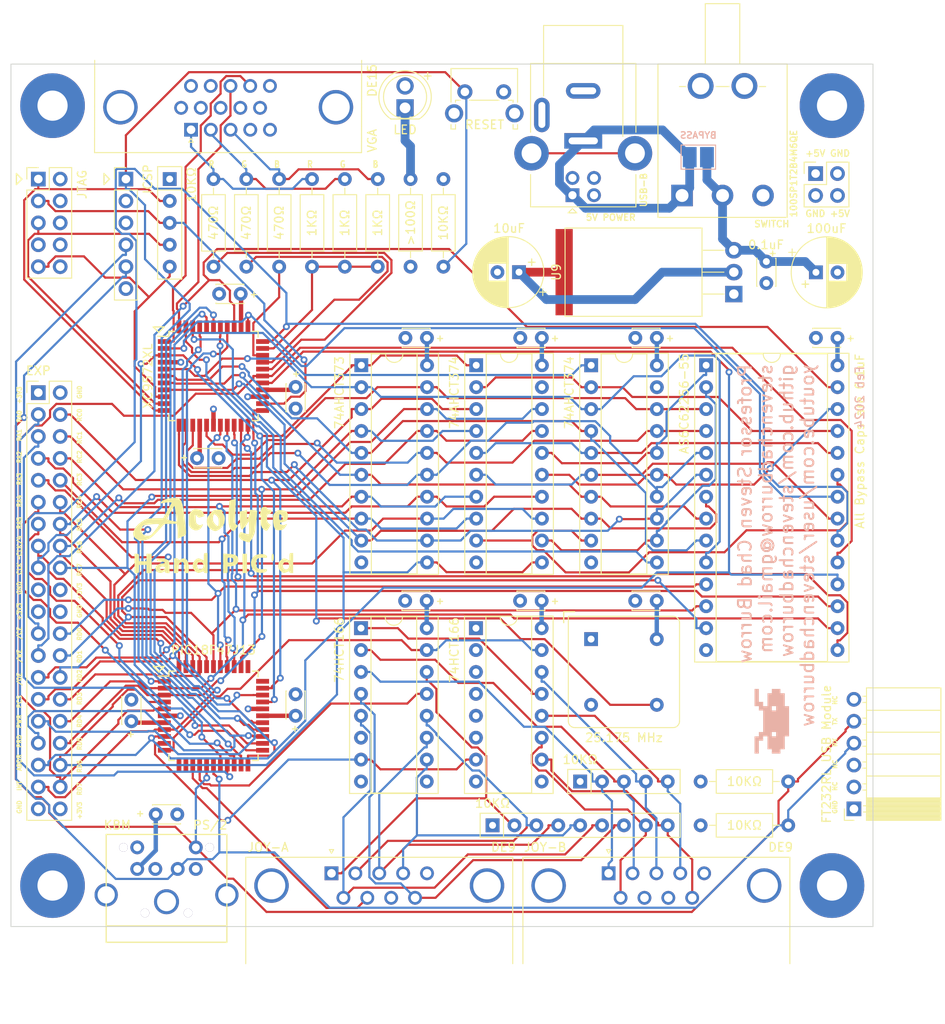
<source format=kicad_pcb>
(kicad_pcb (version 20221018) (generator pcbnew)
  (layers (0 "F.Cu" signal) (1 "In1.Cu" signal) (2 "In2.Cu" signal) (31 "B.Cu" signal) (34 "B.Paste" user) (35 "F.Paste" user) (36 "B.SilkS" user "B.Silkscreen") (37 "F.SilkS" user "F.Silkscreen") (38 "B.Mask" user) (39 "F.Mask" user) (44 "Edge.Cuts" user))
  (net 0 "")
  (net 1 "GND")
  (net 2 "+5V")
  (net 3 "+3.3V")
  (net 4 "JOY-SELECT")
  (net 5 "RX{slash}ICSP-DAT")
  (net 6 "TX{slash}ICSP-CLK")
  (net 8 "JTAG-TCK")
  (net 9 "JTAG-TDO")
  (net 10 "JTAG-TMS")
  (net 14 "JTAG-TDI")
  (net 15 "~{MCLR}")
  (net 19 "LED")
  (net 20 "RED")
  (net 21 "GREEN")
  (net 22 "BLUE")
  (net 23 "/A14")
  (net 24 "/A12")
  (net 25 "/A7")
  (net 26 "/A6")
  (net 27 "/A5")
  (net 28 "/A4")
  (net 29 "/A3")
  (net 30 "/A2")
  (net 31 "/A1")
  (net 32 "/A0")
  (net 33 "/D0")
  (net 34 "/D1")
  (net 35 "/D2")
  (net 36 "/D3")
  (net 37 "/D4")
  (net 38 "/D5")
  (net 39 "/D6")
  (net 40 "/D7")
  (net 41 "~{CE}")
  (net 42 "/A10")
  (net 43 "~{OE}")
  (net 44 "/A11")
  (net 45 "/A9")
  (net 46 "/A8")
  (net 47 "/A13")
  (net 48 "~{WE}")
  (net 51 "/P0")
  (net 52 "/P1")
  (net 53 "/P2")
  (net 54 "/P3")
  (net 55 "/P4")
  (net 56 "/P5")
  (net 57 "PRD")
  (net 58 "PWR")
  (net 59 "PCS")
  (net 60 "/P7")
  (net 61 "/P6")
  (net 65 "VCLK")
  (net 70 "H-SYNC")
  (net 71 "V-SYNC")
  (net 73 "POWER")
  (net 76 "unconnected-(J4-Shield-Pad5)")
  (net 80 "VIDEO")
  (net 81 "~{VIDEO}")
  (net 82 "RED-PIX")
  (net 83 "GREEN-PIX")
  (net 84 "BLUE-PIX")
  (net 85 "INT-PIX")
  (net 86 "LATCH")
  (net 89 "VIDEO{slash}4")
  (net 90 "~{WRITE}")
  (net 91 "ADDR")
  (net 92 "JOY-CLOCK")
  (net 93 "JOY-LOAD")
  (net 94 "JOY-DATA")
  (net 95 "GPIO0")
  (net 96 "GPIO1")
  (net 97 "GPIO2")
  (net 98 "GPIO3")
  (net 99 "GPIO4")
  (net 100 "GPIO5")
  (net 101 "JOY-BUTTON2-A")
  (net 102 "JOY-BUTTON1-A")
  (net 103 "JOY-RIGHT-A")
  (net 104 "JOY-LEFT-A")
  (net 105 "JOY-DOWN-A")
  (net 106 "JOY-UP-A")
  (net 107 "JOY-UP-B")
  (net 108 "JOY-DOWN-B")
  (net 109 "JOY-LEFT-B")
  (net 110 "JOY-RIGHT-B")
  (net 111 "JOY-BUTTON1-B")
  (net 112 "JOY-SELECT-B")
  (net 113 "JOY-BUTTON2-B")
  (net 114 "JOY-NEXT")
  (footprint "JustPIC:ScrewHole-4-40" (layer "F.Cu") (at 158.75 68.326)
    (fp_text reference "TP3" hide)
    (fp_text value "TestPoint" hide)
  )
  (footprint "JustPIC:DSUB-15-HD_Female_Horizontal_P2.29x2.54mm_VGA" (layer "F.Cu") (at 84.385 71.12 180)
    (fp_text reference "J1" hide)
    (fp_text value "DE15_Receptacle_HighDensity" hide)
  )
  (footprint "Capacitor_THT:C_Disc_D3.0mm_W2.0mm_P2.50mm" (layer "F.Cu") (at 109.26 95.25)
    (fp_text reference "C15" hide)
    (fp_text value "C_Small" hide)
  )
  (footprint "Capacitor_THT:C_Disc_D3.0mm_W2.0mm_P2.50mm" (layer "F.Cu") (at 156.885 95.25)
    (fp_text reference "C22" hide)
    (fp_text value "C_Small" hide)
  )
  (footprint "Resistor_THT:R_Axial_DIN0207_L6.3mm_D2.5mm_P10.16mm_Horizontal" (layer "F.Cu") (at 90.805 86.995 90)
    (fp_text reference "R3" hide)
    (fp_text value "R_US" hide)
  )
  (footprint "Resistor_THT:R_Array_SIP5" (layer "F.Cu") (at 81.915 76.835 -90)
    (fp_text reference "RN1" hide)
    (fp_text value "R_Network04_US" hide)
  )
  (footprint "Connector_Dsub:DSUB-9_Male_Horizontal_P2.77x2.84mm_EdgePinOffset7.70mm_Housed_MountingHolesOffset9.12mm" (layer "F.Cu") (at 132.836 157.33)
    (fp_text reference "J3" hide)
    (fp_text value "DE9_Plug" hide)
  )
  (footprint "JustPIC:SPDT-100SP1T2B4M6QE" (layer "F.Cu") (at 146.05 78.74 180)
    (fp_text reference "SW1" hide)
    (fp_text value "SW_SPDT" hide)
  )
  (footprint "Oscillator:Oscillator_DIP-8" (layer "F.Cu") (at 130.8 130.175 -90)
    (fp_text reference "X1" hide)
    (fp_text value "CXO_DIP8" hide)
  )
  (footprint "Package_QFP:TQFP-44_10x10mm_P0.8mm" (layer "F.Cu") (at 86.995 99.6725)
    (fp_text reference "U2" hide)
    (fp_text value "XC9572VQ44" hide)
  )
  (footprint "Resistor_THT:R_Axial_DIN0207_L6.3mm_D2.5mm_P10.16mm_Horizontal" (layer "F.Cu") (at 109.855 76.835 -90)
    (fp_text reference "R1" hide)
    (fp_text value "R_US" hide)
  )
  (footprint "Capacitor_THT:C_Disc_D3.0mm_W2.0mm_P2.50mm" (layer "F.Cu") (at 122.565 125.73)
    (fp_text reference "C3" hide)
    (fp_text value "C_Small" hide)
  )
  (footprint "Connector_PinSocket_2.54mm:PinSocket_1x06_P2.54mm_Horizontal" (layer "F.Cu") (at 161.29 149.86 180)
    (fp_text reference "J10" hide)
    (fp_text value "Conn_01x06" hide)
  )
  (footprint "JustPIC:ScrewHole-4-40" (layer "F.Cu") (at 68.326 158.75)
    (fp_text reference "TP2" hide)
    (fp_text value "TestPoint" hide)
  )
  (footprint "Capacitor_THT:C_Disc_D3.0mm_W2.0mm_P2.50mm" (layer "F.Cu") (at 151.13 88.9 90)
    (fp_text reference "C26" hide)
    (fp_text value "C_Small" hide)
  )
  (footprint "Connector_PinHeader_2.54mm:PinHeader_2x02_P2.54mm_Vertical" (layer "F.Cu") (at 156.845 76.2)
    (fp_text reference "J9" hide)
    (fp_text value "Conn_02x02_Odd_Even" hide)
  )
  (footprint "Package_DIP:DIP-16_W7.62mm_Socket" (layer "F.Cu") (at 104.11 128.905)
    (fp_text reference "U8" hide)
    (fp_text value "74HCT166" hide)
  )
  (footprint "Package_DIP:DIP-20_W7.62mm_Socket" (layer "F.Cu") (at 117.475 98.425)
    (fp_text reference "U4" hide)
    (fp_text value "74AHCT374" hide)
  )
  (footprint "JustPIC:HandPickedTitle" (layer "F.Cu") (at 86.995 121.92)
    (fp_text reference "G101" hide)
    (fp_text value "LOGO" hide)
  )
  (footprint "Connector_PinHeader_2.54mm:PinHeader_2x20_P2.54mm_Vertical" (layer "F.Cu") (at 66.675 101.6)
    (fp_text reference "J6" hide)
    (fp_text value "Conn_02x20_Odd_Even" hide)
  )
  (footprint "Resistor_THT:R_Array_SIP9" (layer "F.Cu") (at 119.37 151.765)
    (fp_text reference "RN2" hide)
    (fp_text value "R_Network08_US" hide)
  )
  (footprint "Capacitor_THT:C_Disc_D3.0mm_W2.0mm_P2.50mm" (layer "F.Cu") (at 135.92 125.73)
    (fp_text reference "C10" hide)
    (fp_text value "C_Small" hide)
  )
  (footprint "JustPIC:AcolyteTitle" (layer "F.Cu") (at 86.995 116.205)
    (fp_text reference "G100" hide)
    (fp_text value "LOGO" hide)
  )
  (footprint "Resistor_THT:R_Axial_DIN0207_L6.3mm_D2.5mm_P10.16mm_Horizontal" (layer "F.Cu") (at 143.51 146.685)
    (fp_text reference "R9" hide)
    (fp_text value "R_US" hide)
  )
  (footprint "Capacitor_THT:C_Disc_D3.0mm_W2.0mm_P2.50mm" (layer "F.Cu") (at 96.52 103.4425 90)
    (fp_text reference "C16" hide)
    (fp_text value "C_Small" hide)
  )
  (footprint "Package_DIP:DIP-20_W7.62mm_Socket" (layer "F.Cu") (at 130.81 98.43)
    (fp_text reference "U5" hide)
    (fp_text value "74AHCT374" hide)
  )
  (footprint "Button_Switch_THT:SW_Tactile_SPST_Angled_PTS645Vx83-2LFS" (layer "F.Cu") (at 116.16 66.725)
    (fp_text reference "SW2" hide)
    (fp_text value "SW_Push" hide)
  )
  (footprint "Package_QFP:TQFP-44_10x10mm_P0.8mm" (layer "F.Cu") (at 86.995 139.065)
    (fp_text reference "U3" hide)
    (fp_text value "PIC18F47J13" hide)
  )
  (footprint "Resistor_THT:R_Axial_DIN0207_L6.3mm_D2.5mm_P10.16mm_Horizontal" (layer "F.Cu") (at 113.665 86.995 90)
    (fp_text reference "R8" hide)
    (fp_text value "R_US" hide)
  )
  (footprint "JustPIC:ScrewHole-4-40" (layer "F.Cu") (at 158.75 158.75)
    (fp_text reference "TP1" hide)
    (fp_text value "TestPoint" hide)
  )
  (footprint "Resistor_THT:R_Axial_DIN0207_L6.3mm_D2.5mm_P10.16mm_Horizontal" (layer "F.Cu") (at 102.235 86.995 90)
    (fp_text reference "R6" hide)
    (fp_text value "R_US" hide)
  )
  (footprint "JustPIC:ScrewHole-4-40" (layer "F.Cu") (at 68.326 68.326)
    (fp_text reference "TP4" hide)
    (fp_text value "TestPoint" hide)
  )
  (footprint "JustPIC:PS2_Din6" (layer "F.Cu") (at 81.549 159.075 180)
    (fp_text reference "J5" hide)
    (fp_text value "Mini-DIN-6" hide)
  )
  (footprint "Capacitor_THT:C_Disc_D3.0mm_W2.0mm_P2.50mm" (layer "F.Cu") (at 109.23 125.73)
    (fp_text reference "C2" hide)
    (fp_text value "C_Small" hide)
  )
  (footprint "Connector_PinHeader_2.54mm:PinHeader_1x06_P2.54mm_Vertical" (layer "F.Cu") (at 76.835 76.835)
    (fp_text reference "J8" hide)
    (fp_text value "Conn_01x06" hide)
  )
  (footprint "Capacitor_THT:C_Disc_D3.0mm_W2.0mm_P2.50mm" (layer "F.Cu") (at 82.799 150.495 180)
    (fp_text reference "C9" hide)
    (fp_text value "C_Small" hide)
  )
  (footprint "Capacitor_THT:C_Disc_D3.0mm_W2.0mm_P2.50mm" (layer "F.Cu") (at 135.93 95.25)
    (fp_text reference "C23" hide)
    (fp_text value "C_Small" hide)
  )
  (footprint "Resistor_THT:R_Axial_DIN0207_L6.3mm_D2.5mm_P10.16mm_Horizontal" (layer "F.Cu") (at 106.045 86.995 90)
    (fp_text reference "R7" hide)
    (fp_text value "R_US" hide)
  )
  (footprint "Package_DIP:DIP-20_W7.62mm_Socket" (layer "F.Cu") (at 104.15 98.425)
    (fp_text reference "U6" hide)
    (fp_text value "74AHCT373")
  )
  (footprint "Package_DIP:DIP-28_W15.24mm_Socket" (layer "F.Cu") (at 144.145 98.425)
    (fp_text reference "U1" hide)
    (fp_text value "AS6C62256-55" hide)
  )
  (footprint "Capacitor_THT:C_Disc_D3.0mm_W2.0mm_P2.50mm" (layer "F.Cu") (at 87.59 109.1975 180)
    (fp_text reference "C24" hide)
    (fp_text value "C_Small" hide)
  )
  (footprint "JustPIC:TO-220-3_Horizontal_TabDown-custom" (layer "F.Cu") (at 147.36 90.17 90)
    (fp_text reference "U9")
    (fp_text value "LM1117T-3.3")
  )
  (footprint "Capacitor_THT:CP_Radial_D8.0mm_P2.50mm" (layer "F.Cu") (at 122.4377 87.63 180)
    (fp_text reference "C27" hide)
    (fp_text value "C_Polarized_Small_US" hide)
  )
  (footprint "Resistor_THT:R_Axial_DIN0207_L6.3mm_D2.5mm_P10.16mm_Horizontal" (layer "F.Cu") (at 98.425 86.995 90)
    (fp_text reference "R5" hide)
    (fp_text value "R_US" hide)
  )
  (footprint "JustPIC:DualPowerSupply" (layer "F.Cu") (at 128.64 78.7075 90)
    (fp_text reference "J4" hide)
    (fp_text value "DualPower_USB_B" hide)
  )
  (footprint "Capacitor_THT:C_Disc_D3.0mm_W2.0mm_P2.50mm" (layer "F.Cu") (at 96.52 136.565 -90)
    (fp_text reference "C12" hide)
    (fp_text value "C_Small" hide)
  )
  (footprint "Resistor_THT:R_Axial_DIN0207_L6.3mm_D2.5mm_P10.16mm_Horizontal" (layer "F.Cu") (at 94.615 86.995 90)
    (fp_text reference "R4" hide)
    (fp_text value "R_US" hide)
  )
  (footprint "Resistor_THT:R_Axial_DIN0207_L6.3mm_D2.5mm_P10.16mm_Horizontal" (layer "F.Cu") (at 86.995 86.995 90)
    (fp_text reference "R2" hide)
    (fp_text value "R_US" hide)
  )
  (footprint "Capacitor_THT:C_Disc_D3.0mm_W2.0mm_P2.50mm" (layer "F.Cu") (at 122.585 95.25)
    (fp_text reference "C1" hide)
    (fp_text value "C_Small" hide)
  )
  (footprint "Connector_Dsub:DSUB-9_Male_Horizontal_P2.77x2.84mm_EdgePinOffset7.70mm_Housed_MountingHolesOffset9.12mm" (layer "F.Cu") (at 100.686 157.33)
    (fp_text reference "J2" hide)
    (fp_text value "DE9_Plug" hide)
  )
  (footprint "Capacitor_THT:C_Disc_D3.0mm_W2.0mm_P2.50mm" (layer "F.Cu") (at 87.65 90.1475)
    (fp_text reference "C20" hide)
    (fp_text value "C_Small" hide)
  )
  (footprint "Resistor_THT:R_Array_SIP5" (layer "F.Cu") (at 129.53 146.685)
    (fp_text reference "RN4" hide)
    (fp_text value "R_Network04_US" hide)
  )
  (footprint "Connector_PinHeader_2.54mm:PinHeader_2x05_P2.54mm_Vertical" (layer "F.Cu") (at 66.675 76.835)
    (fp_text reference "J7" hide)
    (fp_text value "Conn_02x05_Odd_Even" hide)
  )
  (footprint "JustPIC:CustomLED" (layer "F.Cu") (at 109.22 68.58 90)
    (fp_text reference "D1" hide)
    (fp_text value "LED" hide)
  )
  (footprint "Resistor_THT:R_Axial_DIN0207_L6.3mm_D2.5mm_P10.16mm_Horizontal" (layer "F.Cu") (at 143.51 151.765)
    (fp_text reference "R10" hide)
    (fp_text value "R_US" hide)
  )
  (footprint "Capacitor_THT:CP_Radial_D8.0mm_P2.50mm" (layer "F.Cu") (at 156.885 87.65)
    (fp_text reference "C25" hide)
    (fp_text value "C_Polarized_US" hide)
  )
  (footprint "Package_DIP:DIP-16_W7.62mm_Socket" (layer "F.Cu") (at 117.445 128.905)
    (fp_text reference "U7" hide)
    (fp_text value "74HCT166" hide)
  )
  (footprint "Capacitor_THT:C_Disc_D3.0mm_W2.0mm_P2.50mm" (layer "F.Cu") (at 77.47 137.2 -90)
    (fp_text reference "C8" hide)
    (fp_text value "C_Small" hide)
  )
  (footprint "JustPIC:BIG_SolderJumper-2_P1.3mm_Open_Pad1.0x1.5mm" (layer "B.Cu") (at 143.24 73.895)
    (fp_text reference "JP1" hide)
    (fp_text value "SolderJumper_2_Open" hide)
  )
  (footprint "Library:Mystery" (layer "B.Cu") (at 151.765 139.7 -90)
    (fp_text reference "G102" hide)
    (fp_text value "LOGO" hide)
  )
  (gr_line (start 80.645 94.615) (end 81.28 93.98) (stroke (width 0.15)) (layer "F.SilkS"))
  (gr_line (start 64.77 76.835) (end 64.135 76.2) (stroke (width 0.15)) (layer "F.SilkS"))
  (gr_line (start 64.135 77.47) (end 64.77 76.835) (stroke (width 0.15)) (layer "F.SilkS"))
  (gr_line (start 81.28 133.35) (end 80.01 133.35) (stroke (width 0.15)) (layer "F.SilkS"))
  (gr_line (start 74.93 76.835) (end 74.295 76.2) (stroke (width 0.15)) (layer "F.SilkS"))
  (gr_line (start 64.135 76.2) (end 64.135 77.47) (stroke (width 0.15)) (layer "F.SilkS"))
  (gr_line (start 80.01 133.35) (end 80.645 133.985) (stroke (width 0.15)) (layer "F.SilkS"))
  (gr_line (start 128.895 127) (end 127.625 127) (stroke (width 0.15)) (layer "F.SilkS"))
  (gr_line (start 74.295 77.47) (end 74.93 76.835) (stroke (width 0.15)) (layer "F.SilkS"))
  (gr_line (start 74.295 76.2) (end 74.295 77.47) (stroke (width 0.15)) (layer "F.SilkS"))
  (gr_line (start 80.645 133.985) (end 81.28 133.35) (stroke (width 0.15)) (layer "F.SilkS"))
  (gr_line (start 81.28 93.98) (end 80.01 93.98) (stroke (width 0.15)) (layer "F.SilkS"))
  (gr_line (start 80.01 93.98) (end 80.645 94.615) (stroke (width 0.15)) (layer "F.SilkS"))
  (gr_line (start 127.625 127) (end 127.625 128.27) (stroke (width 0.15)) (layer "F.SilkS"))
  (gr_line (start 163.5 163.5) (end 163.5 63.5) (stroke (width 0.1)) (layer "Edge.Cuts"))
  (gr_line (start 63.5 163.5) (end 163.5 163.5) (stroke (width 0.1)) (layer "Edge.Cuts"))
  (gr_line (start 163.5 63.5) (end 63.5 63.5) (stroke (width 0.1)) (layer "Edge.Cuts"))
  (gr_line (start 63.5 63.5) (end 63.5 163.5) (stroke (width 0.1)) (layer "Edge.Cuts"))
  (gr_text "Professor Steven Chad Burrow\nstevenchadburrow@gmail.com\ngithub.com/stevenchadburrow\nyoutube.com/user/stevenchadburrow" (at 152.273 98.171 90) (layer "B.SilkS") (effects (font (size 1.5 1.5) (thickness 0.225)) (justify left mirror)))
  (gr_text "Feb 2024" (at 162.56 98.425 90) (layer "B.SilkS") (effects (font (size 1 1)) (justify left bottom mirror)))
  (gr_text "+" (at 161.29 95.885 90) (layer "F.SilkS") (effects (font (size 0.75 0.75)) (justify left bottom)))
  (gr_text "+" (at 123.19 86.995) (layer "F.SilkS") (effects (font (size 1 1)) (justify left bottom)))
  (gr_text "+" (at 127 126.365 90) (layer "F.SilkS") (effects (font (size 0.75 0.75)) (justify left bottom)))
  (gr_text "+" (at 113.665 126.365 90) (layer "F.SilkS") (effects (font (size 0.75 0.75)) (justify left bottom)))
  (gr_text "GND +5V" (at 155.575 81.28) (layer "F.SilkS") (effects (font (size 0.75 0.75)) (justify left bottom)))
  (gr_text "+5V GND" (at 155.575 74.295) (layer "F.SilkS") (effects (font (size 0.75 0.75)) (justify left bottom)))
  (gr_text "+" (at 76.835 141.605) (layer "F.SilkS") (effects (font (size 0.75 0.75)) (justify left bottom)))
  (gr_text "All Bypass Caps are 0.1uF" (at 162.56 117.475 90) (layer "F.SilkS") (effects (font (size 1 1)) (justify left bottom)))
  (gr_text "+" (at 97.155 99.06 180) (layer "F.SilkS") (effects (font (size 0.75 0.75)) (justify left bottom)))
  (gr_text "+" (at 78.105 149.86 -90) (layer "F.SilkS") (effects (font (size 0.75 0.75)) (justify left bottom)))
  (gr_text "R       G       B" (at 97.79 75.565) (layer "F.SilkS") (effects (font (size 0.75 0.6)) (justify left bottom)))
  (gr_text "+" (at 111.125 65.405) (layer "F.SilkS") (effects (font (size 1 1)) (justify left bottom)))
  (gr_text "+" (at 113.665 95.885 90) (layer "F.SilkS") (effects (font (size 0.75 0.75)) (justify left bottom)))
  (gr_text "GND   NC    NC    RX    TX    NC" (at 159.385 150.495 90) (layer "F.SilkS") (effects (font (size 0.5 0.5) (thickness 0.125)) (justify left bottom)))
  (gr_text "R       G       B" (at 86.36 75.565) (layer "F.SilkS") (effects (font (size 0.75 0.6)) (justify left bottom)))
  (gr_text "+" (at 95.885 140.97) (layer "F.SilkS") (effects (font (size 0.75 0.75)) (justify left bottom)))
  (gr_text "GND  CLK ~CLK/4  RA5   RA4   RA3   RA2   RA1  RA0  +3V3" (at 64.77 125.095 90) (layer "F.SilkS") (effects (font (size 0.5 0.5) (thickness 0.125)) (justify left bottom)))
  (gr_text "+" (at 152.25 86.03 90) (layer "F.SilkS") (effects (font (size 0.75 0.75)) (justify left bottom)))
  (gr_text "+" (at 92.075 90.805 90) (layer "F.SilkS") (effects (font (size 0.75 0.75)) (justify left bottom)))
  (gr_text "+" (at 140.335 95.885 90) (layer "F.SilkS") (effects (font (size 0.75 0.75)) (justify left bottom)))
  (gr_text "GND   INT   ADDR  PRD  PWR  PCS   /OE   /WE   /CE  +3V3" (at 64.77 150.495 90) (layer "F.SilkS") (effects (font (size 0.5 0.5) (thickness 0.125)) (justify left bottom)))
  (gr_text "+3V3  RD7   RD6   RD5   RD4   RD3   RD2  RD1   RD0   GND" (at 71.755 151.13 90) (layer "F.SilkS") (effects (font (size 0.5 0.5) (thickness 0.125)) (justify left bottom)))
  (gr_text "+3V3  RC7   RC6   RC5   RC4   RC3   RC2  RC1   RC0   GND" (at 71.755 125.73 90) (layer "F.SilkS") (effects (font (size 0.5 0.5) (thickness 0.125)) (justify left bottom)))
  (gr_text "+" (at 83.185 108.585 -90) (layer "F.SilkS") (effects (font (size 0.75 0.75)) (justify left bottom)))
  (gr_text "+" (at 154.94 89.535) (layer "F.SilkS") (effects (font (size 1 1)) (justify left bottom)))
  (gr_text "+" (at 127 95.885 90) (layer "F.SilkS") (effects (font (size 0.75 0.75)) (justify left bottom)))
  (segment (start 90.965 102.072) (end 92.6945 102.072) (width 0.508) (layer "F.Cu") (net 1))
  (segment (start 86.995 103.502) (end 86.995 105.372) (width 0.508) (layer "F.Cu") (net 1))
  (segment (start 83.145 139.065) (end 81.295 139.065) (width 0.508) (layer "F.Cu") (net 1))
  (segment (start 86.995 105.372) (end 86.995 105.3725) (width 0.25) (layer "F.Cu") (net 1))
  (segment (start 83.205 98.0725) (end 81.295 98.0725) (width 0.508) (layer "F.Cu") (net 1))
  (segment (start 92.6945 102.072) (end 92.695 102.072) (width 0.508) (layer "F.Cu") (net 1))
  (segment (start 91.01 138.265) (end 92.695 138.265) (width 0.508) (layer "F.Cu") (net 1))
  (segment (start 92.6945 102.072) (end 92.695 102.0725) (width 0.25) (layer "F.Cu") (net 1))
  (via (at 91.01 138.265) (size 0.8) (drill 0.4) (layers "F.Cu" "B.Cu") (net 1))
  (via (at 83.205 98.0725) (size 0.8) (drill 0.4) (layers "F.Cu" "B.Cu") (net 1))
  (via (at 83.145 139.065) (size 0.8) (drill 0.4) (layers "F.Cu" "B.Cu") (net 1))
  (via (at 90.965 102.072) (size 0.8) (drill 0.4) (layers "F.Cu" "B.Cu") (net 1))
  (via (at 86.995 103.502) (size 0.8) (drill 0.4) (layers "F.Cu" "B.Cu") (net 1))
  (segment (start 111.73 125.73) (end 111.73 128.905) (width 0.508) (layer "B.Cu") (net 2))
  (segment (start 138.43 95.25) (end 138.43 98.43) (width 0.508) (layer "B.Cu") (net 2))
  (segment (start 144.24 74.295) (end 144.24 76.93) (width 1.016) (layer "B.Cu") (net 2))
  (segment (start 151.13 86.4) (end 155.635 86.4) (width 1.016) (layer "B.Cu") (net 2))
  (segment (start 149.82 85.09) (end 151.13 86.4) (width 1.016) (layer "B.Cu") (net 2))
  (segment (start 144.24 76.93) (end 146.05 78.74) (width 1.016) (layer "B.Cu") (net 2))
  (segment (start 159.385 95.25) (end 159.385 98.425) (width 0.508) (layer "B.Cu") (net 2))
  (segment (start 146.05 78.74) (end 146.05 83.78) (width 1.016) (layer "B.Cu") (net 2))
  (segment (start 138.42 125.73) (end 138.42 130.175) (width 0.508) (layer "B.Cu") (net 2))
  (segment (start 146.05 83.78) (end 147.36 85.09) (width 1.016) (layer "B.Cu") (net 2))
  (segment (start 111.76 95.25) (end 111.76 98.415) (width 0.508) (layer "B.Cu") (net 2))
  (segment (start 111.76 98.415) (end 111.77 98.425) (width 0.508) (layer "B.Cu") (net 2))
  (segment (start 125.085 95.25) (end 125.085 98.415) (width 0.508) (layer "B.Cu") (net 2))
  (segment (start 147.36 85.09) (end 149.82 85.09) (width 1.016) (layer "B.Cu") (net 2))
  (segment (start 80.299 150.495) (end 80.299 154.675) (width 0.508) (layer "B.Cu") (net 2))
  (segment (start 125.085 98.415) (end 125.095 98.425) (width 0.508) (layer "B.Cu") (net 2))
  (segment (start 80.299 154.675) (end 78.149 156.825) (width 0.508) (layer "B.Cu") (net 2))
  (segment (start 125.065 125.73) (end 125.065 128.905) (width 0.508) (layer "B.Cu") (net 2))
  (segment (start 155.635 86.4) (end 156.885 87.65) (width 1.016) (layer "B.Cu") (net 2))
  (segment (start 96.4551 101.0074) (end 96.4546 101.0074) (width 0.25) (layer "F.Cu") (net 3))
  (segment (start 96.4546 101.0074) (end 96.52 100.942) (width 0.508) (layer "F.Cu") (net 3))
  (segment (start 92.695 139.065) (end 96.52 139.065) (width 0.508) (layer "F.Cu") (net 3))
  (segment (start 96.52 100.9425) (end 96.4551 101.0074) (width 0.25) (layer "F.Cu") (net 3))
  (segment (start 127.675 87.63) (end 122.4377 87.63) (width 1.016) (layer "F.Cu") (net 3))
  (segment (start 85.395 108.892) (end 85.1428 109.145) (width 0.508) (layer "F.Cu") (net 3))
  (segment (start 90.195 93.9725) (end 90.195 90.1925) (width 0.508) (layer "F.Cu") (net 3))
  (segment (start 85.1428 109.145) (end 85.09 109.198) (width 0.508) (layer "F.Cu") (net 3))
  (segment (start 92.6955 101.272) (end 96.19 101.272) (width 0.508) (layer "F.Cu") (net 3))
  (segment (start 85.395 105.372) (end 85.395 105.3725) (width 0.508) (layer "F.Cu") (net 3))
  (segment (start 92.695 101.272) (end 92.6955 101.272) (width 0.508) (layer "F.Cu") (net 3))
  (segment (start 81.295 139.865) (end 77.635 139.865) (width 0.508) (layer "F.Cu") (net 3))
  (segment (start 85.395 105.3725) (end 85.395 108.892) (width 0.508) (layer "F.Cu") (net 3))
  (segment (start 96.19 101.272) (end 96.4546 101.0074) (width 0.508) (layer "F.Cu") (net 3))
  (segment (start 85.0903 109.1975) (end 85.1428 109.145) (width 0.25) (layer "F.Cu") (net 3))
  (segment (start 90.195 90.1925) (end 90.15 90.1475) (width 0.508) (layer "F.Cu") (net 3))
  (segment (start 92.6955 101.272) (end 92.695 101.2725) (width 0.25) (layer "F.Cu") (net 3))
  (segment (start 85.09 109.1975) (end 85.0903 109.1975) (width 0.25) (layer "F.Cu") (net 3))
  (segment (start 77.635 139.865) (end 77.47 139.7) (width 0.508) (layer "F.Cu") (net 3))
  (segment (start 122.4377 87.63) (end 122.438 87.63) (width 0.25) (layer "B.Cu") (net 3))
  (segment (start 147.36 87.63) (end 139.065 87.63) (width 1.016) (layer "B.Cu") (net 3))
  (segment (start 139.065 87.63) (end 135.89 90.805) (width 1.016) (layer "B.Cu") (net 3))
  (segment (start 125.613 90.805) (end 122.438 87.63) (width 1.016) (layer "B.Cu") (net 3))
  (segment (start 135.89 90.805) (end 125.613 90.805) (width 1.016) (layer "B.Cu") (net 3))
  (segment (start 84.595 144.765) (end 84.595 145.8403) (width 0.25) (layer "F.Cu") (net 4))
  (segment (start 85.7264 147.4509) (end 86.2056 147.4509) (width 0.25) (layer "F.Cu") (net 4))
  (segment (start 86.2056 147.4509) (end 100.1028 161.3481) (width 0.25) (layer "F.Cu") (net 4))
  (segment (start 103.6629 161.3481) (end 104.841 160.17) (width 0.25) (layer "F.Cu") (net 4))
  (segment (start 100.1028 161.3481) (end 103.6629 161.3481) (width 0.25) (layer "F.Cu") (net 4))
  (segment (start 84.595 145.8403) (end 84.595 146.3195) (width 0.25) (layer "F.Cu") (net 4))
  (segment (start 84.595 146.3195) (end 85.7264 147.4509) (width 0.25) (layer "F.Cu") (net 4))
  (segment (start 87.089 145.8403) (end 87.655 146.4063) (width 0.25) (layer "F.Cu") (net 5))
  (segment (start 86.995 144.765) (end 86.995 145.8403) (width 0.25) (layer "F.Cu") (net 5))
  (segment (start 86.995 145.8403) (end 87.089 145.8403) (width 0.25) (layer "F.Cu") (net 5))
  (via (at 87.655 146.4063) (size 0.8) (drill 0.4) (layers "F.Cu" "B.Cu") (net 5))
  (segment (start 76.835 84.455) (end 76.835 85.6303) (width 0.25) (layer "B.Cu") (net 5))
  (segment (start 67.2006 148.6846) (end 67.945 149.429) (width 0.25) (layer "B.Cu") (net 5))
  (segment (start 76.835 85.6303) (end 76.4677 85.6303) (width 0.25) (layer "B.Cu") (net 5))
  (segment (start 153.67 150.033) (end 153.67 151.765) (width 0.25) (layer "B.Cu") (net 5))
  (segment (start 87.6774 154.908) (end 94.0616 154.908) (width 0.25) (layer "B.Cu") (net 5))
  (segment (start 87.6774 154.908) (end 87.6774 146.4287) (width 0.25) (layer "B.Cu") (net 5))
  (segment (start 153.67 151.765) (end 152.5447 151.765) (width 0.25) (layer "B.Cu") (net 5))
  (segment (start 81.6954 157.9786) (end 82.849 156.825) (width 0.25) (layer "B.Cu") (net 5))
  (segment (start 87.6774 146.4287) (end 87.655 146.4063) (width 0.25) (layer "B.Cu") (net 5))
  (segment (start 66.3772 148.6846) (end 67.2006 148.6846) (width 0.25) (layer "B.Cu") (net 5))
  (segment (start 82.849 156.825) (end 83.9796 155.6944) (width 0.25) (layer "B.Cu") (net 5))
  (segment (start 160.2877 143.2423) (end 160.2877 143.4153) (width 0.25) (layer "B.Cu") (net 5))
  (segment (start 83.9796 155.6944) (end 86.891 155.6944) (width 0.25) (layer "B.Cu") (net 5))
  (segment (start 94.0616 154.908) (end 100.4713 161.3177) (width 0.25) (layer "B.Cu") (net 5))
  (segment (start 64.0971 98.0009) (end 64.0971 146.4045) (width 0.25) (layer "B.Cu") (net 5))
  (segment (start 64.0971 146.4045) (end 66.3772 148.6846) (width 0.25) (layer "B.Cu") (net 5))
  (segment (start 142.992 161.3177) (end 152.5447 151.765) (width 0.25) (layer "B.Cu") (net 5))
  (segment (start 67.945 150.2613) (end 75.6623 157.9786) (width 0.25) (layer "B.Cu") (net 5))
  (segment (start 100.4713 161.3177) (end 142.992 161.3177) (width 0.25) (layer "B.Cu") (net 5))
  (segment (start 75.6623 157.9786) (end 81.6954 157.9786) (width 0.25) (layer "B.Cu") (net 5))
  (segment (start 160.2877 143.4153) (end 153.67 150.033) (width 0.25) (layer "B.Cu") (net 5))
  (segment (start 161.29 142.24) (end 160.2877 143.2423) (width 0.25) (layer "B.Cu") (net 5))
  (segment (start 76.4677 85.6303) (end 64.0971 98.0009) (width 0.25) (layer "B.Cu") (net 5))
  (segment (start 67.945 149.429) (end 67.945 150.2613) (width 0.25) (layer "B.Cu") (net 5))
  (segment (start 86.891 155.6944) (end 87.6774 154.908) (width 0.25) (layer "B.Cu") (net 5))
  (segment (start 89.2955 157.9551) (end 88.5791 157.9551) (width 0.25) (layer "F.Cu") (net 6))
  (segment (start 86.195 144.765) (end 86.195 145.8403) (width 0.25) (layer "F.Cu") (net 6))
  (segment (start 152.5447 148.9356) (end 152.5447 151.7499) (width 0.25) (layer "F.Cu") (net 6))
  (segment (start 154.7953 146.4037) (end 154.7953 146.685) (width 0.25) (layer "F.Cu") (net 6))
  (segment (start 153.67 147.2476) (end 153.67 146.685) (width 0.25) (layer "F.Cu") (net 6))
  (segment (start 67.945 149.4658) (end 67.945 150.3499) (width 0.25) (layer "F.Cu") (net 6))
  (segment (start 69.5309 151.9358) (end 82.5598 151.9358) (width 0.25) (layer "F.Cu") (net 6))
  (segment (start 65.0236 104.4891) (end 64.0651 105.4476) (width 0.25) (layer "F.Cu") (net 6))
  (segment (start 153.67 147.2476) (end 153.67 147.8103) (width 0.25) (layer "F.Cu") (net 6))
  (segment (start 86.2134 146.2753) (end 86.2134 145.8587) (width 0.25) (layer "F.Cu") (net 6))
  (segment (start 66.1595 148.5038) (end 66.983 148.5038) (width 0.25) (layer "F.Cu") (net 6))
  (segment (start 64.0651 146.4094) (end 66.1595 148.5038) (width 0.25) (layer "F.Cu") (net 6))
  (segment (start 161.29 139.7) (end 160.3237 140.6663) (width 0.25) (layer "F.Cu") (net 6))
  (segment (start 160.3237 140.6663) (end 160.3237 140.8753) (width 0.25) (layer "F.Cu") (net 6))
  (segment (start 86.2134 145.8587) (end 86.195 145.8403) (width 0.25) (layer "F.Cu") (net 6))
  (segment (start 152.5447 151.7499) (end 142.4894 161.8052) (width 0.25) (layer "F.Cu") (net 6))
  (segment (start 153.67 147.8103) (end 152.5447 148.9356) (width 0.25) (layer "F.Cu") (net 6))
  (segment (start 93.1456 161.8052) (end 89.2955 157.9551) (width 0.25) (layer "F.Cu") (net 6))
  (segment (start 64.0651 105.4476) (end 64.0651 146.4094) (width 0.25) (layer "F.Cu") (net 6))
  (segment (start 154.7953 146.685) (end 153.67 146.685) (width 0.25) (layer "F.Cu") (net 6))
  (segment (start 67.945 150.3499) (end 69.5309 151.9358) (width 0.25) (layer "F.Cu") (net 6))
  (segment (start 160.3237 140.8753) (end 154.7953 146.4037) (width 0.25) (layer "F.Cu") (net 6))
  (segment (start 142.4894 161.8052) (end 93.1456 161.8052) (width 0.25) (layer "F.Cu") (net 6))
  (segment (start 88.5791 157.9551) (end 84.949 154.325) (width 0.25) (layer "F.Cu") (net 6))
  (segment (start 82.5598 151.9358) (end 84.949 154.325) (width 0.25) (layer "F.Cu") (net 6))
  (segment (start 66.983 148.5038) (end 67.945 149.4658) (width 0.25) (layer "F.Cu") (net 6))
  (via (at 65.0236 104.4891) (size 0.8) (drill 0.4) (layers "F.Cu" "B.Cu") (net 6))
  (via (at 86.2134 146.2753) (size 0.8) (drill 0.4) (layers "F.Cu" "B.Cu") (net 6))
  (segment (start 76.835 86.995) (end 76.835 88.1703) (width 0.25) (layer "B.Cu") (net 6))
  (segment (start 76.835 88.1703) (end 76.4677 88.1703) (width 0.25) (layer "B.Cu") (net 6))
  (segment (start 76.4677 88.1703) (end 65.0236 99.6144) (width 0.25) (layer "B.Cu") (net 6))
  (segment (start 65.0236 99.6144) (end 65.0236 104.4891) (width 0.25) (layer "B.Cu") (net 6))
  (segment (start 84.949 147.5397) (end 86.2134 146.2753) (width 0.25) (layer "B.Cu") (net 6))
  (segment (start 84.949 154.325) (end 84.949 147.5397) (width 0.25) (layer "B.Cu") (net 6))
  (segment (start 65.0383 79.2797) (end 66.3077 78.0103) (width 0.25) (layer "F.Cu") (net 8))
  (segment (start 66.675 76.835) (end 66.675 78.0103) (width 0.25) (layer "F.Cu") (net 8))
  (segment (start 65.0383 88.4911) (end 65.0383 79.2797) (width 0.25) (layer "F.Cu") (net 8))
  (segment (start 81.915 79.375) (end 80.7897 79.375) (width 0.25) (layer "F.Cu") (net 8))
  (segment (start 81.295 103.6725) (end 80.2197 103.6725) (width 0.25) (layer "F.Cu") (net 8))
  (segment (start 79.425 78.0103) (end 80.7897 79.375) (width 0.25) (layer "F.Cu") (net 8))
  (segment (start 66.675 78.0103) (end 79.425 78.0103) (width 0.25) (layer "F.Cu") (net 8))
  (segment (start 66.3077 78.0103) (end 66.675 78.0103) (width 0.25) (layer "F.Cu") (net 8))
  (segment (start 80.2197 103.6725) (end 65.0383 88.4911) (width 0.25) (layer "F.Cu") (net 8))
  (segment (start 67.8503 79.7424) (end 68.6582 80.5503) (width 0.25) (layer "F.Cu") (net 9))
  (segment (start 97.6637 101.4229) (end 97.0187 102.0679) (width 0.25) (layer "F.Cu") (net 9))
  (segment (start 79.425 80.5503) (end 80.7897 81.915) (width 0.25) (layer "F.Cu") (net 9))
  (segment (start 81.915 81.915) (end 80.7897 81.915) (width 0.25) (layer "F.Cu") (net 9))
  (segment (start 95.195 102.8725) (end 92.695 102.8725) (width 0.25) (layer "F.Cu") (net 9))
  (segment (start 97.0187 102.0679) (end 95.9996 102.0679) (width 0.25) (layer "F.Cu") (net 9))
  (segment (start 97.6637 97.9553) (end 97.6637 101.4229) (width 0.25) (layer "F.Cu") (net 9))
  (segment (start 68.6582 80.5503) (end 79.425 80.5503) (width 0.25) (layer "F.Cu") (net 9))
  (segment (start 67.8503 79.375) (end 67.8503 79.7424) (width 0.25) (layer "F.Cu") (net 9))
  (segment (start 66.675 79.375) (end 67.8503 79.375) (width 0.25) (layer "F.Cu") (net 9))
  (segment (start 97.4995 97.7911) (end 97.6637 97.9553) (width 0.25) (layer "F.Cu") (net 9))
  (segment (start 95.9996 102.0679) (end 95.195 102.8725) (width 0.25) (layer "F.Cu") (net 9))
  (via (at 97.4995 97.7911) (size 0.8) (drill 0.4) (layers "F.Cu" "B.Cu") (net 9))
  (segment (start 92.8925 93.1841) (end 97.4995 97.7911) (width 0.25) (layer "B.Cu") (net 9))
  (segment (start 92.8925 91.2984) (end 92.8925 93.1841) (width 0.25) (layer "B.Cu") (net 9))
  (segment (start 83.5091 81.915) (end 92.8925 91.2984) (width 0.25) (layer "B.Cu") (net 9))
  (segment (start 81.915 81.915) (end 83.5091 81.915) (width 0.25) (layer "B.Cu") (net 9))
  (segment (start 66.675 81.915) (end 66.675 83.0903) (width 0.25) (layer "F.Cu") (net 10))
  (segment (start 80.2197 102.8725) (end 65.4886 88.1414) (width 0.25) (layer "F.Cu") (net 10))
  (segment (start 65.4886 83.945) (end 66.2486 83.185) (width 0.25) (layer "F.Cu") (net 10))
  (segment (start 66.675 83.0903) (end 66.675 83.185) (width 0.25) (layer "F.Cu") (net 10))
  (segment (start 81.295 102.8725) (end 80.2197 102.8725) (width 0.25) (layer "F.Cu") (net 10))
  (segment (start 66.2486 83.185) (end 66.675 83.185) (width 0.25) (layer "F.Cu") (net 10))
  (segment (start 66.675 83.185) (end 79.5197 83.185) (width 0.25) (layer "F.Cu") (net 10))
  (segment (start 81.915 84.455) (end 80.7897 84.455) (width 0.25) (layer "F.Cu") (net 10))
  (segment (start 65.4886 88.1414) (end 65.4886 83.945) (width 0.25) (layer "F.Cu") (net 10))
  (segment (start 79.5197 83.185) (end 80.7897 84.455) (width 0.25) (layer "F.Cu") (net 10))
  (segment (start 81.295 102.0725) (end 80.2197 102.0725) (width 0.25) (layer "F.Cu") (net 14))
  (segment (start 77.8537 92.1816) (end 77.8537 98.5547) (width 0.25) (layer "F.Cu") (net 14))
  (segment (start 66.675 86.995) (end 67.8503 86.995) (width 0.25) (layer "F.Cu") (net 14))
  (segment (start 79.5145 90.5208) (end 77.8537 92.1816) (width 0.25) (layer "F.Cu") (net 14))
  (segment (start 81.915 88.1203) (end 79.5145 90.5208) (width 0.25) (layer "F.Cu") (net 14))
  (segment (start 80.2197 100.9206) (end 80.2197 102.0725) (width 0.25) (layer "F.Cu") (net 14))
  (segment (start 68.68 85.798) (end 67.8503 86.6277) (width 0.25) (layer "F.Cu") (net 14))
  (segment (start 67.8503 86.6277) (end 67.8503 86.995) (width 0.25) (layer "F.Cu") (net 14))
  (segment (start 74.437 88.265) (end 71.97 85.798) (width 0.25) (layer "F.Cu") (net 14))
  (segment (start 71.97 85.798) (end 68.68 85.798) (width 0.25) (layer "F.Cu") (net 14))
  (segment (start 80.2196 100.9206) (end 80.2197 100.9206) (width 0.25) (layer "F.Cu") (net 14))
  (segment (start 77.2586 88.265) (end 74.437 88.265) (width 0.25) (layer "F.Cu") (net 14))
  (segment (start 77.8537 98.5547) (end 80.2196 100.9206) (width 0.25) (layer "F.Cu") (net 14))
  (segment (start 81.915 86.995) (end 81.915 88.1203) (width 0.25) (layer "F.Cu") (net 14))
  (segment (start 79.5145 90.5208) (end 77.2586 88.265) (width 0.25) (layer "F.Cu") (net 14))
  (segment (start 76.835 71.755) (end 84.1458 64.4442) (width 0.25) (layer "F.Cu") (net 15))
  (segment (start 76.835 76.835) (end 76.835 71.755) (width 0.25) (layer "F.Cu") (net 15))
  (segment (start 87.795 144.765) (end 87.795 143.6897) (width 0.25) (layer "F.Cu") (net 15))
  (segment (start 84.1458 64.4442) (end 113.8792 64.4442) (width 0.25) (layer "F.Cu") (net 15))
  (segment (start 113.8792 64.4442) (end 116.16 66.725) (width 0.25) (layer "F.Cu") (net 15))
  (segment (start 87.795 143.6897) (end 85.6379 141.5326) (width 0.25) (layer "F.Cu") (net 15))
  (via (at 85.6379 141.5326) (size 0.8) (drill 0.4) (layers "F.Cu" "B.Cu") (net 15))
  (segment (start 76.835 78.0103) (end 77.2023 78.0103) (width 0.25) (layer "B.Cu") (net 15))
  (segment (start 77.2023 78.0103) (end 79.0524 79.8604) (width 0.25) (layer "B.Cu") (net 15))
  (segment (start 116.3258 66.8908) (end 116.3258 84.3342) (width 0.25) (layer "B.Cu") (net 15))
  (segment (start 80.9854 95.2673) (end 80.9854 114.8232) (width 0.25) (layer "B.Cu") (net 15))
  (segment (start 79.0524 79.8604) (end 79.0524 86.1213) (width 0.25) (layer "B.Cu") (net 15))
  (segment (start 84.2349 92.0178) (end 80.9854 95.2673) (width 0.25) (layer "B.Cu") (net 15))
  (segment (start 78.3013 132.4928) (end 85.6379 139.8294) (width 0.25) (layer "B.Cu") (net 15))
  (segment (start 79.0524 86.1213) (end 84.2349 91.3038) (width 0.25) (layer "B.Cu") (net 15))
  (segment (start 78.3013 118.9193) (end 78.3013 132.4928) (width 0.25) (layer "B.Cu") (net 15))
  (segment (start 80.9854 114.8232) (end 77.8957 117.9129) (width 0.25) (layer "B.Cu") (net 15))
  (segment (start 76.835 76.835) (end 76.835 78.0103) (width 0.25) (layer "B.Cu") (net 15))
  (segment (start 85.6379 139.8294) (end 85.6379 141.5326) (width 0.25) (layer "B.Cu") (net 15))
  (segment (start 84.2349 91.3038) (end 84.2349 92.0178) (width 0.25) (layer "B.Cu") (net 15))
  (segment (start 77.8957 117.9129) (end 77.8957 118.5137) (width 0.25) (layer "B.Cu") (net 15))
  (segment (start 77.8957 118.5137) (end 78.3013 118.9193) (width 0.25) (layer "B.Cu") (net 15))
  (segment (start 116.16 66.725) (end 116.3258 66.8908) (width 0.25) (layer "B.Cu") (net 15))
  (segment (start 116.3258 84.3342) (end 113.665 86.995) (width 0.25) (layer "B.Cu") (net 15))
  (segment (start 109.855 76.835) (end 109.855 73.025) (width 1.016) (layer "B.Cu") (net 19))
  (segment (start 109.22 72.39) (end 109.22 68.58) (width 1.016) (layer "B.Cu") (net 19))
  (segment (start 109.855 73.025) (end 109.22 72.39) (width 1.016) (layer "B.Cu") (net 19))
  (segment (start 86.995 76.835) (end 86.995 75.7097) (width 0.25) (layer "B.Cu") (net 20))
  (segment (start 86.995 76.835) (end 88.1203 76.835) (width 0.25) (layer "B.Cu") (net 20))
  (segment (start 86.995 75.7097) (end 84.3944 73.1091) (width 0.25) (layer "B.Cu") (net 20))
  (segment (start 97.2997 76.835) (end 96.1744 77.9603) (width 0.25) (layer "B.Cu") (net 20))
  (segment (start 84.3944 73.1091) (end 84.3944 71.1176) (width 0.25) (layer "B.Cu") (net 20))
  (segment (start 89.2456 77.9603) (end 88.1203 76.835) (width 0.25) (layer "B.Cu") (net 20))
  (segment (start 96.1744 77.9603) (end 89.2456 77.9603) (width 0.25) (layer "B.Cu") (net 20))
  (segment (start 98.425 76.835) (end 97.2997 76.835) (width 0.25) (layer "B.Cu") (net 20))
  (segment (start 102.235 76.835) (end 101.1097 76.835) (width 0.25) (layer "F.Cu") (net 21))
  (segment (start 93.0556 77.9603) (end 91.9303 76.835) (width 0.25) (layer "F.Cu") (net 21))
  (segment (start 99.9844 77.9603) (end 93.0556 77.9603) (width 0.25) (layer "F.Cu") (net 21))
  (segment (start 101.1097 76.835) (end 99.9844 77.9603) (width 0.25) (layer "F.Cu") (net 21))
  (segment (start 90.805 76.835) (end 91.9303 76.835) (width 0.25) (layer "F.Cu") (net 21))
  (segment (start 90.805 76.835) (end 90.805 75.7097) (width 0.25) (layer "B.Cu") (net 21))
  (segment (start 90.805 75.7097) (end 86.6844 71.5891) (width 0.25) (layer "B.Cu") (net 21))
  (segment (start 86.6844 71.5891) (end 86.6844 71.1176) (width 0.25) (layer "B.Cu") (net 21))
  (segment (start 96.8656 75.7097) (end 95.7403 76.835) (width 0.25) (layer "F.Cu") (net 22))
  (segment (start 103.7944 75.7097) (end 96.8656 75.7097) (width 0.25) (layer "F.Cu") (net 22))
  (segment (start 94.615 76.835) (end 95.7403 76.835) (width 0.25) (layer "F.Cu") (net 22))
  (segment (start 106.045 76.835) (end 104.9197 76.835) (width 0.25) (layer "F.Cu") (net 22))
  (segment (start 104.9197 76.835) (end 103.7944 75.7097) (width 0.25) (layer "F.Cu") (net 22))
  (segment (start 94.615 76.835) (end 94.615 75.7097) (width 0.25) (layer "B.Cu") (net 22))
  (segment (start 93.5665 75.7097) (end 88.9744 71.1176) (width 0.25) (layer "B.Cu") (net 22))
  (segment (start 94.615 75.7097) (end 93.5665 75.7097) (width 0.25) (layer "B.Cu") (net 22))
  (segment (start 136.1141 109.7806) (end 127.4159 109.7806) (width 0.25) (layer "F.Cu") (net 23))
  (segment (start 137.3047 108.59) (end 136.1141 109.7806) (width 0.25) (layer "F.Cu") (net 23))
  (segment (start 138.43 108.59) (end 137.3047 108.59) (width 0.25) (layer "F.Cu") (net 23))
  (segment (start 125.095 108.585) (end 126.2203 108.585) (width 0.25) (layer "F.Cu") (net 23))
  (segment (start 127.4159 109.7806) (end 126.2203 108.585) (width 0.25) (layer "F.Cu") (net 23))
  (segment (start 139.5553 103.8586) (end 139.5553 106.6208) (width 0.25) (layer "B.Cu") (net 23))
  (segment (start 143.8636 99.5503) (end 139.5553 103.8586) (width 0.25) (layer "B.Cu") (net 23))
  (segment (start 144.145 99.5503) (end 143.8636 99.5503) (width 0.25) (layer "B.Cu") (net 23))
  (segment (start 138.7114 107.4647) (end 138.43 107.4647) (width 0.25) (layer "B.Cu") (net 23))
  (segment (start 139.5553 106.6208) (end 138.7114 107.4647) (width 0.25) (layer "B.Cu") (net 23))
  (segment (start 138.43 108.59) (end 138.43 107.4647) (width 0.25) (layer "B.Cu") (net 23))
  (segment (start 144.145 98.425) (end 144.145 99.5503) (width 0.25) (layer "B.Cu") (net 23))
  (segment (start 138.43 118.75) (end 137.3047 118.75) (width 0.25) (layer "F.Cu") (net 24))
  (segment (start 136.1755 119.8792) (end 127.3545 119.8792) (width 0.25) (layer "F.Cu") (net 24))
  (segment (start 137.3047 118.75) (end 136.1755 119.8792) (width 0.25) (layer "F.Cu") (net 24))
  (segment (start 125.095 118.745) (end 126.2203 118.745) (width 0.25) (layer "F.Cu") (net 24))
  (segment (start 127.3545 119.8792) (end 126.2203 118.745) (width 0.25) (layer "F.Cu") (net 24))
  (segment (start 145.2703 102.9342) (end 145.2703 111.6198) (width 0.25) (layer "B.Cu") (net 24))
  (segment (start 138.6362 117.6247) (end 138.43 117.6247) (width 0.25) (layer "B.Cu") (net 24))
  (segment (start 139.5553 116.5742) (end 139.5553 116.7056) (width 0.25) (layer "B.Cu") (net 24))
  (segment (start 144.4264 102.0903) (end 145.2703 102.9342) (width 0.25) (layer "B.Cu") (net 24))
  (segment (start 143.7345 112.395) (end 139.5553 116.5742) (width 0.25) (layer "B.Cu") (net 24))
  (segment (start 144.145 100.965) (end 144.145 102.0903) (width 0.25) (layer "B.Cu") (net 24))
  (segment (start 145.2703 111.6198) (end 144.4951 112.395) (width 0.25) (layer "B.Cu") (net 24))
  (segment (start 144.4951 112.395) (end 143.7345 112.395) (width 0.25) (layer "B.Cu") (net 24))
  (segment (start 138.43 118.75) (end 138.43 117.6247) (width 0.25) (layer "B.Cu") (net 24))
  (segment (start 139.5553 116.7056) (end 138.6362 117.6247) (width 0.25) (layer "B.Cu") (net 24))
  (segment (start 144.145 102.0903) (end 144.4264 102.0903) (width 0.25) (layer "B.Cu") (net 24))
  (segment (start 139.5603 103.505) (end 139.5553 103.51) (width 0.25) (layer "F.Cu") (net 25))
  (segment (start 88.0574 107.6219) (end 89.2264 108.7909) (width 0.25) (layer "F.Cu") (net 25))
  (segment (start 91.5258 108.7909) (end 93.2187 107.098) (width 0.25) (layer "F.Cu") (net 25))
  (segment (start 112.8953 100.965) (end 114.1653 102.235) (width 0.25) (layer "F.Cu") (net 25))
  (segment (start 111.77 100.965) (end 112.8953 100.965) (width 0.25) (layer "F.Cu") (net 25))
  (segment (start 86.195 105.3725) (end 86.195 106.4478) (width 0.25) (layer "F.Cu") (net 25))
  (segment (start 106.0142 100.965) (end 111.77 100.965) (width 0.25) (layer "F.Cu") (net 25))
  (segment (start 104.7442 102.235) (end 106.0142 100.965) (width 0.25) (layer "F.Cu") (net 25))
  (segment (start 134.7559 102.235) (end 136.0309 103.51) (width 0.25) (layer "F.Cu") (net 25))
  (segment (start 138.43 103.51) (end 139.5553 103.51) (width 0.25) (layer "F.Cu") (net 25))
  (segment (start 86.195 106.4478) (end 86.195 106.6433) (width 0.25) (layer "F.Cu") (net 25))
  (segment (start 138.43 103.51) (end 137.3047 103.51) (width 0.25) (layer "F.Cu") (net 25))
  (segment (start 99.9923 102.235) (end 104.7442 102.235) (width 0.25) (layer "F.Cu") (net 25))
  (segment (start 114.1653 102.235) (end 134.7559 102.235) (width 0.25) (layer "F.Cu") (net 25))
  (segment (start 93.2187 107.098) (end 95.1293 107.098) (width 0.25) (layer "F.Cu") (net 25))
  (segment (start 86.195 106.6433) (end 87.1736 107.6219) (width 0.25) (layer "F.Cu") (net 25))
  (segment (start 136.0309 103.51) (end 137.3047 103.51) (width 0.25) (layer "F.Cu") (net 25))
  (segment (start 95.1293 107.098) (end 99.9923 102.235) (width 0.25) (layer "F.Cu") (net 25))
  (segment (start 87.1736 107.6219) (end 88.0574 107.6219) (width 0.25) (layer "F.Cu") (net 25))
  (segment (start 89.2264 108.7909) (end 91.5258 108.7909) (width 0.25) (layer "F.Cu") (net 25))
  (segment (start 144.145 103.505) (end 139.5603 103.505) (width 0.25) (layer "F.Cu") (net 25))
  (segment (start 94.0421 107.5484) (end 92.3232 109.2673) (width 0.25) (layer "F.Cu") (net 26))
  (segment (start 98.919 107.5484) (end 94.0421 107.5484) (width 0.25) (layer "F.Cu") (net 26))
  (segment (start 114.021 109.7107) (end 121.6757 109.7107) (width 0.25) (layer "F.Cu") (net 26))
  (segment (start 124.2111 107.1753) (end 136.1794 107.1753) (width 0.25) (layer "F.Cu") (net 26))
  (segment (start 84.5913 110.3229) (end 83.9271 109.6587) (width 0.25) (layer "F.Cu") (net 26))
  (segment (start 84.595 107.7039) (end 84.595 105.3725) (width 0.25) (layer "F.Cu") (net 26))
  (segment (start 138.43 106.05) (end 139.5553 106.05) (width 0.25) (layer "F.Cu") (net 26))
  (segment (start 112.8953 108.585) (end 114.021 109.7107) (width 0.25) (layer "F.Cu") (net 26))
  (segment (start 88.6073 110.3229) (end 84.5913 110.3229) (width 0.25) (layer "F.Cu") (net 26))
  (segment (start 111.77 108.585) (end 112.8953 108.585) (width 0.25) (layer "F.Cu") (net 26))
  (segment (start 83.9271 109.6587) (end 83.9271 108.3718) (width 0.25) (layer "F.Cu") (net 26))
  (segment (start 139.5603 106.045) (end 139.5553 106.05) (width 0.25) (layer "F.Cu") (net 26))
  (segment (start 121.6757 109.7107) (end 124.2111 107.1753) (width 0.25) (layer "F.Cu") (net 26))
  (segment (start 89.6629 109.2673) (end 88.6073 110.3229) (width 0.25) (layer "F.Cu") (net 26))
  (segment (start 83.9271 108.3718) (end 84.595 107.7039) (width 0.25) (layer "F.Cu") (net 26))
  (segment (start 136.1794 107.1753) (end 137.3047 106.05) (width 0.25) (layer "F.Cu") (net 26))
  (segment (start 92.3232 109.2673) (end 89.6629 109.2673) (width 0.25) (layer "F.Cu") (net 26))
  (segment (start 144.145 106.045) (end 139.5603 106.045) (width 0.25) (layer "F.Cu") (net 26))
  (segment (start 138.43 106.05) (end 137.3047 106.05) (width 0.25) (layer "F.Cu") (net 26))
  (segment (start 99.0257 107.4417) (end 98.919 107.5484) (width 0.25) (layer "F.Cu") (net 26))
  (via (at 99.0257 107.4417) (size 0.8) (drill 0.4) (layers "F.Cu" "B.Cu") (net 26))
  (segment (start 111.77 108.585) (end 110.6447 108.585) (width 0.25) (layer "B.Cu") (net 26))
  (segment (start 109.5159 109.7138) (end 101.2978 109.7138) (width 0.25) (layer "B.Cu") (net 26))
  (segment (start 110.6447 108.585) (end 109.5159 109.7138) (width 0.25) (layer "B.Cu") (net 26))
  (segment (start 101.2978 109.7138) (end 99.0257 107.4417) (width 0.25) (layer "B.Cu") (net 26))
  (segment (start 91.8981 110.3293) (end 93.6163 108.6111) (width 0.25) (layer "F.Cu") (net 27))
  (segment (start 83.4622 109.8307) (end 84.4366 110.8051) (width 0.25) (layer "F.Cu") (net 27))
  (segment (start 89.4627 110.3293) (end 91.8981 110.3293) (width 0.25) (layer "F.Cu") (net 27))
  (segment (start 84.4366 110.8051) (end 88.9869 110.8051) (width 0.25) (layer "F.Cu") (net 27))
  (segment (start 83.4622 107.7315) (end 83.4622 109.8307) (width 0.25) (layer "F.Cu") (net 27))
  (segment (start 83.795 105.3725) (end 83.795 107.3987) (width 0.25) (layer "F.Cu") (net 27))
  (segment (start 93.6163 108.6111) (end 96.784 108.6111) (width 0.25) (layer "F.Cu") (net 27))
  (segment (start 88.9869 110.8051) (end 89.4627 110.3293) (width 0.25) (layer "F.Cu") (net 27))
  (segment (start 83.795 107.3987) (end 83.4622 107.7315) (width 0.25) (layer "F.Cu") (net 27))
  (via (at 96.784 108.6111) (size 0.8) (drill 0.4) (layers "F.Cu" "B.Cu") (net 27))
  (segment (start 110.6447 111.125) (end 109.4704 112.2993) (width 0.25) (layer "B.Cu") (net 27))
  (segment (start 138.43 112.826) (end 133.0141 107.4101) (width 0.25) (layer "B.Cu") (net 27))
  (segment (start 111.77 111.125) (end 112.8953 111.125) (width 0.25) (layer "B.Cu") (net 27))
  (segment (start 138.43 113.1073) (end 138.43 112.826) (width 0.25) (layer "B.Cu") (net 27))
  (segment (start 138.43 113.67) (end 138.43 113.2118) (width 0.25) (layer "B.Cu") (net 27))
  (segment (start 111.77 111.125) (end 110.6447 111.125) (width 0.25) (layer "B.Cu") (net 27))
  (segment (start 131.2869 104.9087) (end 124.1416 104.9087) (width 0.25) (layer "B.Cu") (net 27))
  (segment (start 120.9746 105.0807) (end 118.8849 107.1704) (width 0.25) (layer "B.Cu") (net 27))
  (segment (start 139.06 112.5447) (end 138.43 112.5447) (width 0.25) (layer "B.Cu") (net 27))
  (segment (start 116.8499 107.1704) (end 112.8953 111.125) (width 0.25) (layer "B.Cu") (net 27))
  (segment (start 138.43 113.1073) (end 138.43 113.2118) (width 0.25) (layer "B.Cu") (net 27))
  (segment (start 133.0141 107.4101) (end 133.0141 106.6359) (width 0.25) (layer "B.Cu") (net 27))
  (segment (start 143.0197 108.585) (end 139.06 112.5447) (width 0.25) (layer "B.Cu") (net 27))
  (segment (start 138.43 112.826) (end 138.43 112.5447) (width 0.25) (layer "B.Cu") (net 27))
  (segment (start 144.145 108.585) (end 143.0197 108.585) (width 0.25) (layer "B.Cu") (net 27))
  (segment (start 109.4704 112.2993) (end 100.4722 112.2993) (width 0.25) (layer "B.Cu") (net 27))
  (segment (start 100.4722 112.2993) (end 96.784 108.6111) (width 0.25) (layer "B.Cu") (net 27))
  (segment (start 124.1416 104.9087) (end 123.9696 105.0807) (width 0.25) (layer "B.Cu") (net 27))
  (segment (start 123.9696 105.0807) (end 120.9746 105.0807) (width 0.25) (layer "B.Cu") (net 27))
  (segment (start 118.8849 107.1704) (end 116.8499 107.1704) (width 0.25) (layer "B.Cu") (net 27))
  (segment (start 133.0141 106.6359) (end 131.2869 104.9087) (width 0.25) (layer "B.Cu") (net 27))
  (segment (start 82.995 106.4478) (end 82.995 110.0004) (width 0.25) (layer "F.Cu") (net 28))
  (segment (start 95.5138 110.801) (end 96.3773 109.9375) (width 0.25) (layer "F.Cu") (net 28))
  (segment (start 82.995 110.0004) (end 84.2528 111.2582) (width 0.25) (layer "F.Cu") (net 28))
  (segment (start 91.64 110.801) (end 95.5138 110.801) (width 0.25) (layer "F.Cu") (net 28))
  (segment (start 138.43 116.21) (end 137.3047 116.21) (width 0.25) (layer "F.Cu") (net 28))
  (segment (start 91.1828 111.2582) (end 91.64 110.801) (width 0.25) (layer "F.Cu") (net 28))
  (segment (start 84.2528 111.2582) (end 91.1828 111.2582) (width 0.25) (layer "F.Cu") (net 28))
  (segment (start 82.995 105.3725) (end 82.995 106.4478) (width 0.25) (layer "F.Cu") (net 28))
  (segment (start 137.2482 116.2665) (end 134.076 116.2665) (width 0.25) (layer "F.Cu") (net 28))
  (segment (start 137.3047 116.21) (end 137.2482 116.2665) (width 0.25) (layer "F.Cu") (net 28))
  (via (at 134.076 116.2665) (size 0.8) (drill 0.4) (layers "F.Cu" "B.Cu") (net 28))
  (via (at 96.3773 109.9375) (size 0.8) (drill 0.4) (layers "F.Cu" "B.Cu") (net 28))
  (segment (start 110.6447 118.745) (end 105.9502 118.745) (width 0.25) (layer "B.Cu") (net 28))
  (segment (start 105.9502 118.745) (end 104.6802 117.475) (width 0.25) (layer "B.Cu") (net 28))
  (segment (start 116.8002 117.6194) (end 115.6746 118.745) (width 0.25) (layer "B.Cu") (net 28))
  (segment (start 103.7995 117.475) (end 96.3773 110.0528) (width 0.25) (layer "B.Cu") (net 28))
  (segment (start 144.145 111.125) (end 143.0197 111.125) (width 0.25) (layer "B.Cu") (net 28))
  (segment (start 111.77 118.745) (end 110.6447 118.745) (width 0.25) (layer "B.Cu") (net 28))
  (segment (start 115.6746 118.745) (end 111.77 118.745) (width 0.25) (layer "B.Cu") (net 28))
  (segment (start 139.06 115.0847) (end 138.43 115.0847) (width 0.25) (layer "B.Cu") (net 28))
  (segment (start 134.076 116.2665) (end 132.7231 117.6194) (width 0.25) (layer "B.Cu") (net 28))
  (segment (start 104.6802 117.475) (end 103.7995 117.475) (width 0.25) (layer "B.Cu") (net 28))
  (segment (start 96.3773 110.0528) (end 96.3773 109.9375) (width 0.25) (layer "B.Cu") (net 28))
  (segment (start 132.7231 117.6194) (end 116.8002 117.6194) (width 0.25) (layer "B.Cu") (net 28))
  (segment (start 143.0197 111.125) (end 139.06 115.0847) (width 0.25) (layer "B.Cu") (net 28))
  (segment (start 138.43 116.21) (end 138.43 115.0847) (width 0.25) (layer "B.Cu") (net 28))
  (segment (start 128.5403 115.0656) (end 121.8465 115.0656) (width 0.25) (layer "F.Cu") (net 29))
  (segment (start 145.3098 116.6396) (end 144.6141 117.3353) (width 0.25) (layer "F.Cu") (net 29))
  (segment (start 129.6847 116.21) (end 128.5403 115.0656) (width 0.25) (layer "F.Cu") (net 29))
  (segment (start 144.145 113.665) (end 144.145 114.7903) (width 0.25) (layer "F.Cu") (net 29))
  (segment (start 104.15 118.745) (end 105.2753 118.745) (width 0.25) (layer "F.Cu") (net 29))
  (segment (start 144.6141 117.3353) (end 133.0606 117.3353) (width 0.25) (layer "F.Cu") (net 29))
  (segment (start 144.4263 114.7903) (end 145.3098 115.6738) (width 0.25) (layer "F.Cu") (net 29))
  (segment (start 89.2696 101.2725) (end 89.9675 100.5746) (width 0.25) (layer "F.Cu") (net 29))
  (segment (start 106.4006 117.6197) (end 105.2753 118.745) (width 0.25) (layer "F.Cu") (net 29))
  (segment (start 130.81 116.21) (end 131.9353 116.21) (width 0.25) (layer "F.Cu") (net 29))
  (segment (start 130.81 116.21) (end 129.6847 116.21) (width 0.25) (layer "F.Cu") (net 29))
  (segment (start 145.3098 115.6738) (end 145.3098 116.6396) (width 0.25) (layer "F.Cu") (net 29))
  (segment (start 144.145 114.7903) (end 144.4263 114.7903) (width 0.25) (layer "F.Cu") (net 29))
  (segment (start 133.0606 117.3353) (end 131.9353 116.21) (width 0.25) (layer "F.Cu") (net 29))
  (segment (start 81.295 101.2725) (end 89.2696 101.2725) (width 0.25) (layer "F.Cu") (net 29))
  (segment (start 119.2924 117.6197) (end 106.4006 117.6197) (width 0.25) (layer "F.Cu") (net 29))
  (segment (start 121.8465 115.0656) (end 119.2924 117.6197) (width 0.25) (layer "F.Cu") (net 29))
  (via (at 89.9675 100.5746) (size 0.8) (drill 0.4) (layers "F.Cu" "B.Cu") (net 29))
  (segment (start 104.15 118.745) (end 95.2449 109.8399) (width 0.25) (layer "B.Cu") (net 29))
  (segment (start 95.2449 109.8399) (end 95.2449 105.3261) (width 0.25) (layer "B.Cu") (net 29))
  (segment (start 95.2449 105.3261) (end 90.4934 100.5746) (width 0.25) (layer "B.Cu") (net 29))
  (segment (start 90.4934 100.5746) (end 89.9675 100.5746) (width 0.25) (layer "B.Cu") (net 29))
  (segment (start 89.2198 99.5742) (end 90.3672 99.5742) (width 0.25) (layer "F.Cu") (net 30))
  (segment (start 130.81 113.67) (end 129.6847 113.67) (width 0.25) (layer "F.Cu") (net 30))
  (segment (start 129.6847 113.67) (end 128.265 112.2503) (width 0.25) (layer "F.Cu") (net 30))
  (segment (start 82.4516 100.5538) (end 88.2402 100.5538) (width 0.25) (layer "F.Cu") (net 30))
  (segment (start 133.0606 114.7953) (end 131.9353 113.67) (width 0.25) (layer "F.Cu") (net 30))
  (segment (start 81.295 100.4725) (end 82.3703 100.4725) (width 0.25) (layer "F.Cu") (net 30))
  (segment (start 104.15 111.125) (end 105.2753 111.125) (width 0.25) (layer "F.Cu") (net 30))
  (segment (start 144.145 116.205) (end 143.0197 116.205) (width 0.25) (layer "F.Cu") (net 30))
  (segment (start 143.0197 116.205) (end 141.61 114.7953) (width 0.25) (layer "F.Cu") (net 30))
  (segment (start 88.2402 100.5538) (end 89.2198 99.5742) (width 0.25) (layer "F.Cu") (net 30))
  (segment (start 82.3703 100.4725) (end 82.4516 100.5538) (width 0.25) (layer "F.Cu") (net 30))
  (segment (start 128.265 112.2503) (end 106.4006 112.2503) (width 0.25) (layer "F.Cu") (net 30))
  (segment (start 141.61 114.7953) (end 133.0606 114.7953) (width 0.25) (layer "F.Cu") (net 30))
  (segment (start 106.4006 112.2503) (end 105.2753 111.125) (width 0.25) (layer "F.Cu") (net 30))
  (segment (start 130.81 113.67) (end 131.9353 113.67) (width 0.25) (layer "F.Cu") (net 30))
  (via (at 90.3672 99.5742) (size 0.8) (drill 0.4) (layers "F.Cu" "B.Cu") (net 30))
  (segment (start 101.6807 111.125) (end 90.3672 99.8115) (width 0.25) (layer "B.Cu") (net 30))
  (segment (start 104.15 111.125) (end 101.6807 111.125) (width 0.25) (layer "B.Cu") (net 30))
  (segment (start 90.3672 99.8115) (end 90.3672 99.5742) (width 0.25) (layer "B.Cu") (net 30))
  (segment (start 105.2753 108.585) (end 108.9637 104.8966) (width 0.25) (layer "F.Cu") (net 31))
  (segment (start 88.0281 98.5738) (end 90.3033 98.5738) (width 0.25) (layer "F.Cu") (net 31))
  (segment (start 128.5313 104.8966) (end 129.6847 106.05) (width 0.25) (layer "F.Cu") (net 31))
  (segment (start 82.8013 100.1035) (end 86.4984 100.1035) (width 0.25) (layer "F.Cu") (net 31))
  (segment (start 108.9637 104.8966) (end 128.5313 104.8966) (width 0.25) (layer "F.Cu") (net 31))
  (segment (start 82.3703 99.6725) (end 82.8013 100.1035) (width 0.25) (layer "F.Cu") (net 31))
  (segment (start 81.295 99.6725) (end 82.3703 99.6725) (width 0.25) (layer "F.Cu") (net 31))
  (segment (start 130.81 106.05) (end 129.6847 106.05) (width 0.25) (layer "F.Cu") (net 31))
  (segment (start 104.15 108.585) (end 105.2753 108.585) (width 0.25) (layer "F.Cu") (net 31))
  (segment (start 86.4984 100.1035) (end 88.0281 98.5738) (width 0.25) (layer "F.Cu") (net 31))
  (via (at 90.3033 98.5738) (size 0.8) (drill 0.4) (layers "F.Cu" "B.Cu") (net 31))
  (segment (start 137.16 113.244) (end 131.0913 107.1753) (width 0.25) (layer "B.Cu") (net 31))
  (segment (start 91.0925 99.6098) (end 91.0925 99.2737) (width 0.25) (layer "B.Cu") (net 31))
  (segment (start 141.8836 119.8811) (end 137.9358 119.8811) (width 0.25) (layer "B.Cu") (net 31))
  (segment (start 144.145 118.745) (end 143.0197 118.745) (width 0.25) (layer "B.Cu") (net 31))
  (segment (start 137.9358 119.8811) (end 137.16 119.1053) (width 0.25) (layer "B.Cu") (net 31))
  (segment (start 103.0247 108.585) (end 99.0197 104.58) (width 0.25) (layer "B.Cu") (net 31))
  (segment (start 99.0197 104.58) (end 96.0627 104.58) (width 0.25) (layer "B.Cu") (net 31))
  (segment (start 143.0197 118.745) (end 141.8836 119.8811) (width 0.25) (layer "B.Cu") (net 31))
  (segment (start 91.0925 99.2737) (end 90.3926 98.5738) (width 0.25) (layer "B.Cu") (net 31))
  (segment (start 104.15 108.585) (end 103.0247 108.585) (width 0.25) (layer "B.Cu") (net 31))
  (segment (start 137.16 119.1053) (end 137.16 113.244) (width 0.25) (layer "B.Cu") (net 31))
  (segment (start 96.0627 104.58) (end 91.0925 99.6098) (width 0.25) (layer "B.Cu") (net 31))
  (segment (start 131.0913 107.1753) (end 130.81 107.1753) (width 0.25) (layer "B.Cu") (net 31))
  (segment (start 130.81 106.05) (end 130.81 107.1753) (width 0.25) (layer "B.Cu") (net 31))
  (segment (start 90.3926 98.5738) (end 90.3033 98.5738) (width 0.25) (layer "B.Cu") (net 31))
  (segment (start 87.9946 97.6522) (end 90.936 97.6522) (width 0.25) (layer "F.Cu") (net 32))
  (segment (start 84.0647 98.8725) (end 84.8454 99.6532) (width 0.25) (layer "F.Cu") (net 32))
  (segment (start 84.8454 99.6532) (end 85.9936 99.6532) (width 0.25) (layer "F.Cu") (net 32))
  (segment (start 85.9936 99.6532) (end 87.9946 97.6522) (width 0.25) (layer "F.Cu") (net 32))
  (segment (start 81.295 98.8725) (end 84.0647 98.8725) (width 0.25) (layer "F.Cu") (net 32))
  (via (at 90.936 97.6522) (size 0.8) (drill 0.4) (layers "F.Cu" "B.Cu") (net 32))
  (segment (start 130.81 103.51) (end 131.9353 103.51) (width 0.25) (layer "B.Cu") (net 32))
  (segment (start 106.4006 102.0903) (end 128.265 102.0903) (width 0.25) (layer "B.Cu") (net 32))
  (segment (start 135.7453 99.7) (end 131.9353 103.51) (width 0.25) (layer "B.Cu") (net 32))
  (segment (start 98.3739 100.965) (end 95.0611 97.6522) (width 0.25) (layer "B.Cu") (net 32))
  (segment (start 138.9602 99.7) (end 135.7453 99.7) (width 0.25) (layer "B.Cu") (net 32))
  (segment (start 144.145 121.285) (end 144.145 120.1597) (width 0.25) (layer "B.Cu") (net 32))
  (segment (start 128.265 102.0903) (end 129.6847 103.51) (width 0.25) (layer "B.Cu") (net 32))
  (segment (start 141.3606 97.2996) (end 138.9602 99.7) (width 0.25) (layer "B.Cu") (net 32))
  (segment (start 95.0611 97.6522) (end 90.936 97.6522) (width 0.25) (layer "B.Cu") (net 32))
  (segment (start 105.2753 100.965) (end 106.4006 102.0903) (width 0.25) (layer "B.Cu") (net 32))
  (segment (start 130.81 103.51) (end 129.6847 103.51) (width 0.25) (layer "B.Cu") (net 32))
  (segment (start 145.1039 97.2996) (end 141.3606 97.2996) (width 0.25) (layer "B.Cu") (net 32))
  (segment (start 104.6001 100.965) (end 104.15 100.965) (width 0.25) (layer "B.Cu") (net 32))
  (segment (start 144.4263 120.1597) (end 145.7207 118.8653) (width 0.25) (layer "B.Cu") (net 32))
  (segment (start 104.6001 100.965) (end 105.2753 100.965) (width 0.25) (layer "B.Cu") (net 32))
  (segment (start 104.15 100.965) (end 98.3739 100.965) (width 0.25) (layer "B.Cu") (net 32))
  (segment (start 145.7207 118.8653) (end 145.7207 97.9164) (width 0.25) (layer "B.Cu") (net 32))
  (segment (start 144.145 120.1597) (end 144.4263 120.1597) (width 0.25) (layer "B.Cu") (net 32))
  (segment (start 145.7207 97.9164) (end 145.1039 97.2996) (width 0.25) (layer "B.Cu") (net 32))
  (segment (start 88.3212 124.0837) (end 87.5293 124.8756) (width 0.25) (layer "F.Cu") (net 33))
  (segment (start 87.795 133.365) (end 87.795 130.871) (width 0.25) (layer "F.Cu") (net 33))
  (segment (start 143.0197 123.825) (end 142.761 124.0837) (width 0.25) (layer "F.Cu") (net 33))
  (segment (start 87.795 105.3725) (end 87.795 106.4478) (width 0.25) (layer "F.Cu") (net 33))
  (segment (start 86.7874 125.6175) (end 77.1256 125.6175) (width 0.25) (layer "F.Cu") (net 33))
  (segment (start 87.5293 124.8756) (end 86.7874 125.6175) (width 0.25) (layer "F.Cu") (net 33))
  (segment (start 87.7753 106.4478) (end 87.795 106.4478) (width 0.25) (layer "F.Cu") (net 33))
  (segment (start 87.795 130.871) (end 87.7768 130.8528) (width 0.25) (layer "F.Cu") (net 33))
  (segment (start 142.761 124.0837) (end 88.3212 124.0837) (width 0.25) (layer "F.Cu") (net 33))
  (segment (start 144.145 123.825) (end 143.0197 123.825) (width 0.25) (layer "F.Cu") (net 33))
  (segment (start 87.4134 106.8097) (end 87.7753 106.4478) (width 0.25) (layer "F.Cu") (net 33))
  (via (at 87.4134 106.8097) (size 0.8) (drill 0.4) (layers "F.Cu" "B.Cu") (net 33))
  (via (at 77.1256 125.6175) (size 0.8) (drill 0.4) (layers "F.Cu" "B.Cu") (net 33))
  (via (at 87.7768 130.8528) (size 0.8) (drill 0.4) (layers "F.Cu" "B.Cu") (net 33))
  (via (at 87.5293 124.8756) (size 0.8) (drill 0.4) (layers "F.Cu" "B.Cu") (net 33))
  (segment (start 86.4057 107.8174) (end 87.4134 106.8097) (width 0.25) (layer "B.Cu") (net 33))
  (segment (start 69.215 129.54) (end 70.3903 129.54) (width 0.25) (layer "B.Cu") (net 33))
  (segment (start 87.5293 130.6053) (end 87.5293 124.8756) (width 0.25) (layer "B.Cu") (net 33))
  (segment (start 77.1256 125.6175) (end 74.3128 125.6175) (width 0.25) (layer "B.Cu") (net 33))
  (segment (start 87.7768 130.8528) (end 87.5293 130.6053) (width 0.25) (layer "B.Cu") (net 33))
  (segment (start 87.5293 124.8756) (end 86.4057 123.752) (width 0.25) (layer "B.Cu") (net 33))
  (segment (start 74.3128 125.6175) (end 70.3903 129.54) (width 0.25) (layer "B.Cu") (net 33))
  (segment (start 86.4057 123.752) (end 86.4057 107.8174) (width 0.25) (layer "B.Cu") (net 33))
  (segment (start 79.5445 126.7861) (end 79.4064 126.648) (width 0.25) (layer "F.Cu") (net 34))
  (segment (start 78.8884 126.648) (end 78.8583 126.6179) (width 0.25) (layer "F.Cu") (net 34))
  (segment (start 89.6166 126.7038) (end 89.7681 126.8553) (width 0.25) (layer "F.Cu") (net 34))
  (segment (start 81.4348 127.1276) (end 81.0933 126.7861) (width 0.25) (layer "F.Cu") (net 34))
  (segment (start 84.3927 127.1276) (end 81.4348 127.1276) (width 0.25) (layer "F.Cu") (net 34))
  (segment (start 81.0933 126.7861) (end 79.5445 126.7861) (width 0.25) (layer "F.Cu") (net 34))
  (segment (start 86.995 129.73) (end 86.9381 129.6731) (width 0.25) (layer "F.Cu") (net 34))
  (segment (start 86.995 133.365) (end 86.995 129.73) (width 0.25) (layer "F.Cu") (net 34))
  (segment (start 144.145 126.365) (end 143.0197 126.365) (width 0.25) (layer "F.Cu") (net 34))
  (segment (start 142.5294 126.8553) (end 143.0197 126.365) (width 0.25) (layer "F.Cu") (net 34))
  (segment (start 88.595 106.8164) (end 88.5149 106.8965) (width 0.25) (layer "F.Cu") (net 34))
  (segment (start 78.8583 126.6179) (end 77.1256 126.6179) (width 0.25) (layer "F.Cu") (net 34))
  (segment (start 86.9381 129.673) (end 86.7928 129.5276) (width 0.25) (layer "F.Cu") (net 34))
  (segment (start 88.595 105.3725) (end 88.595 106.8164) (width 0.25) (layer "F.Cu") (net 34))
  (segment (start 86.7928 129.5276) (end 84.3927 127.1276) (width 0.25) (layer "F.Cu") (net 34))
  (segment (start 89.7681 126.8553) (end 142.5294 126.8553) (width 0.25) (layer "F.Cu") (net 34))
  (segment (start 86.9381 129.6731) (end 86.9381 129.673) (width 0.25) (layer "F.Cu") (net 34))
  (segment (start 86.7928 129.5276) (end 89.6166 126.7038) (width 0.25) (layer "F.Cu") (net 34))
  (segment (start 79.4064 126.648) (end 78.8884 126.648) (width 0.25) (layer "F.Cu") (net 34))
  (via (at 77.1256 126.6179) (size 0.8) (drill 0.4) (layers "F.Cu" "B.Cu") (net 34))
  (via (at 88.5149 106.8965) (size 0.8) (drill 0.4) (layers "F.Cu" "B.Cu") (net 34))
  (via (at 89.6166 126.7038) (size 0.8) (drill 0.4) (layers "F.Cu" "B.Cu") (net 34))
  (segment (start 89.1178 122.6436) (end 89.1178 123.2444) (width 0.25) (layer "B.Cu") (net 34))
  (segment (start 89.6165 123.7431) (end 89.6165 126.7038) (width 0.25) (layer "B.Cu") (net 34))
  (segment (start 89.1838 122.5776) (end 89.1178 122.6436) (width 0.25) (layer "B.Cu") (net 34))
  (segment (start 69.215 132.08) (end 70.3903 132.08) (width 0.25) (layer "B.Cu") (net 34))
  (segment (start 88.5149 106.8965) (end 88.5149 108.3711) (width 0.25) (layer "B.Cu") (net 34))
  (segment (start 75.8524 126.6179) (end 77.1256 126.6179) (width 0.25) (layer "B.Cu") (net 34))
  (segment (start 88.5149 108.3711) (end 89.1838 109.04) (width 0.25) (layer "B.Cu") (net 34))
  (segment (start 89.6165 126.7038) (end 89.6166 126.7038) (width 0.25) (layer "B.Cu") (net 34))
  (segment (start 70.3903 132.08) (end 75.8524 126.6179) (width 0.25) (layer "B.Cu") (net 34))
  (segment (start 89.1178 123.2444) (end 89.6165 123.7431) (width 0.25) (layer "B.Cu") (net 34))
  (segment (start 89.1838 109.04) (end 89.1838 122.5776) (width 0.25) (layer "B.Cu") (net 34))
  (segment (start 77.1003 127.6183) (end 77.1256 127.6183) (width 0.25) (layer "F.Cu") (net 35))
  (segment (start 138.5511 123.3584) (end 89.8431 123.3584) (width 0.25) (layer "F.Cu") (net 35))
  (segment (start 89.4347 107.4162) (end 89.4347 106.4875) (width 0.25) (layer "F.Cu") (net 35))
  (segment (start 77.1256 127.6183) (end 81.5236 127.6183) (width 0.25) (layer "F.Cu") (net 35))
  (segment (start 86.195 133.365) (end 86.195 132.2897) (width 0.25) (layer "F.Cu") (net 35))
  (segment (start 76.4003 126.9183) (end 77.1003 127.6183) (width 0.25) (layer "F.Cu") (net 35))
  (segment (start 89.8431 123.3584) (end 78.359 123.3584) (width 0.25) (layer "F.Cu") (net 35))
  (segment (start 89.8431 123.3584) (end 89.8431 122.944) (width 0.25) (layer "F.Cu") (net 35))
  (segment (start 76.4003 125.3171) (end 76.4003 126.9183) (width 0.25) (layer "F.Cu") (net 35))
  (segment (start 89.395 105.3725) (end 89.395 106.4478) (width 0.25) (layer "F.Cu") (net 35))
  (segment (start 81.5236 127.6183) (end 86.195 132.2897) (width 0.25) (layer "F.Cu") (net 35))
  (segment (start 89.4347 106.4875) (end 89.395 106.4478) (width 0.25) (layer "F.Cu") (net 35))
  (segment (start 78.359 123.3584) (end 76.4003 125.3171) (width 0.25) (layer "F.Cu") (net 35))
  (via (at 89.8431 122.944) (size 0.8) (drill 0.4) (layers "F.Cu" "B.Cu") (net 35))
  (via (at 77.1256 127.6183) (size 0.8) (drill 0.4) (layers "F.Cu" "B.Cu") (net 35))
  (via (at 138.5511 123.3584) (size 0.8) (drill 0.4) (layers "F.Cu" "B.Cu") (net 35))
  (via (at 89.4347 107.4162) (size 0.8) (drill 0.4) (layers "F.Cu" "B.Cu") (net 35))
  (segment (start 69.215 133.4447) (end 71.2992 133.4447) (width 0.25) (layer "B.Cu") (net 35))
  (segment (start 71.2992 133.4447) (end 77.1256 127.6183) (width 0.25) (layer "B.Cu") (net 35))
  (segment (start 69.215 134.62) (end 69.215 133.4447) (width 0.25) (layer "B.Cu") (net 35))
  (segment (start 89.8431 122.944) (end 89.6981 122.799) (width 0.25) (layer "B.Cu") (net 35))
  (segment (start 89.6981 107.6796) (end 89.4347 107.4162) (width 0.25) (layer "B.Cu") (net 35))
  (segment (start 89.6981 122.799) (end 89.6981 107.6796) (width 0.25) (layer "B.Cu") (net 35))
  (segment (start 143.0197 127.827) (end 138.5511 123.3584) (width 0.25) (layer "B.Cu") (net 35))
  (segment (start 143.0197 128.905) (end 143.0197 127.827) (width 0.25) (layer "B.Cu") (net 35))
  (segment (start 144.145 128.905) (end 143.0197 128.905) (width 0.25) (layer "B.Cu") (net 35))
  (segment (start 80.2292 134.2699) (end 73.2804 134.2699) (width 0.25) (layer "F.Cu") (net 36))
  (segment (start 160.5566 125.9435) (end 160.5566 129.4294) (width 0.25) (layer "F.Cu") (net 36))
  (segment (start 158.2934 125.095) (end 159.7081 125.095) (width 0.25) (layer "F.Cu") (net 36))
  (segment (start 91.3667 122.555) (end 90.9861 122.1744) (width 0.25) (layer "F.Cu") (net 36))
  (segment (start 85.395 132.2296) (end 85.395 133.365) (width 0.25) (layer "F.Cu") (net 36))
  (segment (start 90.9861 122.1744) (end 78.9061 122.1744) (width 0.25) (layer "F.Cu") (net 36))
  (segment (start 73.2804 134.2699) (end 70.3903 137.16) (width 0.25) (layer "F.Cu") (net 36))
  (segment (start 80.3996 134.4403) (end 80.2292 134.2699) (width 0.25) (layer "F.Cu") (net 36))
  (segment (start 78.9061 122.1744) (end 75.95 125.1305) (width 0.25) (layer "F.Cu") (net 36))
  (segment (start 90.9232 108.0656) (end 90.1882 107.3306) (width 0.25) (layer "F.Cu") (net 36))
  (segment (start 91.7036 122.8919) (end 137.9919 122.8919) (width 0.25) (layer "F.Cu") (net 36))
  (segment (start 137.9919 122.8919) (end 138.2507 122.6331) (width 0.25) (layer "F.Cu") (net 36))
  (segment (start 81.509 128.3436) (end 85.395 132.2296) (width 0.25) (layer "F.Cu") (net 36))
  (segment (start 159.6663 130.3197) (end 159.385 130.3197) (width 0.25) (layer "F.Cu") (net 36))
  (segment (start 69.215 137.16) (end 70.3903 137.16) (width 0.25) (layer "F.Cu") (net 36))
  (segment (start 159.7081 125.095) (end 160.5566 125.9435) (width 0.25) (layer "F.Cu") (net 36))
  (segment (start 160.5566 129.4294) (end 159.6663 130.3197) (width 0.25) (layer "F.Cu") (net 36))
  (segment (start 91.3667 122.555) (end 91.7036 122.8919) (width 0.25) (layer "F.Cu") (net 36))
  (segment (start 90.1882 107.3306) (end 90.1882 106.4546) (width 0.25) (layer "F.Cu") (net 36))
  (segment (start 155.8315 122.6331) (end 158.2934 125.095) (width 0.25) (layer "F.Cu") (net 36))
  (segment (start 75.95 127.4684) (end 76.8252 128.3436) (width 0.25) (layer "F.Cu") (net 36))
  (segment (start 76.8252 128.3436) (end 81.509 128.3436) (width 0.25) (layer "F.Cu") (net 36))
  (segment (start 159.385 130.3197) (end 159.385 131.445) (width 0.25) (layer "F.Cu") (net 36))
  (segment (start 90.1882 106.4546) (end 90.195 106.4478) (width 0.25) (layer "F.Cu") (net 36))
  (segment (start 85.395 134.4403) (end 80.3996 134.4403) (width 0.25) (layer "F.Cu") (net 36))
  (segment (start 75.95 125.1305) (end 75.95 127.4684) (width 0.25) (layer "F.Cu") (net 36))
  (segment (start 85.395 133.365) (end 85.395 134.4403) (width 0.25) (layer "F.Cu") (net 36))
  (segment (start 138.2507 122.6331) (end 155.8315 122.6331) (width 0.25) (layer "F.Cu") (net 36))
  (segment (start 90.195 105.3725) (end 90.195 106.4478) (width 0.25) (layer "F.Cu") (net 36))
  (via (at 90.9232 108.0656) (size 0.8) (drill 0.4) (layers "F.Cu" "B.Cu") (net 36))
  (via (at 91.3667 122.555) (size 0.8) (drill 0.4) (layers "F.Cu" "B.Cu") (net 36))
  (segment (start 91.3667 108.5091) (end 90.9232 108.0656) (width 0.25) (layer "B.Cu") (net 36))
  (segment (start 91.3667 122.555) (end 91.3667 108.5091) (width 0.25) (layer "B.Cu") (net 36))
  (segment (start 80.2197 135.865) (end 79.1681 135.865) (width 0.25) (layer "F.Cu") (net 37))
  (segment (start 78.384 135.0809) (end 75.0094 135.0809) (width 0.25) (layer "F.Cu") (net 37))
  (segment (start 158.2597 128.905) (end 157.1344 127.7797) (width 0.25) (layer "F.Cu") (net 37))
  (segment (start 85.5566 135.865) (end 86.698 134.7236) (width 0.25) (layer "F.Cu") (net 37))
  (segment (start 81.295 135.865) (end 80.2197 135.865) (width 0.25) (layer "F.Cu") (net 37))
  (segment (start 90.995 105.3725) (end 90.995 106.6923) (width 0.25) (layer "F.Cu") (net 37))
  (segment (start 69.215 139.7) (end 70.3903 139.7) (width 0.25) (layer "F.Cu") (net 37))
  (segment (start 90.995 106.6923) (end 90.9136 106.7737) (width 0.25) (layer "F.Cu") (net 37))
  (segment (start 121.8875 127.7797) (end 121.4371 127.3293) (width 0.25) (layer "F.Cu") (net 37))
  (segment (start 157.1344 127.7797) (end 121.8875 127.7797) (width 0.25) (layer "F.Cu") (net 37))
  (segment (start 75.0094 135.0809) (end 70.3903 139.7) (width 0.25) (layer "F.Cu") (net 37))
  (segment (start 159.385 128.905) (end 158.2597 128.905) (width 0.25) (layer "F.Cu") (net 37))
  (segment (start 121.4371 127.3293) (end 91.0332 127.3293) (width 0.25) (layer "F.Cu") (net 37))
  (segment (start 91.0332 127.3293) (end 90.4032 127.9593) (width 0.25) (layer "F.Cu") (net 37))
  (segment (start 79.1681 135.865) (end 78.384 135.0809) (width 0.25) (layer "F.Cu") (net 37))
  (segment (start 81.295 135.865) (end 85.5566 135.865) (width 0.25) (layer "F.Cu") (net 37))
  (via (at 86.698 134.7236) (size 0.8) (drill 0.4) (layers "F.Cu" "B.Cu") (net 37))
  (via (at 90.4032 127.9593) (size 0.8) (drill 0.4) (layers "F.Cu" "B.Cu") (net 37))
  (via (at 90.9136 106.7737) (size 0.8) (drill 0.4) (layers "F.Cu" "B.Cu") (net 37))
  (segment (start 90.5767 127.7858) (end 90.5767 116.3267) (width 0.25) (layer "B.Cu") (net 37))
  (segment (start 90.4032 127.9593) (end 90.4032 131.1207) (width 0.25) (layer "B.Cu") (net 37))
  (segment (start 90.5767 116.3267) (end 90.16 115.91) (width 0.25) (layer "B.Cu") (net 37))
  (segment (start 86.8003 134.7236) (end 86.698 134.7236) (width 0.25) (layer "B.Cu") (net 37))
  (segment (start 90.16 115.91) (end 90.16 107.5273) (width 0.25) (layer "B.Cu") (net 37))
  (segment (start 90.16 107.5273) (end 90.9136 106.7737) (width 0.25) (layer "B.Cu") (net 37))
  (segment (start 90.4032 127.9593) (end 90.5767 127.7858) (width 0.25) (layer "B.Cu") (net 37))
  (segment (start 90.4032 131.1207) (end 86.8003 134.7236) (width 0.25) (layer "B.Cu") (net 37))
  (segment (start 87.4501 134.9973) (end 87.8352 134.9973) (width 0.25) (layer "F.Cu") (net 38))
  (segment (start 92.2219 124.5939) (end 91.7581 125.0577) (width 0.25) (layer "F.Cu") (net 38))
  (segment (start 85.7824 136.665) (end 87.4501 134.9973) (width 0.25) (layer "F.Cu") (net 38))
  (segment (start 157.1344 125.2397) (end 143.6547 125.2397) (width 0.25) (layer "F.Cu") (net 38))
  (segment (start 69.215 142.24) (end 70.3903 142.24) (width 0.25) (layer "F.Cu") (net 38))
  (segment (start 79.3214 136.665) (end 78.231 135.5746) (width 0.25) (layer "F.Cu") (net 38))
  (segment (start 70.3903 142.0196) (end 70.3903 142.24) (width 0.25) (layer "F.Cu") (net 38))
  (segment (start 76.8353 135.5746) (end 70.3903 142.0196) (width 0.25) (layer "F.Cu") (net 38))
  (segment (start 91.6197 103.6725) (end 91.6197 106.3504) (width 0.25) (layer "F.Cu") (net 38))
  (segment (start 91.639 106.3697) (end 91.639 107.3088) (width 0.25) (layer "F.Cu") (net 38))
  (segment (start 78.231 135.5746) (end 76.8353 135.5746) (width 0.25) (layer "F.Cu") (net 38))
  (segment (start 92.695 103.6725) (end 91.6197 103.6725) (width 0.25) (layer "F.Cu") (net 38))
  (segment (start 81.295 136.665) (end 79.3214 136.665) (width 0.25) (layer "F.Cu") (net 38))
  (segment (start 91.6197 106.3504) (end 91.639 106.3697) (width 0.25) (layer "F.Cu") (net 38))
  (segment (start 143.6547 125.2397) (end 143.0089 124.5939) (width 0.25) (layer "F.Cu") (net 38))
  (segment (start 91.639 107.3088) (end 91.7694 107.4392) (width 0.25) (layer "F.Cu") (net 38))
  (segment (start 159.385 126.365) (end 158.2597 126.365) (width 0.25) (layer "F.Cu") (net 38))
  (segment (start 158.2597 126.365) (end 157.1344 125.2397) (width 0.25) (layer "F.Cu") (net 38))
  (segment (start 81.295 136.665) (end 85.7824 136.665) (width 0.25) (layer "F.Cu") (net 38))
  (segment (start 143.0089 124.5939) (end 92.2219 124.5939) (width 0.25) (layer "F.Cu") (net 38))
  (via (at 91.7581 125.0577) (size 0.8) (drill 0.4) (layers "F.Cu" "B.Cu") (net 38))
  (via (at 91.7694 107.4392) (size 0.8) (drill 0.4) (layers "F.Cu" "B.Cu") (net 38))
  (via (at 87.8352 134.9973) (size 0.8) (drill 0.4) (layers "F.Cu" "B.Cu") (net 38))
  (segment (start 92.1345 124.6813) (end 91.7581 125.0577) (width 0.25) (layer "B.Cu") (net 38))
  (segment (start 91.7581 125.0577) (end 91.7581 131.0744) (width 0.25) (layer "B.Cu") (net 38))
  (segment (start 91.8518 107.5216) (end 91.8518 113.2638) (width 0.25) (layer "B.Cu") (net 38))
  (segment (start 91.7694 107.4392) (end 91.8518 107.5216) (width 0.25) (layer "B.Cu") (net 38))
  (segment (start 91.8518 113.2638) (end 92.1345 113.5465) (width 0.25) (layer "B.Cu") (net 38))
  (segment (start 91.7581 131.0744) (end 87.8352 134.9973) (width 0.25) (layer "B.Cu") (net 38))
  (segment (start 92.1345 113.5465) (end 92.1345 124.6813) (width 0.25) (layer "B.Cu") (net 38))
  (segment (start 93.2327 100.4725) (end 92.695 100.4725) (width 0.25) (layer "F.Cu") (net 39))
  (segment (start 97.4006 96.8422) (end 144.6537 96.8422) (width 0.25) (layer "F.Cu") (net 39))
  (segment (start 146.8015 98.99) (end 146.8015 99.2215) (width 0.25) (layer "F.Cu") (net 39))
  (segment (start 93.2327 100.4725) (end 93.7703 100.4725) (width 0.25) (layer "F.Cu") (net 39))
  (segment (start 79.4122 137.465) (end 81.295 137.465) (width 0.25) (layer "F.Cu") (net 39))
  (segment (start 75.3076 137.7699) (end 77.0468 136.0307) (width 0.25) (layer "F.Cu") (net 39))
  (segment (start 93.7703 100.4725) (end 97.4006 96.8422) (width 0.25) (layer "F.Cu") (net 39))
  (segment (start 69.215 144.78) (end 69.215 143.6047) (width 0.25) (layer "F.Cu") (net 39))
  (segment (start 75.3076 137.9993) (end 75.3076 137.7699) (width 0.25) (layer "F.Cu") (net 39))
  (segment (start 77.0468 136.0307) (end 77.9779 136.0307) (width 0.25) (layer "F.Cu") (net 39))
  (segment (start 69.7022 143.6047) (end 75.3076 137.9993) (width 0.25) (layer "F.Cu") (net 39))
  (segment (start 69.215 143.6047) (end 69.7022 143.6047) (width 0.25) (layer "F.Cu") (net 39))
  (segment (start 144.6537 96.8422) (end 146.8015 98.99) (width 0.25) (layer "F.Cu") (net 39))
  (segment (start 77.9779 136.0307) (end 79.4122 137.465) (width 0.25) (layer "F.Cu") (net 39))
  (via (at 146.8015 99.2215) (size 0.8) (drill 0.4) (layers "F.Cu" "B.Cu") (net 39))
  (segment (start 69.215 144.78) (end 70.3903 144.78) (width 0.25) (layer "B.Cu") (net 39))
  (segment (start 93.1389 144.78) (end 101.3177 136.6012) (width 0.25) (layer "B.Cu") (net 39))
  (segment (start 159.385 122.6997) (end 147.0588 122.6997) (width 0.25) (layer "B.Cu") (net 39))
  (segment (start 106.721 124.2111) (end 136.6727 124.2111) (width 0.25) (layer "B.Cu") (net 39))
  (segment (start 138.4414 122.4424) (end 146.8015 122.4424) (width 0.25) (layer "B.Cu") (net 39))
  (segment (start 101.3177 136.6012) (end 101.3177 129.6144) (width 0.25) (layer "B.Cu") (net 39))
  (segment (start 136.6727 124.2111) (end 138.4414 122.4424) (width 0.25) (layer "B.Cu") (net 39))
  (segment (start 101.3177 129.6144) (end 106.721 124.2111) (width 0.25) (layer "B.Cu") (net 39))
  (segment (start 70.3903 144.78) (end 93.1389 144.78) (width 0.25) (layer "B.Cu") (net 39))
  (segment (start 146.8015 122.4424) (end 146.8015 99.2215) (width 0.25) (layer "B.Cu") (net 39))
  (segment (start 147.0588 122.6997) (end 146.8015 122.4424) (width 0.25) (layer "B.Cu") (net 39))
  (segment (start 159.385 123.825) (end 159.385 122.6997) (width 0.25) (layer "B.Cu") (net 39))
  (segment (start 69.215 146.7323) (end 75.9613 139.986) (width 0.25) (layer "F.Cu") (net 40))
  (segment (start 84.9446 101.7229) (end 89.845 101.7229) (width 0.25) (layer "F.Cu") (net 40))
  (segment (start 64.5154 136.6666) (end 64.5154 107.0808) (width 0.25) (layer "F.Cu") (net 40))
  (segment (start 147.1894 96.3919) (end 97.0509 96.3919) (width 0.25) (layer "F.Cu") (net 40))
  (segment (start 161.0279 118.7981) (end 161.0279 106.0313) (width 0.25) (layer "F.Cu") (net 40))
  (segment (start 82.3927 104.2748) (end 84.9446 101.7229) (width 0.25) (layer "F.Cu") (net 40))
  (segment (start 66.1862 105.41) (end 67.0692 105.41) (width 0.25) (layer "F.Cu") (net 40))
  (segment (start 67.0692 105.41) (end 68.0397 104.4395) (width 0.25) (layer "F.Cu") (net 40))
  (segment (start 68.8476 146.1447) (end 68.0397 145.3368) (width 0.25) (layer "F.Cu") (net 40))
  (segment (start 68.0397 139.3068) (end 67.2575 138.5246) (width 0.25) (layer "F.Cu") (net 40))
  (segment (start 91.6197 99.9482) (end 91.6197 99.6725) (width 0.25) (layer "F.Cu") (net 40))
  (segment (start 155.5725 104.775) (end 147.1894 96.3919) (width 0.25) (layer "F.Cu") (net 40))
  (segment (start 161.0279 106.0313) (end 159.7716 104.775) (width 0.25) (layer "F.Cu") (net 40))
  (segment (start 68.0397 145.3368) (end 68.0397 139.3068) (width 0.25) (layer "F.Cu") (net 40))
  (segment (start 159.6663 120.1597) (end 161.0279 118.7981) (width 0.25) (layer "F.Cu") (net 40))
  (segment (start 76.5967 104.2748) (end 82.3927 104.2748) (width 0.25) (layer "F.Cu") (net 40))
  (segment (start 68.0397 103.627) (end 68.761 102.9057) (width 0.25) (layer "F.Cu") (net 40))
  (segment (start 75.2276 102.9057) (end 76.5967 104.2748) (width 0.25) (layer "F.Cu") (net 40))
  (segment (start 89.845 101.7229) (end 91.6197 99.9482) (width 0.25) (layer "F.Cu") (net 40))
  (segment (start 97.0509 96.3919) (end 93.7703 99.6725) (width 0.25) (layer "F.Cu") (net 40))
  (segment (start 77.0415 138.4646) (end 80.0201 138.4646) (width 0.25) (layer "F.Cu") (net 40))
  (segment (start 159.385 121.285) (end 159.385 120.1597) (width 0.25) (layer "F.Cu") (net 40))
  (segment (start 68.761 102.9057) (end 75.2276 102.9057) (width 0.25) (layer "F.Cu") (net 40))
  (segment (start 92.695 99.6725) (end 91.6197 99.6725) (width 0.25) (layer "F.Cu") (net 40))
  (segment (start 69.215 146.1447) (end 68.8476 146.1447) (width 0.25) (layer "F.Cu") (net 40))
  (segment (start 81.295 138.265) (end 80.2197 138.265) (width 0.25) (layer "F.Cu") (net 40))
  (segment (start 92.695 99.6725) (end 93.7703 99.6725) (width 0.25) (layer "F.Cu") (net 40))
  (segment (start 69.215 146.7323) (end 69.215 146.1447) (width 0.25) (layer "F.Cu") (net 40))
  (segment (start 64.5154 107.0808) (end 66.1862 105.41) (width 0.25) (layer "F.Cu") (net 40))
  (segment (start 68.0397 104.4395) (end 68.0397 103.627) (width 0.25) (layer "F.Cu") (net 40))
  (segment (start 75.9613 139.5448) (end 77.0415 138.4646) (width 0.25) (layer "F.Cu") (net 40))
  (segment (start 80.0201 138.4646) (end 80.2197 138.265) (width 0.25) (layer "F.Cu") (net 40))
  (segment (start 66.3734 138.5246) (end 64.5154 136.6666) (width 0.25) (layer "F.Cu") (net 40))
  (segment (start 67.2575 138.5246) (end 66.3734 138.5246) (width 0.25) (layer "F.Cu") (net 40))
  (segment (start 69.215 147.32) (end 69.215 146.7323) (width 0.25) (layer "F.Cu") (net 40))
  (segment (start 159.385 120.1597) (end 159.6663 120.1597) (width 0.25) (layer "F.Cu") (net 40))
  (segment (start 159.7716 104.775) (end 155.5725 104.775) (width 0.25) (layer "F.Cu") (net 40))
  (segment (start 75.9613 139.986) (end 75.9613 139.5448) (width 0.25) (layer "F.Cu") (net 40))
  (segment (start 92.695 95.6725) (end 93.7703 95.6725) (width 0.25) (layer "F.Cu") (net 41))
  (segment (start 93.7703 95.6379) (end 95.4546 93.9536) (width 0.25) (layer "F.Cu") (net 41))
  (segment (start 93.7703 95.6725) (end 93.7703 95.6379) (width 0.25) (layer "F.Cu") (net 41))
  (via (at 95.4546 93.9536) (size 0.8) (drill 0.4) (layers "F.Cu" "B.Cu") (net 41))
  (segment (start 95.4546 93.6159) (end 142.8915 93.6159) (width 0.25) (layer "B.Cu") (net 41))
  (segment (start 66.675 129.54) (end 66.675 128.3647) (width 0.25) (layer "B.Cu") (net 41))
  (segment (start 150.8391 110.7303) (end 152.6308 112.522) (width 0.25) (layer "B.Cu") (net 41))
  (segment (start 66.675 128.3647) (end 66.3077 128.3647) (width 0.25) (layer "B.Cu") (net 41))
  (segment (start 78.0566 97.751) (end 78.0566 84.0071) (width 0.25) (layer "B.Cu") (net 41))
  (segment (start 65.4996 127.5566) (end 65.4996 116.3411) (width 0.25) (layer "B.Cu") (net 41))
  (segment (start 75.6596 75.7924) (end 75.7924 75.6596) (width 0.25) (layer "B.Cu") (net 41))
  (segment (start 77.8537 97.9539) (end 78.0566 97.751) (width 0.25) (layer "B.Cu") (net 41))
  (segment (start 83.3662 77.9604) (end 95.4546 90.0488) (width 0.25) (layer "B.Cu") (net 41))
  (segment (start 80.1735 77.9604) (end 83.3662 77.9604) (width 0.25) (layer "B.Cu") (net 41))
  (segment (start 76.3486 83.185) (end 75.6596 82.496) (width 0.25) (layer "B.Cu") (net 41))
  (segment (start 159.6663 117.6197) (end 159.385 117.6197) (width 0.25) (layer "B.Cu") (net 41))
  (segment (start 95.4546 93.9536) (end 95.4546 93.6159) (width 0.25) (layer "B.Cu") (net 41))
  (segment (start 66.2707 115.57) (end 69.618 115.57) (width 0.25) (layer "B.Cu") (net 41))
  (segment (start 77.8537 107.3343) (end 77.8537 97.9539) (width 0.25) (layer "B.Cu") (net 41))
  (segment (start 65.4996 116.3411) (end 66.2707 115.57) (width 0.25) (layer "B.Cu") (net 41))
  (segment (start 75.6596 82.496) (end 75.6596 75.7924) (width 0.25) (layer "B.Cu") (net 41))
  (segment (start 78.0566 84.0071) (end 77.2345 83.185) (width 0.25) (layer "B.Cu") (net 41))
  (segment (start 77.2345 83.185) (end 76.3486 83.185) (width 0.25) (layer "B.Cu") (net 41))
  (segment (start 75.7924 75.6596) (end 77.8727 75.6596) (width 0.25) (layer "B.Cu") (net 41))
  (segment (start 159.385 118.745) (end 159.385 117.6197) (width 0.25) (layer "B.Cu") (net 41))
  (segment (start 142.8915 93.6159) (end 150.8391 101.5635) (width 0.25) (layer "B.Cu") (net 41))
  (segment (start 150.8391 101.5635) (end 150.8391 110.7303) (width 0.25) (layer "B.Cu") (net 41))
  (segment (start 69.618 115.57) (end 77.8537 107.3343) (width 0.25) (layer "B.Cu") (net 41))
  (segment (start 160.5417 116.7443) (end 159.6663 117.6197) (width 0.25) (layer "B.Cu") (net 41))
  (segment (start 66.3077 128.3647) (end 65.4996 127.5566) (width 0.25) (layer "B.Cu") (net 41))
  (segment (start 152.6308 112.522) (end 159.8855 112.522) (width 0.25) (layer "B.Cu") (net 41))
  (segment (start 95.4546 90.0488) (end 95.4546 93.6159) (width 0.25) (layer "B.Cu") (net 41))
  (segment (start 160.5417 113.1782) (end 160.5417 116.7443) (width 0.25) (layer "B.Cu") (net 41))
  (segment (start 159.8855 112.522) (end 160.5417 113.1782) (width 0.25) (layer "B.Cu") (net 41))
  (segment (start 77.8727 75.6596) (end 80.1735 77.9604) (width 0.25) (layer "B.Cu") (net 41))
  (segment (start 158.2597 116.0575) (end 151.8739 109.6717) (width 0.25) (layer "F.Cu") (net 42))
  (segment (start 151.264 109.6717) (end 151.0941 109.8416) (width 0.25) (layer "F.Cu") (net 42))
  (segment (start 151.8739 109.6717) (end 151.264 109.6717) (width 0.25) (layer "F.Cu") (net 42))
  (segment (start 137.9562 109.8416) (end 136.6678 111.13) (width 0.25) (layer "F.Cu") (net 42))
  (segment (start 151.0941 109.8416) (end 137.9562 109.8416) (width 0.25) (layer "F.Cu") (net 42))
  (segment (start 136.6678 111.13) (end 130.81 111.13) (width 0.25) (layer "F.Cu") (net 42))
  (segment (start 159.385 116.205) (end 158.2597 116.205) (width 0.25) (layer "F.Cu") (net 42))
  (segment (start 158.2597 116.205) (end 158.2597 116.0575) (width 0.25) (layer "F.Cu") (net 42))
  (segment (start 128.5644 112.2503) (end 119.7256 112.2503) (width 0.25) (layer "B.Cu") (net 42))
  (segment (start 117.475 111.125) (end 118.6003 111.125) (width 0.25) (layer "B.Cu") (net 42))
  (segment (start 130.81 111.13) (end 129.6847 111.13) (width 0.25) (layer "B.Cu") (net 42))
  (segment (start 119.7256 112.2503) (end 118.6003 111.125) (width 0.25) (layer "B.Cu") (net 42))
  (segment (start 129.6847 111.13) (end 128.5644 112.2503) (width 0.25) (layer "B.Cu") (net 42))
  (segment (start 91.0505 92.8417) (end 91.0505 92.6105) (width 0.25) (layer "F.Cu") (net 43))
  (segment (start 90.995 92.8972) (end 91.0505 92.8417) (width 0.25) (layer "F.Cu") (net 43))
  (segment (start 68.6582 133.4447) (end 72.2746 133.4447) (width 0.25) (layer "F.Cu") (net 43))
  (segment (start 73.4012 132.3181) (end 80.6354 132.3181) (width 0.25) (layer "F.Cu") (net 43))
  (segment (start 67.8503 134.62) (end 67.8503 134.2526) (width 0.25) (layer "F.Cu") (net 43))
  (segment (start 72.2746 133.4447) (end 73.4012 132.3181) (width 0.25) (layer "F.Cu") (net 43))
  (segment (start 90.995 93.9725) (end 90.995 92.8972) (width 0.25) (layer "F.Cu") (net 43))
  (segment (start 67.8503 134.2526) (end 68.6582 133.4447) (width 0.25) (layer "F.Cu") (net 43))
  (segment (start 80.6354 132.3181) (end 81.5489 131.4046) (width 0.25) (layer "F.Cu") (net 43))
  (segment (start 66.675 134.62) (end 67.8503 134.62) (width 0.25) (layer "F.Cu") (net 43))
  (via (at 81.5489 131.4046) (size 0.8) (drill 0.4) (layers "F.Cu" "B.Cu") (net 43))
  (via (at 91.0505 92.6105) (size 0.8) (drill 0.4) (layers "F.Cu" "B.Cu") (net 43))
  (segment (start 97.8 98.5164) (end 102.194 94.1224) (width 0.25) (layer "B.Cu") (net 43))
  (segment (start 90.2871 93.3739) (end 91.0505 92.6105) (width 0.25) (layer "B.Cu") (net 43))
  (segment (start 97.1991 98.5164) (end 97.8 98.5164) (width 0.25) (layer "B.Cu") (net 43))
  (segment (start 142.7611 94.1224) (end 150.3888 101.7501) (width 0.25) (layer "B.Cu") (net 43))
  (segment (start 150.3888 110.9169) (end 153.1369 113.665) (width 0.25) (layer "B.Cu") (net 43))
  (segment (start 85.1359 93.3739) (end 90.2871 93.3739) (width 0.25) (layer "B.Cu") (net 43))
  (segment (start 91.2932 92.6105) (end 97.1991 98.5164) (width 0.25) (layer "B.Cu") (net 43))
  (segment (start 82.4695 96.0403) (end 85.1359 93.3739) (width 0.25) (layer "B.Cu") (net 43))
  (segment (start 153.1369 113.665) (end 159.385 113.665) (width 0.25) (layer "B.Cu") (net 43))
  (segment (start 82.4695 130.484) (end 82.4695 96.0403) (width 0.25) (layer "B.Cu") (net 43))
  (segment (start 150.3888 101.7501) (end 150.3888 110.9169) (width 0.25) (layer "B.Cu") (net 43))
  (segment (start 102.194 94.1224) (end 142.7611 94.1224) (width 0.25) (layer "B.Cu") (net 43))
  (segment (start 91.0505 92.6105) (end 91.2932 92.6105) (width 0.25) (layer "B.Cu") (net 43))
  (segment (start 81.5489 131.4046) (end 82.4695 130.484) (width 0.25) (layer "B.Cu") (net 43))
  (segment (start 160.5612 116.6401) (end 160.5612 113.1452) (width 0.25) (layer "F.Cu") (net 44))
  (segment (start 135.1954 122.4388) (end 137.5299 120.1043) (width 0.25) (layer "F.Cu") (net 44))
  (segment (start 137.5299 120.1043) (end 146.2801 120.1043) (width 0.25) (layer "F.Cu") (net 44))
  (segment (start 159.385 111.125) (end 159.385 112.2503) (width 0.25) (layer "F.Cu") (net 44))
  (segment (start 123.9696 118.745) (end 118.6003 118.745) (width 0.25) (layer "F.Cu") (net 44))
  (segment (start 125.272 119.8703) (end 127.8405 122.4388) (width 0.25) (layer "F.Cu") (net 44))
  (segment (start 129.6847 118.75) (end 128.5434 117.6087) (width 0.25) (layer "F.Cu") (net 44))
  (segment (start 160.5612 113.1452) (end 159.6663 112.2503) (width 0.25) (layer "F.Cu") (net 44))
  (segment (start 159.6663 112.2503) (end 159.385 112.2503) (width 0.25) (layer "F.Cu") (net 44))
  (segment (start 124.6077 117.6087) (end 123.9696 118.2468) (width 0.25) (layer "F.Cu") (net 44))
  (segment (start 159.6409 117.5604) (end 160.5612 116.6401) (width 0.25) (layer "F.Cu") (net 44))
  (segment (start 117.475 118.745) (end 118.6003 118.745) (width 0.25) (layer "F.Cu") (net 44))
  (segment (start 124.5322 119.8703) (end 125.272 119.8703) (width 0.25) (layer "F.Cu") (net 44))
  (segment (start 123.9696 118.2468) (end 123.9696 118.745) (width 0.25) (layer "F.Cu") (net 44))
  (segment (start 130.81 118.75) (end 129.6847 118.75) (width 0.25) (layer "F.Cu") (net 44))
  (segment (start 127.8405 122.4388) (end 135.1954 122.4388) (width 0.25) (layer "F.Cu") (net 44))
  (segment (start 146.2801 120.1043) (end 148.824 117.5604) (width 0.25) (layer "F.Cu") (net 44))
  (segment (start 123.9696 119.3077) (end 124.5322 119.8703) (width 0.25) (layer "F.Cu") (net 44))
  (segment (start 148.824 117.5604) (end 159.6409 117.5604) (width 0.25) (layer "F.Cu") (net 44))
  (segment (start 128.5434 117.6087) (end 124.6077 117.6087) (width 0.25) (layer "F.Cu") (net 44))
  (segment (start 123.9696 118.745) (end 123.9696 119.3077) (width 0.25) (layer "F.Cu") (net 44))
  (segment (start 158.2597 108.585) (end 157.1315 107.4568) (width 0.25) (layer "F.Cu") (net 45))
  (segment (start 137.801 107.4568) (end 136.6678 108.59) (width 0.25) (layer "F.Cu") (net 45))
  (segment (start 157.1315 107.4568) (end 137.801 107.4568) (width 0.25) (layer "F.Cu") (net 45))
  (segment (start 136.6678 108.59) (end 130.81 108.59) (width 0.25) (layer "F.Cu") (net 45))
  (segment (start 159.385 108.585) (end 158.2597 108.585) (width 0.25) (layer "F.Cu") (net 45))
  (segment (start 119.7256 107.4597) (end 118.6003 108.585) (width 0.25) (layer "B.Cu") (net 45))
  (segment (start 129.6847 108.59) (end 128.5544 107.4597) (width 0.25) (layer "B.Cu") (net 45))
  (segment (start 117.475 108.585) (end 118.6003 108.585) (width 0.25) (layer "B.Cu") (net 45))
  (segment (start 130.81 108.59) (end 129.6847 108.59) (width 0.25) (layer "B.Cu") (net 45))
  (segment (start 128.5544 107.4597) (end 119.7256 107.4597) (width 0.25) (layer "B.Cu") (net 45))
  (segment (start 128.5544 99.8397) (end 119.7256 99.8397) (width 0.25) (layer "F.Cu") (net 46))
  (segment (start 117.475 100.965) (end 118.6003 100.965) (width 0.25) (layer "F.Cu") (net 46))
  (segment (start 134.4461 100.97) (end 130.81 100.97) (width 0.25) (layer "F.Cu") (net 46))
  (segment (start 145.5497 102.1029) (end 135.579 102.1029) (width 0.25) (layer "F.Cu") (net 46))
  (segment (start 129.6847 100.97) (end 128.5544 99.8397) (width 0.25) (layer "F.Cu") (net 46))
  (segment (start 130.81 100.97) (end 129.6847 100.97) (width 0.25) (layer "F.Cu") (net 46))
  (segment (start 135.579 102.1029) (end 134.4461 100.97) (width 0.25) (layer "F.Cu") (net 46))
  (segment (start 119.7256 99.8397) (end 118.6003 100.965) (width 0.25) (layer "F.Cu") (net 46))
  (segment (start 149.4918 106.045) (end 145.5497 102.1029) (width 0.25) (layer "F.Cu") (net 46))
  (segment (start 159.385 106.045) (end 149.4918 106.045) (width 0.25) (layer "F.Cu") (net 46))
  (segment (start 128.2697 111.125) (end 129.4 112.2553) (width 0.25) (layer "F.Cu") (net 47))
  (segment (start 125.095 111.125) (end 128.2697 111.125) (width 0.25) (layer "F.Cu") (net 47))
  (segment (start 151.5644 110.397) (end 149.7061 112.2553) (width 0.25) (layer "F.Cu") (net 47))
  (segment (start 140.6806 112.2553) (end 139.5553 111.13) (width 0.25) (layer "F.Cu") (net 47))
  (segment (start 138.43 111.13) (end 137.3047 111.13) (width 0.25) (layer "F.Cu") (net 47))
  (segment (start 129.4 112.2553) (end 136.1794 112.2553) (width 0.25) (layer "F.Cu") (net 47))
  (segment (start 138.43 111.13) (end 139.5553 111.13) (width 0.25) (layer "F.Cu") (net 47))
  (segment (start 149.7061 112.2553) (end 140.6806 112.2553) (width 0.25) (layer "F.Cu") (net 47))
  (segment (start 136.1794 112.2553) (end 137.3047 111.13) (width 0.25) (layer "F.Cu") (net 47))
  (via (at 151.5644 110.397) (size 0.8) (drill 0.4) (layers "F.Cu" "B.Cu") (net 47))
  (segment (start 159.385 103.505) (end 158.2597 103.505) (width 0.25) (layer "B.Cu") (net 47))
  (segment (start 158.2597 103.505) (end 158.2597 103.7017) (width 0.25) (layer "B.Cu") (net 47))
  (segment (start 158.2597 103.7017) (end 151.5644 110.397) (width 0.25) (layer "B.Cu") (net 47))
  (segment (start 158.2597 100.965) (end 159.385 100.965) (width 0.25) (layer "F.Cu") (net 48))
  (segment (start 88.9 89.7536) (end 87.7051 88.5587) (width 0.25) (layer "F.Cu") (net 48))
  (segment (start 123.3562 93.98) (end 151.2747 93.98) (width 0.25) (layer "F.Cu") (net 48))
  (segment (start 87.7051 88.5587) (end 86.4866 88.5587) (width 0.25) (layer "F.Cu") (net 48))
  (segment (start 114.3223 84.9461) (end 123.3562 93.98) (width 0.25) (layer "F.Cu") (net 48))
  (segment (start 87.4265 84.9461) (end 114.3223 84.9461) (width 0.25) (layer "F.Cu") (net 48))
  (segment (start 85.8567 87.9288) (end 85.8567 86.5159) (width 0.25) (layer "F.Cu") (net 48))
  (segment (start 89.395 91.4725) (end 88.9 90.9775) (width 0.25) (layer "F.Cu") (net 48))
  (segment (start 89.395 93.9725) (end 89.395 91.4725) (width 0.25) (layer "F.Cu") (net 48))
  (segment (start 88.9 90.9775) (end 88.9 89.7536) (width 0.25) (layer "F.Cu") (net 48))
  (segment (start 85.8567 86.5159) (end 87.4265 84.9461) (width 0.25) (layer "F.Cu") (net 48))
  (segment (start 86.4866 88.5587) (end 85.8567 87.9288) (width 0.25) (layer "F.Cu") (net 48))
  (segment (start 151.2747 93.98) (end 158.2597 100.965) (width 0.25) (layer "F.Cu") (net 48))
  (segment (start 86.4866 88.5587) (end 83.4752 91.5701) (width 0.25) (layer "F.Cu") (net 48))
  (via (at 83.4752 91.5701) (size 0.8) (drill 0.4) (layers "F.Cu" "B.Cu") (net 48))
  (segment (start 80.1486 110.6897) (end 70.2829 120.5554) (width 0.25) (layer "B.Cu") (net 48))
  (segment (start 80.1486 94.8967) (end 80.1486 110.6897) (width 0.25) (layer "B.Cu") (net 48))
  (segment (start 70.2829 120.5554) (end 68.8808 120.5554) (width 0.25) (layer "B.Cu") (net 48))
  (segment (start 66.675 132.08) (end 66.675 130.9047) (width 0.25) (layer "B.Cu") (net 48))
  (segment (start 68.8808 120.5554) (end 67.8503 121.5859) (width 0.25) (layer "B.Cu") (net 48))
  (segment (start 67.8503 130.0968) (end 67.0424 130.9047) (width 0.25) (layer "B.Cu") (net 48))
  (segment (start 67.8503 121.5859) (end 67.8503 130.0968) (width 0.25) (layer "B.Cu") (net 48))
  (segment (start 83.4752 91.5701) (end 80.1486 94.8967) (width 0.25) (layer "B.Cu") (net 48))
  (segment (start 67.0424 130.9047) (end 66.675 130.9047) (width 0.25) (layer "B.Cu") (net 48))
  (segment (start 103.0247 104.4685) (end 95.7654 111.7278) (width 0.25) (layer "F.Cu") (net 51))
  (segment (start 93.7703 135.6702) (end 93.7703 135.865) (width 0.25) (layer "F.Cu") (net 51))
  (segment (start 69.215 104.14) (end 70.3903 104.14) (width 0.25) (layer "F.Cu") (net 51))
  (segment (start 103.0247 103.505) (end 103.0247 104.4685) (width 0.25) (layer "F.Cu") (net 51))
  (segment (start 112.3426 102.3154) (end 113.5322 103.505) (width 0.25) (layer "F.Cu") (net 51))
  (segment (start 104.15 103.505) (end 105.2753 103.505) (width 0.25) (layer "F.Cu") (net 51))
  (segment (start 104.15 103.505) (end 103.0247 103.505) (width 0.25) (layer "F.Cu") (net 51))
  (segment (start 70.3903 104.14) (end 77.9781 111.7278) (width 0.25) (layer "F.Cu") (net 51))
  (segment (start 95.7654 111.7278) (end 93.7386 111.7278) (width 0.25) (layer "F.Cu") (net 51))
  (segment (start 93.7386 111.7278) (end 93.7386 111.7482) (width 0.25) (layer "F.Cu") (net 51))
  (segment (start 92.695 135.865) (end 93.7703 135.865) (width 0.25) (layer "F.Cu") (net 51))
  (segment (start 106.4649 102.3154) (end 112.3426 102.3154) (width 0.25) (layer "F.Cu") (net 51))
  (segment (start 113.5322 103.505) (end 117.475 103.505) (width 0.25) (layer "F.Cu") (net 51))
  (segment (start 94.7448 134.6957) (end 93.7703 135.6702) (width 0.25) (layer "F.Cu") (net 51))
  (segment (start 77.9781 111.7278) (end 93.7386 111.7278) (width 0.25) (layer "F.Cu") (net 51))
  (segment (start 105.2753 103.505) (end 106.4649 102.3154) (width 0.25) (layer "F.Cu") (net 51))
  (via (at 93.7386 111.7482) (size 0.8) (drill 0.4) (layers "F.Cu" "B.Cu") (net 51))
  (via (at 94.7448 134.6957) (size 0.8) (drill 0.4) (layers "F.Cu" "B.Cu") (net 51))
  (segment (start 93.7386 111.7482) (end 94.7448 112.7544) (width 0.25) (layer "B.Cu") (net 51))
  (segment (start 94.7448 112.7544) (end 94.7448 134.6957) (width 0.25) (layer "B.Cu") (net 51))
  (segment (start 103.0247 106.045) (end 96.2577 112.812) (width 0.25) (layer "F.Cu") (net 52))
  (segment (start 92.5793 112.812) (end 76.5223 112.812) (width 0.25) (layer "F.Cu") (net 52))
  (segment (start 96.2577 112.812) (end 92.5793 112.812) (width 0.25) (layer "F.Cu") (net 52))
  (segment (start 76.5223 112.812) (end 70.3903 106.68) (width 0.25) (layer "F.Cu") (net 52))
  (segment (start 104.15 106.045) (end 103.0247 106.045) (width 0.25) (layer "F.Cu") (net 52))
  (segment (start 90.195 133.365) (end 90.195 132.2897) (width 0.25) (layer "F.Cu") (net 52))
  (segment (start 69.215 106.68) (end 70.3903 106.68) (width 0.25) (layer "F.Cu") (net 52))
  (segment (start 92.6184 129.8663) (end 90.195 132.2897) (width 0.25) (layer "F.Cu") (net 52))
  (via (at 92.5793 112.812) (size 0.8) (drill 0.4) (layers "F.Cu" "B.Cu") (net 52))
  (via (at 92.6184 129.8663) (size 0.8) (drill 0.4) (layers "F.Cu" "B.Cu") (net 52))
  (segment (start 92.6184 129.8663) (end 92.6184 112.8511) (width 0.25) (layer "B.Cu") (net 52))
  (segment (start 104.15 106.045) (end 105.2753 106.045) (width 0.25) (layer "B.Cu") (net 52))
  (segment (start 106.4125 107.1822) (end 112.4332 107.1822) (width 0.25) (layer "B.Cu") (net 52))
  (segment (start 113.5704 106.045) (end 117.475 106.045) (width 0.25) (layer "B.Cu") (net 52))
  (segment (start 112.4332 107.1822) (end 113.5704 106.045) (width 0.25) (layer "B.Cu") (net 52))
  (segment (start 105.2753 106.045) (end 106.4125 107.1822) (width 0.25) (layer "B.Cu") (net 52))
  (segment (start 92.6184 112.8511) (end 92.5793 112.812) (width 0.25) (layer "B.Cu") (net 52))
  (segment (start 101.9 114.7897) (end 87.6858 114.7897) (width 0.25) (layer "F.Cu") (net 53))
  (segment (start 103.0247 113.665) (end 101.9 114.7897) (width 0.25) (layer "F.Cu") (net 53))
  (segment (start 69.215 109.22) (end 70.3903 109.22) (width 0.25) (layer "F.Cu") (net 53))
  (segment (start 76.0436 114.8733) (end 87.6022 114.8733) (width 0.25) (layer "F.Cu") (net 53))
  (segment (start 104.15 113.665) (end 103.0247 113.665) (width 0.25) (layer "F.Cu") (net 53))
  (segment (start 70.3903 109.22) (end 76.0436 114.8733) (width 0.25) (layer "F.Cu") (net 53))
  (segment (start 89.395 131.418) (end 89.2275 131.2505) (width 0.25) (layer "F.Cu") (net 53))
  (segment (start 89.395 133.365) (end 89.395 132.2897) (width 0.25) (layer "F.Cu") (net 53))
  (segment (start 87.6022 114.8733) (end 87.6858 114.7897) (width 0.25) (layer "F.Cu") (net 53))
  (segment (start 89.395 132.2897) (end 89.395 131.418) (width 0.25) (layer "F.Cu") (net 53))
  (via (at 89.2275 131.2505) (size 0.8) (drill 0.4) (layers "F.Cu" "B.Cu") (net 53))
  (via (at 87.6858 114.7897) (size 0.8) (drill 0.4) (layers "F.Cu" "B.Cu") (net 53))
  (segment (start 88.7308 126.9699) (end 89.4429 127.682) (width 0.25) (layer "B.Cu") (net 53))
  (segment (start 88.2805 115.3844) (end 88.2805 117.8215) (width 0.25) (layer "B.Cu") (net 53))
  (segment (start 104.15 113.665) (end 105.2753 113.665) (width 0.25) (layer "B.Cu") (net 53))
  (segment (start 88.6675 122.457) (end 88.6675 123.431) (width 0.25) (layer "B.Cu") (net 53))
  (segment (start 88.7308 118.2717) (end 88.7308 122.3937) (width 0.25) (layer "B.Cu") (net 53))
  (segment (start 87.6858 114.7897) (end 88.2805 115.3844) (width 0.25) (layer "B.Cu") (net 53))
  (segment (start 89.4429 127.682) (end 89.4429 131.0351) (width 0.25) (layer "B.Cu") (net 53))
  (segment (start 112.7234 114.8013) (end 113.8597 113.665) (width 0.25) (layer "B.Cu") (net 53))
  (segment (start 88.2806 117.8215) (end 88.7308 118.2717) (width 0.25) (layer "B.Cu") (net 53))
  (segment (start 88.6675 123.431) (end 88.7308 123.4943) (width 0.25) (layer "B.Cu") (net 53))
  (segment (start 89.4429 131.0351) (end 89.2275 131.2505) (width 0.25) (layer "B.Cu") (net 53))
  (segment (start 88.7308 122.3937) (end 88.6675 122.457) (width 0.25) (layer "B.Cu") (net 53))
  (segment (start 88.2805 117.8215) (end 88.2806 117.8215) (width 0.25) (layer "B.Cu") (net 53))
  (segment (start 106.4116 114.8013) (end 112.7234 114.8013) (width 0.25) (layer "B.Cu") (net 53))
  (segment (start 105.2753 113.665) (end 106.4116 114.8013) (width 0.25) (layer "B.Cu") (net 53))
  (segment (start 113.8597 113.665) (end 117.475 113.665) (width 0.25) (layer "B.Cu") (net 53))
  (segment (start 88.7308 123.4943) (end 88.7308 126.9699) (width 0.25) (layer "B.Cu") (net 53))
  (segment (start 69.215 111.76) (end 76.3936 118.9386) (width 0.25) (layer "F.Cu") (net 54))
  (segment (start 88.5022 132.1969) (end 88.595 132.2897) (width 0.25) (layer "F.Cu") (net 54))
  (segment (start 76.3936 118.9386) (end 87.6151 118.9386) (width 0.25) (layer "F.Cu") (net 54))
  (segment (start 88.7041 130.2778) (end 88.5022 130.4797) (width 0.25) (layer "F.Cu") (net 54))
  (segment (start 103.0247 116.205) (end 90.3487 116.205) (width 0.25) (layer "F.Cu") (net 54))
  (segment (start 104.15 116.205) (end 103.0247 116.205) (width 0.25) (layer "F.Cu") (net 54))
  (segment (start 87.6151 118.9386) (end 87.9935 118.5602) (width 0.25) (layer "F.Cu") (net 54))
  (segment (start 88.5022 130.4797) (end 88.5022 132.1969) (width 0.25) (layer "F.Cu") (net 54))
  (segment (start 90.3487 116.205) (end 87.9935 118.5602) (width 0.25) (layer "F.Cu") (net 54))
  (segment (start 88.595 133.365) (end 88.595 132.2897) (width 0.25) (layer "F.Cu") (net 54))
  (via (at 87.9935 118.5602) (size 0.8) (drill 0.4) (layers "F.Cu" "B.Cu") (net 54))
  (via (at 88.7041 130.2778) (size 0.8) (drill 0.4) (layers "F.Cu" "B.Cu") (net 54))
  (segment (start 87.9935 123.3939) (end 88.2805 123.6809) (width 0.25) (layer "B.Cu") (net 54))
  (segment (start 106.4247 117.3544) (end 115.2003 117.3544) (width 0.25) (layer "B.Cu") (net 54))
  (segment (start 104.15 116.205) (end 105.2753 116.205) (width 0.25) (layer "B.Cu") (net 54))
  (segment (start 115.2003 117.3544) (end 116.3497 116.205) (width 0.25) (layer "B.Cu") (net 54))
  (segment (start 87.9935 118.5602) (end 87.9935 123.3939) (width 0.25) (layer "B.Cu") (net 54))
  (segment (start 88.2805 123.6809) (end 88.2805 129.8542) (width 0.25) (layer "B.Cu") (net 54))
  (segment (start 105.2753 116.205) (end 106.4247 117.3544) (width 0.25) (layer "B.Cu") (net 54))
  (segment (start 88.2805 129.8542) (end 88.7041 130.2778) (width 0.25) (layer "B.Cu") (net 54))
  (segment (start 117.475 116.205) (end 116.3497 116.205) (width 0.25) (layer "B.Cu") (net 54))
  (segment (start 81.3224 128.7939) (end 84.595 132.0665) (width 0.25) (layer "F.Cu") (net 55))
  (segment (start 106.6853 116.205) (end 105.2979 117.5924) (width 0.25) (layer "F.Cu") (net 55))
  (segment (start 69.5823 115.4753) (end 76.7455 122.6385) (width 0.25) (layer "F.Cu") (net 55))
  (segment (start 105.2979 117.5924) (end 102.2607 117.5924) (width 0.25) (layer "F.Cu") (net 55))
  (segment (start 76.7455 122.6385) (end 75.4997 123.8843) (width 0.25) (layer "F.Cu") (net 55))
  (segment (start 77.9741 121.4099) (end 76.7455 122.6385) (width 0.25) (layer "F.Cu") (net 55))
  (segment (start 75.4997 123.8843) (end 75.4997 127.655) (width 0.25) (layer "F.Cu") (net 55))
  (segment (start 84.595 132.0665) (end 84.595 132.2897) (width 0.25) (layer "F.Cu") (net 55))
  (segment (start 75.4997 127.655) (end 76.6386 128.7939) (width 0.25) (layer "F.Cu") (net 55))
  (segment (start 84.595 133.365) (end 84.595 132.2897) (width 0.25) (layer "F.Cu") (net 55))
  (segment (start 69.215 115.4753) (end 69.5823 115.4753) (width 0.25) (layer "F.Cu") (net 55))
  (segment (start 111.77 116.205) (end 106.6853 116.205) (width 0.25) (layer "F.Cu") (net 55))
  (segment (start 98.4432 121.4099) (end 77.9741 121.4099) (width 0.25) (layer "F.Cu") (net 55))
  (segment (start 69.215 114.3) (end 69.215 115.4753) (width 0.25) (layer "F.Cu") (net 55))
  (segment (start 76.6386 128.7939) (end 81.3224 128.7939) (width 0.25) (layer "F.Cu") (net 55))
  (segment (start 102.2607 117.5924) (end 98.4432 121.4099) (width 0.25) (layer "F.Cu") (net 55))
  (segment (start 114.82 115.0797) (end 122.8444 115.0797) (width 0.25) (layer "B.Cu") (net 55))
  (segment (start 113.6947 116.205) (end 114.82 115.0797) (width 0.25) (layer "B.Cu") (net 55))
  (segment (start 125.095 116.205) (end 123.9697 116.205) (width 0.25) (layer "B.Cu") (net 55))
  (segment (start 122.8444 115.0797) (end 123.9697 116.205) (width 0.25) (layer "B.Cu") (net 55))
  (segment (start 111.77 116.205) (end 113.6947 116.205) (width 0.25) (layer "B.Cu") (net 55))
  (segment (start 76.452 129.2442) (end 81.1358 129.2442) (width 0.25) (layer "F.Cu") (net 56))
  (segment (start 114.0267 114.7964) (end 118.4223 114.7964) (width 0.25) (layer "F.Cu") (net 56))
  (segment (start 118.4223 114.7964) (end 119.5537 113.665) (width 0.25) (layer "F.Cu") (net 56))
  (segment (start 83.795 133.365) (end 83.795 132.2897) (width 0.25) (layer "F.Cu") (net 56))
  (segment (start 111.77 113.665) (end 110.6447 113.665) (width 0.25) (layer "F.Cu") (net 56))
  (segment (start 83.795 131.9034) (end 83.795 132.2897) (width 0.25) (layer "F.Cu") (net 56))
  (segment (start 112.8953 113.665) (end 114.0267 114.7964) (width 0.25) (layer "F.Cu") (net 56))
  (segment (start 102.2898 115.5299) (end 103.0294 114.7903) (width 0.25) (layer "F.Cu") (net 56))
  (segment (start 75.0494 123.4873) (end 75.0494 127.8416) (width 0.25) (layer "F.Cu") (net 56))
  (segment (start 112.3182 113.665) (end 111.77 113.665) (width 0.25) (layer "F.Cu") (net 56))
  (segment (start 75.0494 127.8416) (end 76.452 129.2442) (width 0.25) (layer "F.Cu") (net 56))
  (segment (start 69.215 116.84) (end 69.215 118.0153) (width 0.25) (layer "F.Cu") (net 56))
  (segment (start 69.215 118.0153) (end 69.5774 118.0153) (width 0.25) (layer "F.Cu") (net 56))
  (segment (start 103.0294 114.7903) (end 109.5194 114.7903) (width 0.25) (layer "F.Cu") (net 56))
  (segment (start 119.5537 113.665) (end 125.095 113.665) (width 0.25) (layer "F.Cu") (net 56))
  (segment (start 112.3182 113.665) (end 112.8953 113.665) (width 0.25) (layer "F.Cu") (net 56))
  (segment (start 109.5194 114.7903) (end 110.6447 113.665) (width 0.25) (layer "F.Cu") (net 56))
  (segment (start 75.3095 115.5299) (end 102.2898 115.5299) (width 0.25) (layer "F.Cu") (net 56))
  (segment (start 81.1358 129.2442) (end 83.795 131.9034) (width 0.25) (layer "F.Cu") (net 56))
  (segment (start 73.436 113.6564) (end 75.3095 115.5299) (width 0.25) (layer "F.Cu") (net 56))
  (segment (start 69.5774 118.0153) (end 75.0494 123.4873) (width 0.25) (layer "F.Cu") (net 56))
  (via (at 73.436 113.6564) (size 0.8) (drill 0.4) (layers "F.Cu" "B.Cu") (net 56))
  (segment (start 69.215 116.84) (end 70.3903 116.84) (width 0.25) (layer "B.Cu") (net 56))
  (segment (start 70.3903 116.7021) (end 73.436 113.6564) (width 0.25) (layer "B.Cu") (net 56))
  (segment (start 70.3903 116.84) (end 70.3903 116.7021) (width 0.25) (layer "B.Cu") (net 56))
  (segment (start 86.995 92.5891) (end 86.995 93.9725) (width 0.25) (layer "F.Cu") (net 57))
  (segment (start 91.0507 141.3625) (end 91.5172 141.3625) (width 0.25) (layer "F.Cu") (net 57))
  (segment (start 91.5172 141.3625) (end 91.6197 141.465) (width 0.25) (layer "F.Cu") (net 57))
  (segment (start 92.695 141.465) (end 91.6197 141.465) (width 0.25) (layer "F.Cu") (net 57))
  (via (at 86.995 92.5891) (size 0.8) (drill 0.4) (layers "F.Cu" "B.Cu") (net 57))
  (via (at 91.0507 141.3625) (size 0.8) (drill 0.4) (layers "F.Cu" "B.Cu") (net 57))
  (segment (start 88.9674 141.3625) (end 84.5801 136.9752) (width 0.25) (layer "B.Cu") (net 57))
  (segment (start 89.013 143.0655) (end 89.4261 142.6524) (width 0.25) (layer "B.Cu") (net 57))
  (segment (start 81.4996 95.6456) (end 85.3934 91.7518) (width 0.25) (layer "B.Cu") (net 57))
  (segment (start 79.2182 121.0524) (end 81.4996 118.771) (width 0.25) (layer "B.Cu") (net 57))
  (segment (start 65.4558 140.2128) (end 65.4558 139.2453) (width 0.25) (layer "B.Cu") (net 57))
  (segment (start 84.1022 136.9752) (end 79.2182 132.0912) (width 0.25) (layer "B.Cu") (net 57))
  (segment (start 83.5592 143.0655) (end 89.013 143.0655) (width 0.25) (layer "B.Cu") (net 57))
  (segment (start 86.1577 91.7518) (end 86.995 92.5891) (width 0.25) (layer "B.Cu") (net 57))
  (segment (start 66.675 142.24) (end 66.675 141.0647) (width 0.25) (layer "B.Cu") (net 57))
  (segment (start 84.5801 136.9752) (end 84.1022 136.9752) (width 0.25) (layer "B.Cu") (net 57))
  (segment (start 89.4261 141.3625) (end 88.9674 141.3625) (width 0.25) (layer "B.Cu") (net 57))
  (segment (start 65.4558 139.2453) (end 66.1825 138.5186) (width 0.25) (layer "B.Cu") (net 57))
  (segment (start 89.4261 142.6524) (end 89.4261 141.3625) (width 0.25) (layer "B.Cu") (net 57))
  (segment (start 66.1825 138.5186) (end 79.0123 138.5186) (width 0.25) (layer "B.Cu") (net 57))
  (segment (start 85.3934 91.7518) (end 86.1577 91.7518) (width 0.25) (layer "B.Cu") (net 57))
  (segment (start 81.4996 118.771) (end 81.4996 95.6456) (width 0.25) (layer "B.Cu") (net 57))
  (segment (start 66.675 141.0647) (end 66.3077 141.0647) (width 0.25) (layer "B.Cu") (net 57))
  (segment (start 66.3077 141.0647) (end 65.4558 140.2128) (width 0.25) (layer "B.Cu") (net 57))
  (segment (start 79.0123 138.5186) (end 83.5592 143.0655) (width 0.25) (layer "B.Cu") (net 57))
  (segment (start 79.2182 132.0912) (end 79.2182 121.0524) (width 0.25) (layer "B.Cu") (net 57))
  (segment (start 91.0507 141.3625) (end 89.4261 141.3625) (width 0.25) (layer "B.Cu") (net 57))
  (segment (start 86.195 92.8972) (end 85.7972 92.4994) (width 0.25) (layer "F.Cu") (net 58))
  (segment (start 90.5301 140.1189) (end 89.7743 139.3631) (width 0.25) (layer "F.Cu") (net 58))
  (segment (start 92.695 140.665) (end 91.6197 140.665) (width 0.25) (layer "F.Cu") (net 58))
  (segment (start 91.0736 140.1189) (end 90.5301 140.1189) (width 0.25) (layer "F.Cu") (net 58))
  (segment (start 91.6197 140.665) (end 91.0736 140.1189) (width 0.25) (layer "F.Cu") (net 58))
  (segment (start 85.7972 92.4994) (end 85.6738 92.4994) (width 0.25) (layer "F.Cu") (net 58))
  (segment (start 86.195 93.9725) (end 86.195 92.8972) (width 0.25) (layer "F.Cu") (net 58))
  (via (at 85.6738 92.4994) (size 0.8) (drill 0.4) (layers "F.Cu" "B.Cu") (net 58))
  (via (at 89.7743 139.3631) (size 0.8) (drill 0.4) (layers "F.Cu" "B.Cu") (net 58))
  (segment (start 90.0771 139.3631) (end 89.7743 139.3631) (width 0.25) (layer "B.Cu") (net 58))
  (segment (start 79.6968 131.8631) (end 79.6968 121.2107) (width 0.25) (layer "B.Cu") (net 58))
  (segment (start 89.7743 139.3631) (end 87.764 139.3631) (width 0.25) (layer "B.Cu") (net 58))
  (segment (start 87.764 139.3631) (end 84.9258 136.5249) (width 0.25) (layer "B.Cu") (net 58))
  (segment (start 66.675 139.7) (end 67.8503 139.7) (width 0.25) (layer "B.Cu") (net 58))
  (segment (start 89.945 143.5158) (end 91.776 141.6848) (width 0.25) (layer "B.Cu") (net 58))
  (segment (start 81.9992 118.9083) (end 81.9992 95.8737) (width 0.25) (layer "B.Cu") (net 58))
  (segment (start 84.9258 136.5249) (end 84.3586 136.5249) (width 0.25) (layer "B.Cu") (net 58))
  (segment (start 79.6968 121.2107) (end 81.9992 118.9083) (width 0.25) (layer "B.Cu") (net 58))
  (segment (start 91.776 141.062) (end 90.0771 139.3631) (width 0.25) (layer "B.Cu") (net 58))
  (segment (start 84.3586 136.5249) (end 79.6968 131.8631) (width 0.25) (layer "B.Cu") (net 58))
  (segment (start 67.8503 139.7) (end 67.8503 140.0673) (width 0.25) (layer "B.Cu") (net 58))
  (segment (start 68.6961 140.9131) (end 79.3555 140.9131) (width 0.25) (layer "B.Cu") (net 58))
  (segment (start 91.776 141.6848) (end 91.776 141.062) (width 0.25) (layer "B.Cu") (net 58))
  (segment (start 79.42 140.8486) (end 80.2305 140.8486) (width 0.25) (layer "B.Cu") (net 58))
  (segment (start 85.3735 92.4994) (end 85.6738 92.4994) (width 0.25) (layer "B.Cu") (net 58))
  (segment (start 80.2305 140.8486) (end 82.8977 143.5158) (width 0.25) (layer "B.Cu") (net 58))
  (segment (start 82.8977 143.5158) (end 89.945 143.5158) (width 0.25) (layer "B.Cu") (net 58))
  (segment (start 81.9992 95.8737) (end 85.3735 92.4994) (width 0.25) (layer "B.Cu") (net 58))
  (segment (start 67.8503 140.0673) (end 68.6961 140.9131) (width 0.25) (layer "B.Cu") (net 58))
  (segment (start 79.3555 140.9131) (end 79.42 140.8486) (width 0.25) (layer "B.Cu") (net 58))
  (segment (start 91.1773 139.6686) (end 88.5475 137.0388) (width 0.25) (layer "F.Cu") (net 59))
  (segment (start 91.4233 139.6686) (end 91.1773 139.6686) (width 0.25) (layer "F.Cu") (net 59))
  (segment (start 70.6194 135.9847) (end 73.8357 132.7684) (width 0.25) (layer "F.Cu") (net 59))
  (segment (start 91.6197 139.865) (end 91.4233 139.6686) (width 0.25) (layer "F.Cu") (net 59))
  (segment (start 67.8503 137.16) (end 67.8503 136.7926) (width 0.25) (layer "F.Cu") (net 59))
  (segment (start 68.6582 135.9847) (end 70.6194 135.9847) (width 0.25) (layer "F.Cu") (net 59))
  (segment (start 85.4948 96.371) (end 85.4948 95.1476) (width 0.25) (layer "F.Cu") (net 59))
  (segment (start 85.395 93.9725) (end 85.395 95.0478) (width 0.25) (layer "F.Cu") (net 59))
  (segment (start 66.675 137.16) (end 67.8503 137.16) (width 0.25) (layer "F.Cu") (net 59))
  (segment (start 85.4948 95.1476) (end 85.395 95.0478) (width 0.25) (layer "F.Cu") (net 59))
  (segment (start 85.2355 96.6303) (end 85.4948 96.371) (width 0.25) (layer "F.Cu") (net 59))
  (segment (start 81.5999 132.7684) (end 82.269 132.0993) (width 0.25) (layer "F.Cu") (net 59))
  (segment (start 73.8357 132.7684) (end 81.5999 132.7684) (width 0.25) (layer "F.Cu") (net 59))
  (segment (start 67.8503 136.7926) (end 68.6582 135.9847) (width 0.25) (layer "F.Cu") (net 59))
  (segment (start 92.695 139.865) (end 91.6197 139.865) (width 0.25) (layer "F.Cu") (net 59))
  (via (at 88.5475 137.0388) (size 0.8) (drill 0.4) (layers "F.Cu" "B.Cu") (net 59))
  (via (at 82.269 132.0993) (size 0.8) (drill 0.4) (layers "F.Cu" "B.Cu") (net 59))
  (via (at 85.2355 96.6303) (size 0.8) (drill 0.4) (layers "F.Cu" "B.Cu") (net 59))
  (segment (start 82.269 132.0993) (end 83.4131 130.9552) (width 0.25) (layer "B.Cu") (net 59))
  (segment (start 87.3504 137.0388) (end 82.4109 132.0993) (width 0.25) (layer "B.Cu") (net 59))
  (segment (start 88.5475 137.0388) (end 87.3504 137.0388) (width 0.25) (layer "B.Cu") (net 59))
  (segment (start 83.9304 97.9354) (end 85.2355 96.6303) (width 0.25) (layer "B.Cu") (net 59))
  (segment (start 83.4131 130.9552) (end 83.4131 98.9693) (width 0.25) (layer "B.Cu") (net 59))
  (segment (start 82.4109 132.0993) (end 82.269 132.0993) (width 0.25) (layer "B.Cu") (net 59))
  (segment (start 83.9304 98.452) (end 83.9304 97.9354) (width 0.25) (layer "B.Cu") (net 59))
  (segment (start 83.4131 98.9693) (end 83.9304 98.452) (width 0.25) (layer "B.Cu") (net 59))
  (segment (start 81.295 135.065) (end 80.2197 135.065) (width 0.25) (layer "F.Cu") (net 60))
  (segment (start 79.838 113.6977) (end 79.965 113.5707) (width 0.25) (layer "F.Cu") (net 60))
  (segment (start 109.0854 103.505) (end 111.77 103.505) (width 0.25) (layer "F.Cu") (net 60))
  (segment (start 80.2197 135.065) (end 79.7597 135.065) (width 0.25) (layer "F.Cu") (net 60))
  (segment (start 96.629 113.5707) (end 102.8847 107.315) (width 0.25) (layer "F.Cu") (net 60))
  (segment (start 102.8847 107.315) (end 105.2754 107.315) (width 0.25) (layer "F.Cu") (net 60))
  (segment (start 79.965 113.5707) (end 96.629 113.5707) (width 0.25) (layer "F.Cu") (net 60))
  (segment (start 79.7597 135.065) (end 79.7584 135.0637) (width 0.25) (layer "F.Cu") (net 60))
  (segment (start 105.2754 107.315) (end 109.0854 103.505) (width 0.25) (layer "F.Cu") (net 60))
  (via (at 79.7584 135.0637) (size 0.8) (drill 0.4) (layers "F.Cu" "B.Cu") (net 60))
  (via (at 79.838 113.6977) (size 0.8) (drill 0.4) (layers "F.Cu" "B.Cu") (net 60))
  (segment (start 125.095 103.505) (end 123.9697 103.505) (width 0.25) (layer "B.Cu") (net 60))
  (segment (start 77.0152 116.5205) (end 79.838 113.6977) (width 0.25) (layer "B.Cu") (net 60))
  (segment (start 112.8953 103.505) (end 114.0206 104.6303) (width 0.25) (layer "B.Cu") (net 60))
  (segment (start 77.0152 121.92) (end 70.3903 121.92) (width 0.25) (layer "B.Cu") (net 60))
  (segment (start 77.0152 121.92) (end 77.851 122.7558) (width 0.25) (layer "B.Cu") (net 60))
  (segment (start 122.8444 104.6303) (end 123.9697 103.505) (width 0.25) (layer "B.Cu") (net 60))
  (segment (start 77.851 122.7558) (end 77.851 133.1563) (width 0.25) (layer "B.Cu") (net 60))
  (segment (start 111.77 103.505) (end 112.8953 103.505) (width 0.25) (layer "B.Cu") (net 60))
  (segment (start 69.215 121.92) (end 70.3903 121.92) (width 0.25) (layer "B.Cu") (net 60))
  (segment (start 77.0152 121.92) (end 77.0152 116.5205) (width 0.25) (layer "B.Cu") (net 60))
  (segment (start 114.0206 104.6303) (end 122.8444 104.6303) (width 0.25) (layer "B.Cu") (net 60))
  (segment (start 77.851 133.1563) (end 79.7584 135.0637) (width 0.25) (layer "B.Cu") (net 60))
  (segment (start 125.095 106.045) (end 123.9697 106.045) (width 0.25) (layer "F.Cu") (net 61))
  (segment (start 80.9492 129.6945) (end 82.995 131.7403) (width 0.25) (layer "F.Cu") (net 61))
  (segment (start 76.0121 113.7996) (end 76.6355 114.423) (width 0.25) (layer "F.Cu") (net 61))
  (segment (start 69.5126 120.5553) (end 74.5991 125.6418) (width 0.25) (layer "F.Cu") (net 61))
  (segment (start 122.8444 107.1703) (end 123.9697 106.045) (width 0.25) (layer "F.Cu") (net 61))
  (segment (start 106.8347 109.855) (end 110.6447 106.045) (width 0.25) (layer "F.Cu") (net 61))
  (segment (start 112.8953 106.045) (end 114.0206 107.1703) (width 0.25) (layer "F.Cu") (net 61))
  (segment (start 76.2654 129.6945) (end 80.9492 129.6945) (width 0.25) (layer "F.Cu") (net 61))
  (segment (start 69.215 120.5553) (end 69.5126 120.5553) (width 0.25) (layer "F.Cu") (net 61))
  (segment (start 82.995 133.365) (end 82.995 132.2897) (width 0.25) (layer "F.Cu") (net 61))
  (segment (start 80.5404 114.0211) (end 98.1425 114.0211) (width 0.25) (layer "F.Cu") (net 61))
  (segment (start 69.215 119.38) (end 69.215 120.5553) (width 0.25) (layer "F.Cu") (net 61))
  (segment (start 102.3086 109.855) (end 106.8347 109.855) (width 0.25) (layer "F.Cu") (net 61))
  (segment (start 98.1425 114.0211) (end 102.3086 109.855) (width 0.25) (layer "F.Cu") (net 61))
  (segment (start 76.6355 114.423) (end 80.1385 114.423) (width 0.25) (layer "F.Cu") (net 61))
  (segment (start 80.1385 114.423) (end 80.5404 114.0211) (width 0.25) (layer "F.Cu") (net 61))
  (segment (start 74.5991 128.0282) (end 76.2654 129.6945) (width 0.25) (layer "F.Cu") (net 61))
  (segment (start 111.77 106.045) (end 112.8953 106.045) (width 0.25) (layer "F.Cu") (net 61))
  (segment (start 114.0206 107.1703) (end 122.8444 107.1703) (width 0.25) (layer "F.Cu") (net 61))
  (segment (start 82.995 131.7403) (end 82.995 132.2897) (width 0.25) (layer "F.Cu") (net 61))
  (segment (start 74.5991 125.6418) (end 74.5991 128.0282) (width 0.25) (layer "F.Cu") (net 61))
  (segment (start 111.77 106.045) (end 110.6447 106.045) (width 0.25) (layer "F.Cu") (net 61))
  (via (at 76.0121 113.7996) (size 0.8) (drill 0.4) (layers "F.Cu" "B.Cu") (net 61))
  (segment (start 75.9707 113.7996) (end 76.0121 113.7996) (width 0.25) (layer "B.Cu") (net 61))
  (segment (start 69.215 119.38) (end 70.3903 119.38) (width 0.25) (layer "B.Cu") (net 61))
  (segment (start 70.3903 119.38) (end 75.9707 113.7996) (width 0.25) (layer "B.Cu") (net 61))
  (segment (start 125.4028 130.175) (end 122.6459 130.175) (width 0.25) (layer "F.Cu") (net 65))
  (segment (start 84.5102 96.3958) (end 84.5102 96.9307) (width 0.25) (layer "F.Cu") (net 65))
  (segment (start 138.42 137.795) (end 133.0228 137.795) (width 0.25) (layer "F.Cu") (net 65))
  (segment (start 120.2506 127.7797) (end 99.2276 127.7797) (width 0.25) (layer "F.Cu") (net 65))
  (segment (start 85.3662 97.7867) (end 86.1741 97.7867) (width 0.25) (layer "F.Cu") (net 65))
  (segment (start 83.795 95.6807) (end 83.7951 95.6807) (width 0.25) (layer "F.Cu") (net 65))
  (segment (start 99.2276 127.7797) (end 98.924 128.0833) (width 0.25) (layer "F.Cu") (net 65))
  (segment (start 83.795 93.9725) (end 83.795 95.6807) (width 0.25) (layer "F.Cu") (net 65))
  (segment (start 122.6459 130.175) (end 120.2506 127.7797) (width 0.25) (layer "F.Cu") (net 65))
  (segment (start 84.5102 96.9307) (end 85.3662 97.7867) (width 0.25) (layer "F.Cu") (net 65))
  (segment (start 133.0228 137.795) (end 125.4028 130.175) (width 0.25) (layer "F.Cu") (net 65))
  (segment (start 83.7951 95.6807) (end 84.5102 96.3958) (width 0.25) (layer "F.Cu") (net 65))
  (via (at 98.924 128.0833) (size 0.8) (drill 0.4) (layers "F.Cu" "B.Cu") (net 65))
  (via (at 86.1741 97.7867) (size 0.8) (drill 0.4) (layers "F.Cu" "B.Cu") (net 65))
  (segment (start 91.9952 105.4875) (end 92.2584 105.4875) (width 0.25) (layer "B.Cu") (net 65))
  (segment (start 86.1741 99.6664) (end 91.9952 105.4875) (width 0.25) (layer "B.Cu") (net 65))
  (segment (start 92.2584 105.4875) (end 93.191 106.4201) (width 0.25) (layer "B.Cu") (net 65))
  (segment (start 93.191 106.4201) (end 93.191 110.1746) (width 0.25) (layer "B.Cu") (net 65))
  (segment (start 86.1741 97.7867) (end 86.1741 99.6664) (width 0.25) (layer "B.Cu") (net 65))
  (segment (start 98.924 115.9076) (end 98.924 128.0833) (width 0.25) (layer "B.Cu") (net 65))
  (segment (start 93.191 110.1746) (end 98.924 115.9076) (width 0.25) (layer "B.Cu") (net 65))
  (segment (start 82.995 92.1156) (end 82.995 92.8972) (width 0.25) (layer "F.Cu") (net 70))
  (segment (start 82.7499 91.2697) (end 82.7499 91.8705) (width 0.25) (layer "F.Cu") (net 70))
  (segment (start 87.8294 73.0997) (end 85.2443 75.6848) (width 0.25) (layer "F.Cu") (net 70))
  (segment (start 82.995 93.9725) (end 82.995 92.8972) (width 0.25) (layer "F.Cu") (net 70))
  (segment (start 85.2443 88.7753) (end 82.7499 91.2697) (width 0.25) (layer "F.Cu") (net 70))
  (segment (start 87.8294 70.6118) (end 87.8294 73.0997) (width 0.25) (layer "F.Cu") (net 70))
  (segment (start 85.2443 75.6848) (end 85.2443 88.7753) (width 0.25) (layer "F.Cu") (net 70))
  (segment (start 82.7499 91.8705) (end 82.995 92.1156) (width 0.25) (layer "F.Cu") (net 70))
  (segment (start 88.965 66.04) (end 88.965 69.4762) (width 0.25) (layer "F.Cu") (net 70))
  (segment (start 88.965 69.4762) (end 87.8294 70.6118) (width 0.25) (layer "F.Cu") (net 70))
  (segment (start 83.7578 88.0206) (end 82.2996 89.4788) (width 0.25) (layer "F.Cu") (net 71))
  (segment (start 87.82 65.5508) (end 87.82 66.9371) (width 0.25) (layer "F.Cu") (net 71))
  (segment (start 81.295 95.6725) (end 82.3703 95.6725) (width 0.25) (layer "F.Cu") (net 71))
  (segment (start 88.4762 64.8946) (end 87.82 65.5508) (width 0.25) (layer "F.Cu") (net 71))
  (segment (start 85.5198 73.667) (end 83.7578 75.429) (width 0.25) (layer "F.Cu") (net 71))
  (segment (start 86.675 69.4762) (end 85.5198 70.6314) (width 0.25) (layer "F.Cu") (net 71))
  (segment (start 82.2996 89.4788) (end 82.2996 92.0571) (width 0.25) (layer "F.Cu") (net 71))
  (segment (start 83.7578 75.429) (end 83.7578 88.0206) (width 0.25) (layer "F.Cu") (net 71))
  (segment (start 82.2996 92.0571) (end 82.3703 92.1278) (width 0.25) (layer "F.Cu") (net 71))
  (segment (start 85.5198 70.6314) (end 85.5198 73.667) (width 0.25) (layer "F.Cu") (net 71))
  (segment (start 90.1096 64.8946) (end 88.4762 64.8946) (width 0.25) (layer "F.Cu") (net 71))
  (segment (start 87.82 66.9371) (end 86.675 68.0821) (width 0.25) (layer "F.Cu") (net 71))
  (segment (start 91.255 66.04) (end 90.1096 64.8946) (width 0.25) (layer "F.Cu") (net 71))
  (segment (start 82.3703 92.1278) (end 82.3703 95.6725) (width 0.25) (layer "F.Cu") (net 71))
  (segment (start 86.675 68.0821) (end 86.675 69.4762) (width 0.25) (layer "F.Cu") (net 71))
  (segment (start 128.507 78.7075) (end 128.64 78.7075) (width 1.016) (layer "B.Cu") (net 73))
  (segment (start 129.89 72.4075) (end 131.158 71.1395) (width 1.016) (layer "B.Cu") (net 73))
  (segment (start 130.148 80.2155) (end 139.876 80.2155) (width 1.016) (layer "B.Cu") (net 73))
  (segment (start 131.158 71.1395) (end 139.084 71.1395) (width 1.016) (layer "B.Cu") (net 73))
  (segment (start 142.24 74.295) (end 142.24 77.851) (width 1.016) (layer "B.Cu") (net 73))
  (segment (start 128.64 78.7075) (end 130.148 80.2155) (width 1.016) (layer "B.Cu") (net 73))
  (segment (start 127.132 75.1655) (end 127.132 77.3321) (width 1.016) (layer "B.Cu") (net 73))
  (segment (start 129.89 72.4075) (end 127.132 75.1655) (width 1.016) (layer "B.Cu") (net 73))
  (segment (start 139.084 71.1395) (end 142.24 74.295) (width 1.016) (layer "B.Cu") (net 73))
  (segment (start 139.876 80.2155) (end 141.351 78.74) (width 1.016) (layer "B.Cu") (net 73))
  (segment (start 142.24 77.851) (end 141.351 78.74) (width 1.016) (layer "B.Cu") (net 73))
  (segment (start 127.132 77.3321) (end 128.507 78.7075) (width 1.016) (layer "B.Cu") (net 73))
  (segment (start 135.89 73.8475) (end 123.89 73.8475) (width 0.25) (layer "F.Cu") (net 76))
  (segment (start 81.295 96.4725) (end 82.3703 96.4725) (width 0.25) (layer "F.Cu") (net 80))
  (segment (start 82.3703 96.4725) (end 83.5611 96.4725) (width 0.25) (layer "F.Cu") (net 80))
  (via (at 83.5611 96.4725) (size 0.8) (drill 0.4) (layers "F.Cu" "B.Cu") (net 80))
  (segment (start 130.81 98.43) (end 129.6847 98.43) (width 0.25) (layer "B.Cu") (net 80))
  (segment (start 97.5962 99.5504) (end 92.7206 94.6748) (width 0.25) (layer "B.Cu") (net 80))
  (segment (start 92.7206 94.6748) (end 84.4719 94.6748) (width 0.25) (layer "B.Cu") (net 80))
  (segment (start 83.5612 96.4725) (end 83.5611 96.4725) (width 0.25) (layer "B.Cu") (net 80))
  (segment (start 128.5643 99.5504) (end 97.5962 99.5504) (width 0.25) (layer "B.Cu") (net 80))
  (segment (start 83.5612 95.5855) (end 83.5612 96.4725) (width 0.25) (layer "B.Cu") (net 80))
  (segment (start 84.4719 94.6748) (end 83.5612 95.5855) (width 0.25) (layer "B.Cu") (net 80))
  (segment (start 129.6847 98.43) (end 128.5643 99.5504) (width 0.25) (layer "B.Cu") (net 80))
  (segment (start 103.0247 98.425) (end 103.0247 98.5656) (width 0.25) (layer "F.Cu") (net 81))
  (segment (start 79.2379 98.2543) (end 78.579 98.2543) (width 0.25) (layer "F.Cu") (net 81))
  (segment (start 115.2244 97.2997) (end 116.3497 98.425) (width 0.25) (layer "F.Cu") (net 81))
  (segment (start 103.0247 98.5656) (end 94.971 106.6193) (width 0.25) (layer "F.Cu") (net 81))
  (segment (start 80.7574 97.2725) (end 81.295 97.2725) (width 0.25) (layer "F.Cu") (net 81))
  (segment (start 80.2197 97.2725) (end 79.2379 98.2543) (width 0.25) (layer "F.Cu") (net 81))
  (segment (start 81.295 97.2725) (end 83.4904 97.2725) (width 0.25) (layer "F.Cu") (net 81))
  (segment (start 83.4904 97.2725) (end 85.1458 98.9279) (width 0.25) (layer "F.Cu") (net 81))
  (segment (start 94.971 106.6193) (end 92.3643 106.6193) (width 0.25) (layer "F.Cu") (net 81))
  (segment (start 104.15 98.425) (end 105.2753 98.425) (width 0.25) (layer "F.Cu") (net 81))
  (segment (start 105.2753 98.425) (end 106.4006 97.2997) (width 0.25) (layer "F.Cu") (net 81))
  (segment (start 104.15 98.425) (end 103.0247 98.425) (width 0.25) (layer "F.Cu") (net 81))
  (segment (start 106.4006 97.2997) (end 115.2244 97.2997) (width 0.25) (layer "F.Cu") (net 81))
  (segment (start 94.0629 137.1724) (end 93.7703 137.465) (width 0.25) (layer "F.Cu") (net 81))
  (segment (start 92.695 137.465) (end 93.7703 137.465) (width 0.25) (layer "F.Cu") (net 81))
  (segment (start 117.475 98.425) (end 116.3497 98.425) (width 0.25) (layer "F.Cu") (net 81))
  (segment (start 80.7574 97.2725) (end 80.2197 97.2725) (width 0.25) (layer "F.Cu") (net 81))
  (via (at 94.0629 137.1724) (size 0.8) (drill 0.4) (layers "F.Cu" "B.Cu") (net 81))
  (via (at 78.579 98.2543) (size 0.8) (drill 0.4) (layers "F.Cu" "B.Cu") (net 81))
  (via (at 92.3643 106.6193) (size 0.8) (drill 0.4) (layers "F.Cu" "B.Cu") (net 81))
  (via (at 85.1458 98.9279) (size 0.8) (drill 0.4) (layers "F.Cu" "B.Cu") (net 81))
  (segment (start 85.1458 99.4008) (end 92.3643 106.6193) (width 0.25) (layer "B.Cu") (net 81))
  (segment (start 85.1458 98.9279) (end 85.1458 99.4008) (width 0.25) (layer "B.Cu") (net 81))
  (segment (start 68.784 118.11) (end 67.8503 119.0437) (width 0.25) (layer "B.Cu") (net 81))
  (segment (start 92.5854 106.8404) (end 92.5854 111.6207) (width 0.25) (layer "B.Cu") (net 81))
  (segment (start 92.3643 106.6193) (end 92.5854 106.8404) (width 0.25) (layer "B.Cu") (net 81))
  (segment (start 66.675 121.92) (end 66.675 120.7447) (width 0.25) (layer "B.Cu") (net 81))
  (segment (start 67.8503 119.9368) (end 67.0424 120.7447) (width 0.25) (layer "B.Cu") (net 81))
  (segment (start 67.0424 120.7447) (end 66.675 120.7447) (width 0.25) (layer "B.Cu") (net 81))
  (segment (start 94.0109 137.1204) (end 94.0629 137.1724) (width 0.25) (layer "B.Cu") (net 81))
  (segment (start 78.579 98.2543) (end 78.579 109.5392) (width 0.25) (layer "B.Cu") (net 81))
  (segment (start 94.0109 113.0462) (end 94.0109 137.1204) (width 0.25) (layer "B.Cu") (net 81))
  (segment (start 92.5854 111.6207) (end 94.0109 113.0462) (width 0.25) (layer "B.Cu") (net 81))
  (segment (start 70.0082 118.11) (end 68.784 118.11) (width 0.25) (layer "B.Cu") (net 81))
  (segment (start 78.579 109.5392) (end 70.0082 118.11) (width 0.25) (layer "B.Cu") (net 81))
  (segment (start 67.8503 119.0437) (end 67.8503 119.9368) (width 0.25) (layer "B.Cu") (net 81))
  (segment (start 107.6392 87.7122) (end 99.8892 95.4622) (width 0.25) (layer "F.Cu") (net 82))
  (segment (start 92.695 98.8725) (end 93.7703 98.8725) (width 0.25) (layer "F.Cu") (net 82))
  (segment (start 99.8892 95.4622) (end 97.1806 95.4622) (width 0.25) (layer "F.Cu") (net 82))
  (segment (start 106.8006 85.3964) (end 107.6392 86.235) (width 0.25) (layer "F.Cu") (net 82))
  (segment (start 86.995 86.995) (end 88.5936 85.3964) (width 0.25) (layer "F.Cu") (net 82))
  (segment (start 97.1806 95.4622) (end 93.7703 98.8725) (width 0.25) (layer "F.Cu") (net 82))
  (segment (start 107.6392 86.235) (end 107.6392 87.7122) (width 0.25) (layer "F.Cu") (net 82))
  (segment (start 88.5936 85.3964) (end 106.8006 85.3964) (width 0.25) (layer "F.Cu") (net 82))
  (segment (start 103.8932 90.8213) (end 101.0215 90.8213) (width 0.25) (layer "F.Cu") (net 83))
  (segment (start 90.805 86.995) (end 91.9418 85.8582) (width 0.25) (layer "F.Cu") (net 83))
  (segment (start 107.1889 86.5012) (end 107.1889 87.5256) (width 0.25) (layer "F.Cu") (net 83))
  (segment (start 107.1889 87.5256) (end 103.8932 90.8213) (width 0.25) (layer "F.Cu") (net 83))
  (segment (start 91.9418 85.8582) (end 106.5459 85.8582) (width 0.25) (layer "F.Cu") (net 83))
  (segment (start 92.695 98.0725) (end 93.7703 98.0725) (width 0.25) (layer "F.Cu") (net 83))
  (segment (start 106.5459 85.8582) (end 107.1889 86.5012) (width 0.25) (layer "F.Cu") (net 83))
  (segment (start 101.0215 90.8213) (end 93.7703 98.0725) (width 0.25) (layer "F.Cu") (net 83))
  (segment (start 92.695 97.2725) (end 91.6197 97.2725) (width 0.25) (layer "F.Cu") (net 84))
  (segment (start 91.6197 93.5389) (end 94.615 90.5436) (width 0.25) (layer "F.Cu") (net 84))
  (segment (start 94.615 90.5436) (end 94.615 86.995) (width 0.25) (layer "F.Cu") (net 84))
  (segment (start 91.6197 97.2725) (end 91.6197 93.5389) (width 0.25) (layer "F.Cu") (net 84))
  (segment (start 93.7703 96.4725) (end 93.9615 96.4725) (width 0.25) (layer "F.Cu") (net 85))
  (segment (start 98.425 86.995) (end 102.235 86.995) (width 0.25) (layer "F.Cu") (net 85))
  (segment (start 93.9615 96.4725) (end 98.425 92.009) (width 0.25) (layer "F.Cu") (net 85))
  (segment (start 92.695 96.4725) (end 93.7703 96.4725) (width 0.25) (layer "F.Cu") (net 85))
  (segment (start 106.045 86.995) (end 102.235 86.995) (width 0.25) (layer "F.Cu") (net 85))
  (segment (start 98.425 92.009) (end 98.425 86.995) (width 0.25) (layer "F.Cu") (net 85))
  (segment (start 84.595 93.9725) (end 84.595 95.0478) (width 0.25) (layer "F.Cu") (net 86))
  (segment (start 84.7428 95.1956) (end 84.595 95.0478) (width 0.25) (layer "F.Cu") (net 86))
  (segment (start 84.7428 95.4296) (end 84.7428 95.1956) (width 0.25) (layer "F.Cu") (net 86))
  (via (at 84.7428 95.4296) (size 0.8) (drill 0.4) (layers "F.Cu" "B.Cu") (net 86))
  (segment (start 88.0664 95.4296) (end 84.7428 95.4296) (width 0.25) (layer "B.Cu") (net 86))
  (segment (start 136.0297 120.015) (end 103.7847 120.015) (width 0.25) (layer "B.Cu") (net 86))
  (segment (start 103.0246 119.2549) (end 103.0246 118.7207) (width 0.25) (layer "B.Cu") (net 86))
  (segment (start 137.3047 121.29) (end 136.0297 120.015) (width 0.25) (layer "B.Cu") (net 86))
  (segment (start 103.0246 118.7207) (end 94.7945 110.4906) (width 0.25) (layer "B.Cu") (net 86))
  (segment (start 103.7847 120.015) (end 103.0246 119.2549) (width 0.25) (layer "B.Cu") (net 86))
  (segment (start 94.7945 106.7414) (end 92.2555 104.2024) (width 0.25) (layer "B.Cu") (net 86))
  (segment (start 92.0347 104.2024) (end 89.242 101.4097) (width 0.25) (layer "B.Cu") (net 86))
  (segment (start 92.2555 104.2024) (end 92.0347 104.2024) (width 0.25) (layer "B.Cu") (net 86))
  (segment (start 89.242 101.4097) (end 89.242 96.6052) (width 0.25) (layer "B.Cu") (net 86))
  (segment (start 138.43 121.29) (end 137.3047 121.29) (width 0.25) (layer "B.Cu") (net 86))
  (segment (start 94.7945 110.4906) (end 94.7945 106.7414) (width 0.25) (layer "B.Cu") (net 86))
  (segment (start 89.242 96.6052) (end 88.0664 95.4296) (width 0.25) (layer "B.Cu") (net 86))
  (segment (start 67.8503 122.2563) (end 68.784 123.19) (width 0.25) (layer "F.Cu") (net 89))
  (segment (start 92.695 136.665) (end 91.6197 136.665) (width 0.25) (layer "F.Cu") (net 89))
  (segment (start 76.0788 130.1448) (end 80.3737 130.1448) (width 0.25) (layer "F.Cu") (net 89))
  (segment (start 80.3737 130.1448) (end 80.8838 130.6549) (width 0.25) (layer "F.Cu") (net 89))
  (segment (start 66.675 119.38) (end 66.675 120.5553) (width 0.25) (layer "F.Cu") (net 89))
  (segment (start 67.0424 120.5553) (end 67.8503 121.3632) (width 0.25) (layer "F.Cu") (net 89))
  (segment (start 69.6075 123.19) (end 74.1488 127.7313) (width 0.25) (layer "F.Cu") (net 89))
  (segment (start 91.6151 136.6696) (end 91.6197 136.665) (width 0.25) (layer "F.Cu") (net 89))
  (segment (start 66.675 120.5553) (end 67.0424 120.5553) (width 0.25) (layer "F.Cu") (net 89))
  (segment (start 67.8503 121.3632) (end 67.8503 122.2563) (width 0.25) (layer "F.Cu") (net 89))
  (segment (start 68.784 123.19) (end 69.6075 123.19) (width 0.25) (layer "F.Cu") (net 89))
  (segment (start 74.1488 128.2148) (end 76.0788 130.1448) (width 0.25) (layer "F.Cu") (net 89))
  (segment (start 89.7094 136.6696) (end 91.6151 136.6696) (width 0.25) (layer "F.Cu") (net 89))
  (segment (start 74.1488 127.7313) (end 74.1488 128.2148) (width 0.25) (layer "F.Cu") (net 89))
  (via (at 80.8838 130.6549) (size 0.8) (drill 0.4) (layers "F.Cu" "B.Cu") (net 89))
  (via (at 89.7094 136.6696) (size 0.8) (drill 0.4) (layers "F.Cu" "B.Cu") (net 89))
  (segment (start 89.7094 136.6696) (end 89.7094 136.9027) (width 0.25) (layer "B.Cu") (net 89))
  (segment (start 84.7429 135.6243) (end 80.8149 131.6963) (width 0.25) (layer "B.Cu") (net 89))
  (segment (start 89.7094 136.9027) (end 88.848 137.7641) (width 0.25) (layer "B.Cu") (net 89))
  (segment (start 88.848 137.7641) (end 87.4388 137.7641) (width 0.25) (layer "B.Cu") (net 89))
  (segment (start 85.299 135.6243) (end 84.7429 135.6243) (width 0.25) (layer "B.Cu") (net 89))
  (segment (start 87.4388 137.7641) (end 85.299 135.6243) (width 0.25) (layer "B.Cu") (net 89))
  (segment (start 80.8149 131.6963) (end 80.8149 130.7238) (width 0.25) (layer "B.Cu") (net 89))
  (segment (start 80.8149 130.7238) (end 80.8838 130.6549) (width 0.25) (layer "B.Cu") (net 89))
  (segment (start 88.595 96.3634) (end 88.595 95.0478) (width 0.25) (layer "F.Cu") (net 90))
  (segment (start 81.295 140.665) (end 80.2197 140.665) (width 0.25) (layer "F.Cu") (net 90))
  (segment (start 88.595 93.9725) (end 88.595 95.0478) (width 0.25) (layer "F.Cu") (net 90))
  (segment (start 82.6404 140.665) (end 87.2069 136.0985) (width 0.25) (layer "F.Cu") (net 90))
  (segment (start 80.0201 140.8646) (end 80.2197 140.665) (width 0.25) (layer "F.Cu") (net 90))
  (segment (start 67.8503 147.32) (end 67.8503 147.6873) (width 0.25) (layer "F.Cu") (net 90))
  (segment (start 87.2069 136.0985) (end 87.436 136.0985) (width 0.25) (layer "F.Cu") (net 90))
  (segment (start 86.9739 97.1164) (end 87.842 97.1164) (width 0.25) (layer "F.Cu") (net 90))
  (segment (start 66.675 147.32) (end 67.8503 147.32) (width 0.25) (layer "F.Cu") (net 90))
  (segment (start 81.295 140.665) (end 82.6404 140.665) (width 0.25) (layer "F.Cu") (net 90))
  (segment (start 67.8503 147.6873) (end 68.667 148.504) (width 0.25) (layer "F.Cu") (net 90))
  (segment (start 87.842 97.1164) (end 88.595 96.3634) (width 0.25) (layer "F.Cu") (net 90))
  (segment (start 68.667 148.504) (end 69.7692 148.504) (width 0.25) (layer "F.Cu") (net 90))
  (segment (start 77.4086 140.8646) (end 80.0201 140.8646) (width 0.25) (layer "F.Cu") (net 90))
  (segment (start 69.7692 148.504) (end 77.4086 140.8646) (width 0.25) (layer "F.Cu") (net 90))
  (via (at 86.9739 97.1164) (size 0.8) (drill 0.4) (layers "F.Cu" "B.Cu") (net 90))
  (via (at 87.436 136.0985) (size 0.8) (drill 0.4) (layers "F.Cu" "B.Cu") (net 90))
  (segment (start 84.4205 98.4711) (end 84.4205 98.644) (width 0.25) (layer "B.Cu") (net 90))
  (segment (start 85.8302 97.0614) (end 84.4205 98.4711) (width 0.25) (layer "B.Cu") (net 90))
  (segment (start 83.9177 132.9692) (end 87.047 136.0985) (width 0.25) (layer "B.Cu") (net 90))
  (segment (start 84.4205 98.644) (end 83.9177 99.1468) (width 0.25) (layer "B.Cu") (net 90))
  (segment (start 86.9189 97.0614) (end 85.8302 97.0614) (width 0.25) (layer "B.Cu") (net 90))
  (segment (start 86.9739 97.1164) (end 86.9189 97.0614) (width 0.25) (layer "B.Cu") (net 90))
  (segment (start 83.9177 99.1468) (end 83.9177 132.9692) (width 0.25) (layer "B.Cu") (net 90))
  (segment (start 87.047 136.0985) (end 87.436 136.0985) (width 0.25) (layer "B.Cu") (net 90))
  (segment (start 122.8444 122.4103) (end 123.9697 121.285) (width 0.25) (layer "F.Cu") (net 91))
  (segment (start 112.8953 121.285) (end 114.0206 122.4103) (width 0.25) (layer "F.Cu") (net 91))
  (segment (start 111.77 121.285) (end 112.8953 121.285) (width 0.25) (layer "F.Cu") (net 91))
  (segment (start 79.8008 141.6378) (end 80.0469 141.6378) (width 0.25) (layer "F.Cu") (net 91))
  (segment (start 125.095 121.285) (end 123.9697 121.285) (width 0.25) (layer "F.Cu") (net 91))
  (segment (start 87.7577 95.0851) (end 87.795 95.0478) (width 0.25) (layer "F.Cu") (net 91))
  (segment (start 87.795 93.9725) (end 87.795 95.0478) (width 0.25) (layer "F.Cu") (net 91))
  (segment (start 114.0206 122.4103) (end 122.8444 122.4103) (width 0.25) (layer "F.Cu") (net 91))
  (segment (start 80.0469 141.6378) (end 80.2197 141.465) (width 0.25) (layer "F.Cu") (net 91))
  (segment (start 81.295 141.465) (end 80.2197 141.465) (width 0.25) (layer "F.Cu") (net 91))
  (segment (start 87.7577 96.1749) (end 87.7577 95.0851) (width 0.25) (layer "F.Cu") (net 91))
  (via (at 79.8008 141.6378) (size 0.8) (drill 0.4) (layers "F.Cu" "B.Cu") (net 91))
  (via (at 87.7577 96.1749) (size 0.8) (drill 0.4) (layers "F.Cu" "B.Cu") (net 91))
  (segment (start 92.412 105.0042) (end 92.1975 105.0042) (width 0.25) (layer "B.Cu") (net 91))
  (segment (start 102.085 128.207) (end 102.085 122.4373) (width 0.25) (layer "B.Cu") (net 91))
  (segment (start 97.6454 132.6466) (end 102.085 128.207) (width 0.25) (layer "B.Cu") (net 91))
  (segment (start 87.7577 100.5644) (end 87.7577 96.1749) (width 0.25) (layer "B.Cu") (net 91))
  (segment (start 93.9309 106.5231) (end 92.412 105.0042) (width 0.25) (layer "B.Cu") (net 91))
  (segment (start 111.77 121.285) (end 110.6447 121.285) (width 0.25) (layer "B.Cu") (net 91))
  (segment (start 82.0308 144.0068) (end 93.2751 144.0068) (width 0.25) (layer "B.Cu") (net 91))
  (segment (start 93.2751 144.0068) (end 97.6454 139.6365) (width 0.25) (layer "B.Cu") (net 91))
  (segment (start 109.4924 122.4373) (end 110.6447 121.285) (width 0.25) (layer "B.Cu") (net 91))
  (segment (start 66.675 144.78) (end 67.8503 144.78) (width 0.25) (layer "B.Cu") (net 91))
  (segment (start 79.8008 141.7768) (end 82.0308 144.0068) (width 0.25) (layer "B.Cu") (net 91))
  (segment (start 77.9729 143.6047) (end 79.8008 141.7768) (width 0.25) (layer "B.Cu") (net 91))
  (segment (start 67.8503 144.78) (end 67.8503 144.4126) (width 0.25) (layer "B.Cu") (net 91))
  (segment (start 102.085 118.4317) (end 93.9309 110.2776) (width 0.25) (layer "B.Cu") (net 91))
  (segment (start 68.6582 143.6047) (end 77.9729 143.6047) (width 0.25) (layer "B.Cu") (net 91))
  (segment (start 97.6454 139.6365) (end 97.6454 132.6466) (width 0.25) (layer "B.Cu") (net 91))
  (segment (start 102.085 122.4373) (end 102.085 118.4317) (width 0.25) (layer "B.Cu") (net 91))
  (segment (start 79.8008 141.6378) (end 79.8008 141.7768) (width 0.25) (layer "B.Cu") (net 91))
  (segment (start 92.1975 105.0042) (end 87.7577 100.5644) (width 0.25) (layer "B.Cu") (net 91))
  (segment (start 93.9309 110.2776) (end 93.9309 106.5231) (width 0.25) (layer "B.Cu") (net 91))
  (segment (start 102.085 122.4373) (end 109.4924 122.4373) (width 0.25) (layer "B.Cu") (net 91))
  (segment (start 67.8503 144.4126) (end 68.6582 143.6047) (width 0.25) (layer "B.Cu") (net 91))
  (segment (start 117.445 144.145) (end 116.3197 144.145) (width 0.25) (layer "F.Cu") (net 92))
  (segment (start 81.295 142.265) (end 80.2197 142.265) (width 0.25) (layer "F.Cu") (net 92))
  (segment (start 80.2197 143.5391) (end 80.2197 142.265) (width 0.25) (layer "F.Cu") (net 92))
  (segment (start 104.11 144.145) (end 105.2353 144.145) (width 0.25) (layer "F.Cu") (net 92))
  (segment (start 106.3606 145.2703) (end 105.2353 144.145) (width 0.25) (layer "F.Cu") (net 92))
  (segment (start 87.8639 151.1833) (end 80.2197 143.5391) (width 0.25) (layer "F.Cu") (net 92))
  (segment (start 115.1944 145.2703) (end 106.3606 145.2703) (width 0.25) (layer "F.Cu") (net 92))
  (segment (start 116.3197 144.145) (end 115.1944 145.2703) (width 0.25) (layer "F.Cu") (net 92))
  (segment (start 88.6574 151.1833) (end 87.8639 151.1833) (width 0.25) (layer "F.Cu") (net 92))
  (via (at 88.6574 151.1833) (size 0.8) (drill 0.4) (layers "F.Cu" "B.Cu") (net 92))
  (segment (start 104.11 144.145) (end 95.6957 144.145) (width 0.25) (layer "B.Cu") (net 92))
  (segment (start 95.6957 144.145) (end 88.6574 151.1833) (width 0.25) (layer "B.Cu") (net 92))
  (segment (start 108.8235 130.3007) (end 109.9678 131.445) (width 0.25) (layer "F.Cu") (net 93))
  (segment (start 87.7365 136.8238) (end 88.6208 135.9395) (width 0.25) (layer "F.Cu") (net 93))
  (segment (start 109.9678 131.445) (end 110.6047 131.445) (width 0.25) (layer "F.Cu") (net 93))
  (segment (start 82.3703 143.065) (end 82.3703 141.6048) (width 0.25) (layer "F.Cu") (net 93))
  (segment (start 82.3703 141.6048) (end 87.1513 136.8238) (width 0.25) (layer "F.Cu") (net 93))
  (segment (start 90.1111 135.9395) (end 95.7499 130.3007) (width 0.25) (layer "F.Cu") (net 93))
  (segment (start 88.6208 135.9395) (end 90.1111 135.9395) (width 0.25) (layer "F.Cu") (net 93))
  (segment (start 81.295 143.065) (end 82.3703 143.065) (width 0.25) (layer "F.Cu") (net 93))
  (segment (start 111.73 131.445) (end 110.6047 131.445) (width 0.25) (layer "F.Cu") (net 93))
  (segment (start 87.1513 136.8238) (end 87.7365 136.8238) (width 0.25) (layer "F.Cu") (net 93))
  (segment (start 95.7499 130.3007) (end 108.8235 130.3007) (width 0.25) (layer "F.Cu") (net 93))
  (segment (start 113.9806 130.3197) (end 112.8553 131.445) (width 0.25) (layer "B.Cu") (net 93))
  (segment (start 125.065 131.445) (end 123.9397 131.445) (width 0.25) (layer "B.Cu") (net 93))
  (segment (start 123.9397 131.445) (end 122.8144 130.3197) (width 0.25) (layer "B.Cu") (net 93))
  (segment (start 122.8144 130.3197) (end 113.9806 130.3197) (width 0.25) (layer "B.Cu") (net 93))
  (segment (start 111.73 131.445) (end 112.8553 131.445) (width 0.25) (layer "B.Cu") (net 93))
  (segment (start 111.73 136.525) (end 110.6047 136.525) (width 0.25) (layer "F.Cu") (net 94))
  (segment (start 85.395 146.4826) (end 85.913 147.0006) (width 0.25) (layer "F.Cu") (net 94))
  (segment (start 86.6997 147.145) (end 91.1381 147.145) (width 0.25) (layer "F.Cu") (net 94))
  (segment (start 85.395 144.765) (end 85.395 145.8403) (width 0.25) (layer "F.Cu") (net 94))
  (segment (start 91.1381 147.145) (end 100.6328 137.6503) (width 0.25) (layer "F.Cu") (net 94))
  (segment (start 100.6328 137.6503) (end 109.4794 137.6503) (width 0.25) (layer "F.Cu") (net 94))
  (segment (start 85.395 145.8403) (end 85.395 146.4826) (width 0.25) (layer "F.Cu") (net 94))
  (segment (start 86.5553 147.0006) (end 86.6997 147.145) (width 0.25) (layer "F.Cu") (net 94))
  (segment (start 85.913 147.0006) (end 86.5553 147.0006) (width 0.25) (layer "F.Cu") (net 94))
  (segment (start 109.4794 137.6503) (end 110.6047 136.525) (width 0.25) (layer "F.Cu") (net 94))
  (segment (start 88.595 144.765) (end 88.595 145.8403) (width 0.25) (layer "F.Cu") (net 95))
  (segment (start 88.595 145.8403) (end 88.8821 146.1274) (width 0.25) (layer "F.Cu") (net 95))
  (via (at 88.8821 146.1274) (size 0.8) (drill 0.4) (layers "F.Cu" "B.Cu") (net 95))
  (segment (start 75.4532 145.9794) (end 66.1898 145.9794) (width 0.25) (layer "B.Cu") (net 95))
  (segment (start 88.8821 146.1274) (end 88.3047 145.55) (width 0.25) (layer "B.Cu") (net 95))
  (segment (start 66.675 104.14) (end 66.675 105.3153) (width 0.25) (layer "B.Cu") (net 95))
  (segment (start 64.5475 107.0755) (end 66.3077 105.3153) (width 0.25) (layer "B.Cu") (net 95))
  (segment (start 88.3047 145.55) (end 75.8826 145.55) (width 0.25) (layer "B.Cu") (net 95))
  (segment (start 75.8826 145.55) (end 75.4532 145.9794) (width 0.25) (layer "B.Cu") (net 95))
  (segment (start 66.3077 105.3153) (end 66.675 105.3153) (width 0.25) (layer "B.Cu") (net 95))
  (segment (start 64.5475 144.3371) (end 64.5475 107.0755) (width 0.25) (layer "B.Cu") (net 95))
  (segment (start 66.1898 145.9794) (end 64.5475 144.3371) (width 0.25) (layer "B.Cu") (net 95))
  (segment (start 88.9057 143.6897) (end 89.395 143.6897) (width 0.25) (layer "F.Cu") (net 96))
  (segment (start 87.4204 142.2044) (end 88.9057 143.6897) (width 0.25) (layer "F.Cu") (net 96))
  (segment (start 89.395 144.765) (end 89.395 143.6897) (width 0.25) (layer "F.Cu") (net 96))
  (via (at 87.4204 142.2044) (size 0.8) (drill 0.4) (layers "F.Cu" "B.Cu") (net 96))
  (segment (start 66.3077 107.8553) (end 64.9979 109.1651) (width 0.25) (layer "B.Cu") (net 96))
  (segment (start 64.9979 134.6156) (end 66.197 135.8147) (width 0.25) (layer "B.Cu") (net 96))
  (segment (start 84.244 142.3071) (end 87.3177 142.3071) (width 0.25) (layer "B.Cu") (net 96))
  (segment (start 66.675 106.68) (end 66.675 107.8553) (width 0.25) (layer "B.Cu") (net 96))
  (segment (start 64.9979 109.1651) (end 64.9979 134.6156) (width 0.25) (layer "B.Cu") (net 96))
  (segment (start 77.7516 135.8147) (end 84.244 142.3071) (width 0.25) (layer "B.Cu") (net 96))
  (segment (start 87.3177 142.3071) (end 87.4204 142.2044) (width 0.25) (layer "B.Cu") (net 96))
  (segment (start 66.197 135.8147) (end 77.7516 135.8147) (width 0.25) (layer "B.Cu") (net 96))
  (segment (start 66.675 107.8553) (end 66.3077 107.8553) (width 0.25) (layer "B.Cu") (net 96))
  (segment (start 70.6955 112.0048) (end 70.6955 111.5117) (width 0.25) (layer "F.Cu") (net 97))
  (segment (start 90.195 143.6897) (end 90.0547 143.6897) (width 0.25) (layer "F.Cu") (net 97))
  (segment (start 68.6582 110.3953) (end 67.8503 109.5874) (width 0.25) (layer "F.Cu") (net 97))
  (segment (start 67.8503 109.5874) (end 67.8503 109.22) (width 0.25) (layer "F.Cu") (net 97))
  (segment (start 76.1657 117.475) (end 70.6955 112.0048) (width 0.25) (layer "F.Cu") (net 97))
  (segment (start 90.0547 143.6897) (end 88.6982 142.3332) (width 0.25) (layer "F.Cu") (net 97))
  (segment (start 79.375 117.475) (end 76.1657 117.475) (width 0.25) (layer "F.Cu") (net 97))
  (segment (start 67.8503 109.22) (end 66.675 109.22) (width 0.25) (layer "F.Cu") (net 97))
  (segment (start 90.195 144.765) (end 90.195 143.6897) (width 0.25) (layer "F.Cu") (net 97))
  (segment (start 70.6955 111.5117) (end 69.5791 110.3953) (width 0.25) (layer "F.Cu") (net 97))
  (segment (start 69.5791 110.3953) (end 68.6582 110.3953) (width 0.25) (layer "F.Cu") (net 97))
  (via (at 88.6982 142.3332) (size 0.8) (drill 0.4) (layers "F.Cu" "B.Cu") (net 97))
  (via (at 79.375 117.475) (size 0.8) (drill 0.4) (layers "F.Cu" "B.Cu") (net 97))
  (segment (start 86.6229 140.1327) (end 86.6229 140.2579) (width 0.25) (layer "B.Cu") (net 97))
  (segment (start 78.7517 118.0983) (end 78.7517 132.2616) (width 0.25) (layer "B.Cu") (net 97))
  (segment (start 78.7517 132.2616) (end 86.6228 140.1327) (width 0.25) (layer "B.Cu") (net 97))
  (segment (start 79.375 117.475) (end 78.7517 118.0983) (width 0.25) (layer "B.Cu") (net 97))
  (segment (start 86.6229 140.2579) (end 88.6982 142.3332) (width 0.25) (layer "B.Cu") (net 97))
  (segment (start 86.6228 140.1327) (end 86.6229 140.1327) (width 0.25) (layer "B.Cu") (net 97))
  (segment (start 90.995 143.6897) (end 93.5925 143.6897) (width 0.25) (layer "F.Cu") (net 98))
  (segment (start 67.8503 111.76) (end 66.675 111.76) (width 0.25) (layer "F.Cu") (net 98))
  (segment (start 77.5022 120.6841) (end 69.7534 112.9353) (width 0.25) (layer "F.Cu") (net 98))
  (segment (start 69.7534 112.9353) (end 68.6582 112.9353) (width 0.25) (layer "F.Cu") (net 98))
  (segment (start 81.7109 120.6841) (end 77.5022 120.6841) (width 0.25) (layer "F.Cu") (net 98))
  (segment (start 90.995 144.765) (end 90.995 143.6897) (width 0.25) (layer "F.Cu") (net 98))
  (segment (start 67.8503 112.1274) (end 67.8503 111.76) (width 0.25) (layer "F.Cu") (net 98))
  (segment (start 94.0651 143.2171) (end 94.0651 142.179) (width 0.25) (layer "F.Cu") (net 98))
  (segment (start 68.6582 112.9353) (end 67.8503 112.1274) (width 0.25) (layer "F.Cu") (net 98))
  (segment (start 93.5925 143.6897) (end 94.0651 143.2171) (width 0.25) (layer "F.Cu") (net 98))
  (segment (start 81.745 120.65) (end 81.7109 120.6841) (width 0.25) (layer "F.Cu") (net 98))
  (via (at 94.0651 142.179) (size 0.8) (drill 0.4) (layers "F.Cu" "B.Cu") (net 98))
  (via (at 81.745 120.65) (size 0.8) (drill 0.4) (layers "F.Cu" "B.Cu") (net 98))
  (segment (start 90.0546 138.5398) (end 93.6938 142.179) (width 0.25) (layer "B.Cu") (net 98))
  (segment (start 84.5563 136.0746) (end 85.1124 136.0746) (width 0.25) (layer "B.Cu") (net 98))
  (segment (start 80.1584 122.2366) (end 80.1584 131.6767) (width 0.25) (layer "B.Cu") (net 98))
  (segment (start 80.1584 131.6767) (end 84.5563 136.0746) (width 0.25) (layer "B.Cu") (net 98))
  (segment (start 85.1124 136.0746) (end 87.5776 138.5398) (width 0.25) (layer "B.Cu") (net 98))
  (segment (start 81.745 120.65) (end 80.1584 122.2366) (width 0.25) (layer "B.Cu") (net 98))
  (segment (start 93.6938 142.179) (end 94.0651 142.179) (width 0.25) (layer "B.Cu") (net 98))
  (segment (start 87.5776 138.5398) (end 90.0546 138.5398) (width 0.25) (layer "B.Cu") (net 98))
  (segment (start 88.5397 140.8072) (end 85.2731 140.8072) (width 0.25) (layer "F.Cu") (net 99))
  (segment (start 66.9745 125.6353) (end 68.0396 126.7004) (width 0.25) (layer "F.Cu") (net 99))
  (segment (start 92.695 143.065) (end 90.7975 143.065) (width 0.25) (layer "F.Cu") (net 99))
  (segment (start 85.2731 140.8072) (end 84.8203 141.26) (width 0.25) (layer "F.Cu") (net 99))
  (segment (start 90.7975 143.065) (end 88.5397 140.8072) (width 0.25) (layer "F.Cu") (net 99))
  (segment (start 64.9658 116.8172) (end 64.9658 124.4778) (width 0.25) (layer "F.Cu") (net 99))
  (segment (start 68.0396 126.7004) (end 68.0396 127.5256) (width 0.25) (layer "F.Cu") (net 99))
  (segment (start 84.8203 141.26) (end 84.2457 141.26) (width 0.25) (layer "F.Cu") (net 99))
  (segment (start 68.784 128.27) (end 71.2557 128.27) (width 0.25) (layer "F.Cu") (net 99))
  (segment (start 71.2557 128.27) (end 74.4471 131.4614) (width 0.25) (layer "F.Cu") (net 99))
  (segment (start 68.0396 127.5256) (end 68.784 128.27) (width 0.25) (layer "F.Cu") (net 99))
  (segment (start 64.9658 124.4778) (end 66.1233 125.6353) (width 0.25) (layer "F.Cu") (net 99))
  (segment (start 66.3077 115.4753) (end 64.9658 116.8172) (width 0.25) (layer "F.Cu") (net 99))
  (segment (start 66.1233 125.6353) (end 66.9745 125.6353) (width 0.25) (layer "F.Cu") (net 99))
  (segment (start 66.675 115.4753) (end 66.3077 115.4753) (width 0.25) (layer "F.Cu") (net 99))
  (segment (start 66.675 114.3) (end 66.675 115.4753) (width 0.25) (layer "F.Cu") (net 99))
  (via (at 74.4471 131.4614) (size 0.8) (drill 0.4) (layers "F.Cu" "B.Cu") (net 99))
  (via (at 84.2457 141.26) (size 0.8) (drill 0.4) (layers "F.Cu" "B.Cu") (net 99))
  (segment (start 74.4471 131.4614) (end 84.2457 141.26) (width 0.25) (layer "B.Cu") (net 99))
  (segment (start 70.8747 125.73) (end 76.0777 130.933) (width 0.25) (layer "F.Cu") (net 100))
  (segment (start 66.675 118.0153) (end 66.3077 118.0153) (width 0.25) (layer "F.Cu") (net 100))
  (segment (start 66.2893 123.2079) (end 67.1148 123.2079) (width 0.25) (layer "F.Cu") (net 100))
  (segment (start 65.4596 118.8634) (end 65.4596 122.3782) (width 0.25) (layer "F.Cu") (net 100))
  (segment (start 65.4596 122.3782) (end 66.2893 123.2079) (width 0.25) (layer "F.Cu") (net 100))
  (segment (start 92.695 142.265) (end 90.8741 142.265) (width 0.25) (layer "F.Cu") (net 100))
  (segment (start 90.8741 142.265) (end 88.7998 140.1907) (width 0.25) (layer "F.Cu") (net 100))
  (segment (start 67.1148 123.2079) (end 68.0396 124.1327) (width 0.25) (layer "F.Cu") (net 100))
  (segment (start 88.7998 140.1907) (end 84.8498 140.1907) (width 0.25) (layer "F.Cu") (net 100))
  (segment (start 68.0396 124.1327) (end 68.0396 124.9856) (width 0.25) (layer "F.Cu") (net 100))
  (segment (start 66.3077 118.0153) (end 65.4596 118.8634) (width 0.25) (layer "F.Cu") (net 100))
  (segment (start 68.784 125.73) (end 70.8747 125.73) (width 0.25) (layer "F.Cu") (net 100))
  (segment (start 68.0396 124.9856) (end 68.784 125.73) (width 0.25) (layer "F.Cu") (net 100))
  (segment (start 66.675 116.84) (end 66.675 118.0153) (width 0.25) (layer "F.Cu") (net 100))
  (via (at 76.0777 130.933) (size 0.8) (drill 0.4) (layers "F.Cu" "B.Cu") (net 100))
  (via (at 84.8498 140.1907) (size 0.8) (drill 0.4) (layers "F.Cu" "B.Cu") (net 100))
  (segment (start 76.0777 130.933) (end 76.0777 132.4445) (width 0.25) (layer "B.Cu") (net 100))
  (segment (start 83.3364 138.2208) (end 84.8498 139.7342) (width 0.25) (layer "B.Cu") (net 100))
  (segment (start 76.0777 132.4445) (end 81.854 138.2208) (width 0.25) (layer "B.Cu") (net 100))
  (segment (start 81.854 138.2208) (end 83.3364 138.2208) (width 0.25) (layer "B.Cu") (net 100))
  (segment (start 84.8498 139.7342) (end 84.8498 140.1907) (width 0.25) (layer "B.Cu") (net 100))
  (segment (start 133.4847 151.765) (end 133.4847 151.9695) (width 0.25) (layer "F.Cu") (net 101))
  (segment (start 134.61 151.765) (end 133.4847 151.765) (width 0.25) (layer "F.Cu") (net 101))
  (segment (start 129.6514 155.8028) (end 117.1184 155.8028) (width 0.25) (layer "F.Cu") (net 101))
  (segment (start 133.4847 151.9695) (end 129.6514 155.8028) (width 0.25) (layer "F.Cu") (net 101))
  (segment (start 112.7513 160.1699) (end 110.381 160.1699) (width 0.25) (layer "F.Cu") (net 101))
  (segment (start 117.1184 155.8028) (end 112.7513 160.1699) (width 0.25) (layer "F.Cu") (net 101))
  (segment (start 110.381 160.1699) (end 110.381 160.17) (width 0.25) (layer "F.Cu") (net 101))
  (segment (start 105.0829 148.504) (end 105.6856 147.9013) (width 0.25) (layer "B.Cu") (net 101))
  (segment (start 108.7114 158.5004) (end 105.7995 158.5004) (width 0.25) (layer "B.Cu") (net 101))
  (segment (start 105.7995 158.5004) (end 105.0829 157.7838) (width 0.25) (layer "B.Cu") (net 101))
  (segment (start 105.6856 138.9445) (end 104.3914 137.6503) (width 0.25) (layer "B.Cu") (net 101))
  (segment (start 105.0829 157.7838) (end 105.0829 148.504) (width 0.25) (layer "B.Cu") (net 101))
  (segment (start 104.3914 137.6503) (end 104.11 137.6503) (width 0.25) (layer "B.Cu") (net 101))
  (segment (start 110.381 160.17) (end 108.7114 158.5004) (width 0.25) (layer "B.Cu") (net 101))
  (segment (start 105.6856 147.9013) (end 105.6856 138.9445) (width 0.25) (layer "B.Cu") (net 101))
  (segment (start 104.11 136.525) (end 104.11 137.6503) (width 0.25) (layer "B.Cu") (net 101))
  (segment (start 102.071 160.17) (end 103.2414 158.9996) (width 0.25) (layer "F.Cu") (net 102))
  (segment (start 132.07 151.765) (end 130.9447 151.765) (width 0.25) (layer "F.Cu") (net 102))
  (segment (start 130.9447 151.9782) (end 130.9447 151.765) (width 0.25) (layer "F.Cu") (net 102))
  (segment (start 112.6393 158.9996) (end 116.4971 155.1418) (width 0.25) (layer "F.Cu") (net 102))
  (segment (start 116.4971 155.1418) (end 127.7811 155.1418) (width 0.25) (layer "F.Cu") (net 102))
  (segment (start 127.7811 155.1418) (end 130.9447 151.9782) (width 0.25) (layer "F.Cu") (net 102))
  (segment (start 103.2414 158.9996) (end 112.6393 158.9996) (width 0.25) (layer "F.Cu") (net 102))
  (segment (start 104.11 139.065) (end 104.11 140.1903) (width 0.25) (layer "B.Cu") (net 102))
  (segment (start 102.071 150.8405) (end 105.2353 147.6762) (width 0.25) (layer "B.Cu") (net 102))
  (segment (start 102.071 160.17) (end 102.071 150.8405) (width 0.25) (layer "B.Cu") (net 102))
  (segment (start 105.2353 141.1228) (end 104.3028 140.1903) (width 0.25) (layer "B.Cu") (net 102))
  (segment (start 105.2353 147.6762) (end 105.2353 141.1228) (width 0.25) (layer "B.Cu") (net 102))
  (segment (start 104.3028 140.1903) (end 104.11 140.1903) (width 0.25) (layer "B.Cu") (net 102))
  (segment (start 111.73 144.145) (end 111.73 145.2703) (width 0.25) (layer "B.Cu") (net 103))
  (segment (start 111.5531 145.2703) (end 111.73 145.2703) (width 0.25) (layer "B.Cu") (net 103))
  (segment (start 110.5942 146.2292) (end 111.5531 145.2703) (width 0.25) (layer "B.Cu") (net 103))
  (segment (start 110.5942 152.9308) (end 108.996 154.529) (width 0.25) (layer "B.Cu") (net 103))
  (segment (start 129.53 151.765) (end 128.4047 151.765) (width 0.25) (layer "B.Cu") (net 103))
  (segment (start 108.996 154.529) (end 108.996 157.33) (width 0.25) (layer "B.Cu") (net 103))
  (segment (start 127.5202 152.9308) (end 110.5942 152.9308) (width 0.25) (layer "B.Cu") (net 103))
  (segment (start 128.4047 151.765) (end 128.4047 152.0463) (width 0.25) (layer "B.Cu") (net 103))
  (segment (start 128.4047 152.0463) (end 127.5202 152.9308) (width 0.25) (layer "B.Cu") (net 103))
  (segment (start 110.5942 152.9308) (end 110.5942 146.2292) (width 0.25) (layer "B.Cu") (net 103))
  (segment (start 106.226 157.33) (end 109.5397 154.0163) (width 0.25) (layer "F.Cu") (net 104))
  (segment (start 109.5397 154.0163) (end 123.8947 154.0163) (width 0.25) (layer "F.Cu") (net 104))
  (segment (start 126.99 151.765) (end 125.8647 151.765) (width 0.25) (layer "F.Cu") (net 104))
  (segment (start 123.8947 154.0163) (end 125.8647 152.0463) (width 0.25) (layer "F.Cu") (net 104))
  (segment (start 125.8647 152.0463) (end 125.8647 151.765) (width 0.25) (layer "F.Cu") (net 104))
  (segment (start 111.73 142.7303) (end 111.472 142.7303) (width 0.25) (layer "B.Cu") (net 104))
  (segment (start 111.73 141.605) (end 111.73 142.7303) (width 0.25) (layer "B.Cu") (net 104))
  (segment (start 111.472 142.7303) (end 106.226 147.9763) (width 0.25) (layer "B.Cu") (net 104))
  (segment (start 106.226 147.9763) (end 106.226 157.33) (width 0.25) (layer "B.Cu") (net 104))
  (segment (start 123.3247 152.0463) (end 123.3247 151.765) (width 0.25) (layer "F.Cu") (net 105))
  (segment (start 103.456 157.33) (end 107.2201 153.5659) (width 0.25) (layer "F.Cu") (net 105))
  (segment (start 107.2201 153.5659) (end 121.8051 153.5659) (width 0.25) (layer "F.Cu") (net 105))
  (segment (start 124.45 151.765) (end 123.3247 151.765) (width 0.25) (layer "F.Cu") (net 105))
  (segment (start 121.8051 153.5659) (end 123.3247 152.0463) (width 0.25) (layer "F.Cu") (net 105))
  (segment (start 117.8325 145.415) (end 117.0301 145.415) (width 0.25) (layer "B.Cu") (net 105))
  (segment (start 111.9368 140.1903) (end 111.73 140.1903) (width 0.25) (layer "B.Cu") (net 105))
  (segment (start 112.8553 141.1088) (end 111.9368 140.1903) (width 0.25) (layer "B.Cu") (net 105))
  (segment (start 117.0301 145.415) (end 112.8553 141.2402) (width 0.25) (layer "B.Cu") (net 105))
  (segment (start 111.73 139.065) (end 111.73 140.1903) (width 0.25) (layer "B.Cu") (net 105))
  (segment (start 123.3247 151.765) (end 123.3247 150.9072) (width 0.25) (layer "B.Cu") (net 105))
  (segment (start 112.8553 141.2402) (end 112.8553 141.1088) (width 0.25) (layer "B.Cu") (net 105))
  (segment (start 123.3247 150.9072) (end 117.8325 145.415) (width 0.25) (layer "B.Cu") (net 105))
  (segment (start 124.45 151.765) (end 123.3247 151.765) (width 0.25) (layer "B.Cu") (net 105))
  (segment (start 110.5014 148.6399) (end 118.5702 148.6399) (width 0.25) (layer "F.Cu") (net 106))
  (segment (start 112.8553 138.6354) (end 112.8553 135.9542) (width 0.25) (layer "F.Cu") (net 106))
  (segment (start 118.629 148.5811) (end 118.629 143.7199) (width 0.25) (layer "F.Cu") (net 106))
  (segment (start 116.9584 142.7385) (end 112.8553 138.6354) (width 0.25) (layer "F.Cu") (net 106))
  (segment (start 112.0114 135.1103) (end 111.73 135.1103) (width 0.25) (layer "F.Cu") (net 106))
  (segment (start 112.8553 135.9542) (end 112.0114 135.1103) (width 0.25) (layer "F.Cu") (net 106))
  (segment (start 117.6476 142.7385) (end 116.9584 142.7385) (width 0.25) (layer "F.Cu") (net 106))
  (segment (start 118.629 143.7199) (end 117.6476 142.7385) (width 0.25) (layer "F.Cu") (net 106))
  (segment (start 121.91 151.765) (end 121.3474 151.765) (width 0.25) (layer "F.Cu") (net 106))
  (segment (start 118.5702 148.6399) (end 118.629 148.5811) (width 0.25) (layer "F.Cu") (net 106))
  (segment (start 101.8113 157.33) (end 110.5014 148.6399) (width 0.25) (layer "F.Cu") (net 106))
  (segment (start 121.3474 151.4171) (end 121.3474 151.765) (width 0.25) (layer "F.Cu") (net 106))
  (segment (start 111.73 133.985) (end 111.73 135.1103) (width 0.25) (layer "F.Cu") (net 106))
  (segment (start 100.686 157.33) (end 101.8113 157.33) (width 0.25) (layer "F.Cu") (net 106))
  (segment (start 118.5702 148.6399) (end 121.3474 151.4171) (width 0.25) (layer "F.Cu") (net 106))
  (segment (start 125.4387 140.335) (end 130.9447 145.841) (width 0.25) (layer "B.Cu") (net 107))
  (segment (start 132.07 146.685) (end 132.07 147.8103) (width 0.25) (layer "B.Cu") (net 107))
  (segment (start 133.214 155.8267) (end 132.836 156.2047) (width 0.25) (layer "B.Cu") (net 107))
  (segment (start 106.3606 135.1103) (end 117.7808 135.1103) (width 0.25) (layer "B.Cu") (net 107))
  (segment (start 132.836 157.33) (end 132.836 156.2047) (width 0.25) (layer "B.Cu") (net 107))
  (segment (start 117.7808 135.1103) (end 123.0055 140.335) (width 0.25) (layer "B.Cu") (net 107))
  (segment (start 105.2353 133.985) (end 106.3606 135.1103) (width 0.25) (layer "B.Cu") (net 107))
  (segment (start 133.214 148.9543) (end 133.214 155.8267) (width 0.25) (layer "B.Cu") (net 107))
  (segment (start 130.9447 145.841) (end 130.9447 146.685) (width 0.25) (layer "B.Cu") (net 107))
  (segment (start 132.07 146.685) (end 130.9447 146.685) (width 0.25) (layer "B.Cu") (net 107))
  (segment (start 104.11 133.985) (end 105.2353 133.985) (width 0.25) (layer "B.Cu") (net 107))
  (segment (start 123.0055 140.335) (end 125.4387 140.335) (width 0.25) (layer "B.Cu") (net 107))
  (segment (start 132.07 147.8103) (end 133.214 148.9543) (width 0.25) (layer "B.Cu") (net 107))
  (segment (start 104.11 131.445) (end 105.2353 131.445) (width 0.25) (layer "F.Cu") (net 108))
  (segment (start 119.4548 135.255) (end 124.5348 140.335) (width 0.25) (layer "F.Cu") (net 108))
  (segment (start 106.3606 132.5703) (end 112.7107 132.5703) (width 0.25) (layer "F.Cu") (net 108))
  (segment (start 133.4847 146.4807) (end 133.4847 146.685) (width 0.25) (layer "F.Cu") (net 108))
  (segment (start 112.7107 132.5703) (end 115.3954 135.255) (width 0.25) (layer "F.Cu") (net 108))
  (segment (start 124.5348 140.335) (end 127.339 140.335) (width 0.25) (layer "F.Cu") (net 108))
  (segment (start 115.3954 135.255) (end 119.4548 135.255) (width 0.25) (layer "F.Cu") (net 108))
  (segment (start 105.2353 131.445) (end 106.3606 132.5703) (width 0.25) (layer "F.Cu") (net 108))
  (segment (start 134.61 146.685) (end 133.4847 146.685) (width 0.25) (layer "F.Cu") (net 108))
  (segment (start 127.339 140.335) (end 133.4847 146.4807) (width 0.25) (layer "F.Cu") (net 108))
  (segment (start 135.743 148.9433) (end 135.743 157.193) (width 0.25) (layer "B.Cu") (net 108))
  (segment (start 135.743 157.193) (end 135.606 157.33) (width 0.25) (layer "B.Cu") (net 108))
  (segment (start 134.61 146.685) (end 134.61 147.8103) (width 0.25) (layer "B.Cu") (net 108))
  (segment (start 134.61 147.8103) (end 135.743 148.9433) (width 0.25) (layer "B.Cu") (net 108))
  (segment (start 136.0247 145.8149) (end 136.0247 146.685) (width 0.25) (layer "B.Cu") (net 109))
  (segment (start 125.065 133.985) (end 125.065 135.1103) (width 0.25) (layer "B.Cu") (net 109))
  (segment (start 125.065 135.1103) (end 125.3201 135.1103) (width 0.25) (layer "B.Cu") (net 109))
  (segment (start 138.376 150.9394) (end 137.15 149.7134) (width 0.25) (layer "B.Cu") (net 109))
  (segment (start 137.15 146.685) (end 137.15 147.8103) (width 0.25) (layer "B.Cu") (net 109))
  (segment (start 138.376 157.33) (end 138.376 150.9394) (width 0.25) (layer "B.Cu") (net 109))
  (segment (start 125.3201 135.1103) (end 136.0247 145.8149) (width 0.25) (layer "B.Cu") (net 109))
  (segment (start 137.15 146.685) (end 136.0247 146.685) (width 0.25) (layer "B.Cu") (net 109))
  (segment (start 137.15 149.7134) (end 137.15 147.8103) (width 0.25) (layer "B.Cu") (net 109))
  (segment (start 125.065 139.065) (end 131.226 139.065) (width 0.25) (layer "F.Cu") (net 110))
  (segment (start 138.5647 146.4037) (end 138.5647 146.685) (width 0.25) (layer "F.Cu") (net 110))
  (segment (start 139.69 146.685) (end 138.5647 146.685) (width 0.25) (layer "F.Cu") (net 110))
  (segment (start 131.226 139.065) (end 138.5647 146.4037) (width 0.25) (layer "F.Cu") (net 110))
  (segment (start 139.69 147.8103) (end 141.146 149.2663) (width 0.25) (layer "B.Cu") (net 110))
  (segment (start 141.146 149.2663) (end 141.146 157.33) (width 0.25) (layer "B.Cu") (net 110))
  (segment (start 139.69 146.685) (end 139.69 147.8103) (width 0.25) (layer "B.Cu") (net 110))
  (segment (start 124.7836 142.7303) (end 123.9397 143.5742) (width 0.25) (layer "F.Cu") (net 111))
  (segment (start 130.0716 149.9325) (end 135.0362 149.9325) (width 0.25) (layer "F.Cu") (net 111))
  (segment (start 137.15 151.765) (end 137.15 152.0463) (width 0.25) (layer "F.Cu") (net 111))
  (segment (start 134.221 155.8193) (end 134.221 160.17) (width 0.25) (layer "F.Cu") (net 111))
  (segment (start 137.15 152.8903) (end 134.221 155.8193) (width 0.25) (layer "F.Cu") (net 111))
  (segment (start 124.7432 145.415) (end 125.5541 145.415) (width 0.25) (layer "F.Cu") (net 111))
  (segment (start 123.9397 144.6115) (end 124.7432 145.415) (width 0.25) (layer "F.Cu") (net 111))
  (segment (start 135.0362 149.9325) (end 137.15 152.0463) (width 0.25) (layer "F.Cu") (net 111))
  (segment (start 137.15 152.0463) (end 137.15 152.8903) (width 0.25) (layer "F.Cu") (net 111))
  (segment (start 123.9397 143.5742) (end 123.9397 144.6115) (width 0.25) (layer "F.Cu") (net 111))
  (segment (start 125.065 141.605) (end 125.065 142.7303) (width 0.25) (layer "F.Cu") (net 111))
  (segment (start 125.065 142.7303) (end 124.7836 142.7303) (width 0.25) (layer "F.Cu") (net 111))
  (segment (start 125.5541 145.415) (end 130.0716 149.9325) (width 0.25) (layer "F.Cu") (net 111))
  (segment (start 142.531 155.7313) (end 142.531 160.17) (width 0.25) (layer "F.Cu") (net 113))
  (segment (start 139.69 151.765) (end 139.69 152.8903) (width 0.25) (layer "F.Cu") (net 113))
  (segment (start 125.065 144.145) (end 126.1903 144.145) (width 0.25) (layer "F.Cu") (net 113))
  (segment (start 134.8914 147.8104) (end 138.5647 151.4837) (width 0.25) (layer "F.Cu") (net 113))
  (segment (start 139.69 152.8903) (end 142.531 155.7313) (width 0.25) (layer "F.Cu") (net 113))
  (segment (start 126.1903 144.145) (end 126.1903 145.4143) (width 0.25) (layer "F.Cu") (net 113))
  (segment (start 139.69 151.765) (end 138.5647 151.765) (width 0.25) (layer "F.Cu") (net 113))
  (segment (start 128.5864 147.8104) (end 134.8914 147.8104) (width 0.25) (layer "F.Cu") (net 113))
  (segment (start 126.1903 145.4143) (end 128.5864 147.8104) (width 0.25) (layer "F.Cu") (net 113))
  (segment (start 138.5647 151.4837) (end 138.5647 151.765) (width 0.25) (layer "F.Cu") (net 113))
  (segment (start 125.065 136.525) (end 123.9397 136.525) (width 0.25) (layer "F.Cu") (net 114))
  (segment (start 123.9397 136.2637) (end 117.7901 130.1141) (width 0.25) (layer "F.Cu") (net 114))
  (segment (start 117.7901 130.1141) (end 109.5921 130.1141) (width 0.25) (layer "F.Cu") (net 114))
  (segment (start 108.383 128.905) (end 104.11 128.905) (width 0.25) (layer "F.Cu") (net 114))
  (segment (start 109.5921 130.1141) (end 108.383 128.905) (width 0.25) (layer "F.Cu") (net 114))
  (segment (start 123.9397 136.525) (end 123.9397 136.2637) (width 0.25) (layer "F.Cu") (net 114))
)
</source>
